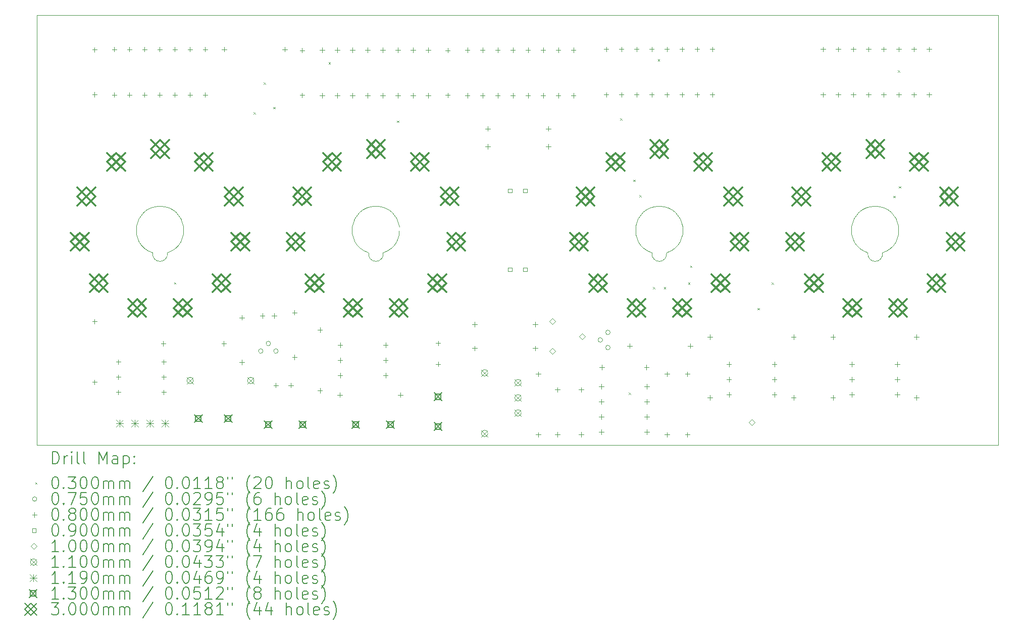
<source format=gbr>
%TF.GenerationSoftware,KiCad,Pcbnew,8.0.6*%
%TF.CreationDate,2025-12-06T11:12:12+01:00*%
%TF.ProjectId,lpt_nixie_clock,6c70745f-6e69-4786-9965-5f636c6f636b,rev?*%
%TF.SameCoordinates,Original*%
%TF.FileFunction,Drillmap*%
%TF.FilePolarity,Positive*%
%FSLAX45Y45*%
G04 Gerber Fmt 4.5, Leading zero omitted, Abs format (unit mm)*
G04 Created by KiCad (PCBNEW 8.0.6) date 2025-12-06 11:12:12*
%MOMM*%
%LPD*%
G01*
G04 APERTURE LIST*
%ADD10C,0.050000*%
%ADD11C,0.200000*%
%ADD12C,0.100000*%
%ADD13C,0.110000*%
%ADD14C,0.119000*%
%ADD15C,0.130000*%
%ADD16C,0.300000*%
G04 APERTURE END LIST*
D10*
X6355000Y-8120000D02*
X22475000Y-8120000D01*
X22475000Y-15320000D01*
X6355000Y-15320000D01*
X6355000Y-8120000D01*
X20286382Y-12099764D02*
G75*
G02*
X20531270Y-12099775I122461J379764D01*
G01*
X20531343Y-12100000D02*
G75*
G02*
X20286382Y-12099764I-122500J-20000D01*
G01*
X8294682Y-12099764D02*
G75*
G02*
X8539570Y-12099775I122461J379764D01*
G01*
X8539643Y-12100000D02*
G75*
G02*
X8294682Y-12099764I-122500J-20000D01*
G01*
X11914719Y-12099153D02*
G75*
G02*
X12159608Y-12099164I122461J379764D01*
G01*
X12159681Y-12099389D02*
G75*
G02*
X11914719Y-12099153I-122500J-20000D01*
G01*
X16666382Y-12099764D02*
G75*
G02*
X16911270Y-12099775I122461J379764D01*
G01*
X16911343Y-12100000D02*
G75*
G02*
X16666382Y-12099764I-122500J-20000D01*
G01*
D11*
D12*
X8653749Y-12595000D02*
X8683749Y-12625000D01*
X8683749Y-12595000D02*
X8653749Y-12625000D01*
X9985000Y-9745000D02*
X10015000Y-9775000D01*
X10015000Y-9745000D02*
X9985000Y-9775000D01*
X10155000Y-9245000D02*
X10185000Y-9275000D01*
X10185000Y-9245000D02*
X10155000Y-9275000D01*
X10315000Y-9655000D02*
X10345000Y-9685000D01*
X10345000Y-9655000D02*
X10315000Y-9685000D01*
X11245000Y-8905000D02*
X11275000Y-8935000D01*
X11275000Y-8905000D02*
X11245000Y-8935000D01*
X12391000Y-9885000D02*
X12421000Y-9915000D01*
X12421000Y-9885000D02*
X12391000Y-9915000D01*
X16135000Y-9846157D02*
X16165000Y-9876157D01*
X16165000Y-9846157D02*
X16135000Y-9876157D01*
X16275000Y-14445000D02*
X16305000Y-14475000D01*
X16305000Y-14445000D02*
X16275000Y-14475000D01*
X16353838Y-10876162D02*
X16383838Y-10906162D01*
X16383838Y-10876162D02*
X16353838Y-10906162D01*
X16455000Y-11135000D02*
X16485000Y-11165000D01*
X16485000Y-11135000D02*
X16455000Y-11165000D01*
X16685000Y-12675000D02*
X16715000Y-12705000D01*
X16715000Y-12675000D02*
X16685000Y-12705000D01*
X16765000Y-8855000D02*
X16795000Y-8885000D01*
X16795000Y-8855000D02*
X16765000Y-8885000D01*
X16865000Y-12675000D02*
X16895000Y-12705000D01*
X16895000Y-12675000D02*
X16865000Y-12705000D01*
X17270000Y-12600000D02*
X17300000Y-12630000D01*
X17300000Y-12600000D02*
X17270000Y-12630000D01*
X17304680Y-12315000D02*
X17334680Y-12345000D01*
X17334680Y-12315000D02*
X17304680Y-12345000D01*
X18435320Y-13025000D02*
X18465320Y-13055000D01*
X18465320Y-13025000D02*
X18435320Y-13055000D01*
X18675000Y-12595611D02*
X18705000Y-12625611D01*
X18705000Y-12595611D02*
X18675000Y-12625611D01*
X20715000Y-11145000D02*
X20745000Y-11175000D01*
X20745000Y-11145000D02*
X20715000Y-11175000D01*
X20791000Y-9040320D02*
X20821000Y-9070320D01*
X20821000Y-9040320D02*
X20791000Y-9070320D01*
X20805000Y-10985000D02*
X20835000Y-11015000D01*
X20835000Y-10985000D02*
X20805000Y-11015000D01*
X10143500Y-13747000D02*
G75*
G02*
X10068500Y-13747000I-37500J0D01*
G01*
X10068500Y-13747000D02*
G75*
G02*
X10143500Y-13747000I37500J0D01*
G01*
X10270500Y-13620000D02*
G75*
G02*
X10195500Y-13620000I-37500J0D01*
G01*
X10195500Y-13620000D02*
G75*
G02*
X10270500Y-13620000I37500J0D01*
G01*
X10397500Y-13747000D02*
G75*
G02*
X10322500Y-13747000I-37500J0D01*
G01*
X10322500Y-13747000D02*
G75*
G02*
X10397500Y-13747000I37500J0D01*
G01*
X15837500Y-13560000D02*
G75*
G02*
X15762500Y-13560000I-37500J0D01*
G01*
X15762500Y-13560000D02*
G75*
G02*
X15837500Y-13560000I37500J0D01*
G01*
X15964500Y-13433000D02*
G75*
G02*
X15889500Y-13433000I-37500J0D01*
G01*
X15889500Y-13433000D02*
G75*
G02*
X15964500Y-13433000I37500J0D01*
G01*
X15964500Y-13687000D02*
G75*
G02*
X15889500Y-13687000I-37500J0D01*
G01*
X15889500Y-13687000D02*
G75*
G02*
X15964500Y-13687000I37500J0D01*
G01*
X7320000Y-8655000D02*
X7320000Y-8735000D01*
X7280000Y-8695000D02*
X7360000Y-8695000D01*
X7320000Y-9405000D02*
X7320000Y-9485000D01*
X7280000Y-9445000D02*
X7360000Y-9445000D01*
X7320000Y-13212000D02*
X7320000Y-13292000D01*
X7280000Y-13252000D02*
X7360000Y-13252000D01*
X7320000Y-14228000D02*
X7320000Y-14308000D01*
X7280000Y-14268000D02*
X7360000Y-14268000D01*
X7650000Y-8650500D02*
X7650000Y-8730500D01*
X7610000Y-8690500D02*
X7690000Y-8690500D01*
X7650000Y-9412500D02*
X7650000Y-9492500D01*
X7610000Y-9452500D02*
X7690000Y-9452500D01*
X7718000Y-13887500D02*
X7718000Y-13967500D01*
X7678000Y-13927500D02*
X7758000Y-13927500D01*
X7718000Y-14141500D02*
X7718000Y-14221500D01*
X7678000Y-14181500D02*
X7758000Y-14181500D01*
X7718000Y-14395500D02*
X7718000Y-14475500D01*
X7678000Y-14435500D02*
X7758000Y-14435500D01*
X7904000Y-8650500D02*
X7904000Y-8730500D01*
X7864000Y-8690500D02*
X7944000Y-8690500D01*
X7904000Y-9412500D02*
X7904000Y-9492500D01*
X7864000Y-9452500D02*
X7944000Y-9452500D01*
X8158000Y-8650500D02*
X8158000Y-8730500D01*
X8118000Y-8690500D02*
X8198000Y-8690500D01*
X8158000Y-9412500D02*
X8158000Y-9492500D01*
X8118000Y-9452500D02*
X8198000Y-9452500D01*
X8412000Y-8650500D02*
X8412000Y-8730500D01*
X8372000Y-8690500D02*
X8452000Y-8690500D01*
X8412000Y-9412500D02*
X8412000Y-9492500D01*
X8372000Y-9452500D02*
X8452000Y-9452500D01*
X8472000Y-13580000D02*
X8472000Y-13660000D01*
X8432000Y-13620000D02*
X8512000Y-13620000D01*
X8480000Y-13887500D02*
X8480000Y-13967500D01*
X8440000Y-13927500D02*
X8520000Y-13927500D01*
X8480000Y-14141500D02*
X8480000Y-14221500D01*
X8440000Y-14181500D02*
X8520000Y-14181500D01*
X8480000Y-14395500D02*
X8480000Y-14475500D01*
X8440000Y-14435500D02*
X8520000Y-14435500D01*
X8666000Y-8650500D02*
X8666000Y-8730500D01*
X8626000Y-8690500D02*
X8706000Y-8690500D01*
X8666000Y-9412500D02*
X8666000Y-9492500D01*
X8626000Y-9452500D02*
X8706000Y-9452500D01*
X8920000Y-8650500D02*
X8920000Y-8730500D01*
X8880000Y-8690500D02*
X8960000Y-8690500D01*
X8920000Y-9412500D02*
X8920000Y-9492500D01*
X8880000Y-9452500D02*
X8960000Y-9452500D01*
X9174000Y-8650500D02*
X9174000Y-8730500D01*
X9134000Y-8690500D02*
X9214000Y-8690500D01*
X9174000Y-9412500D02*
X9174000Y-9492500D01*
X9134000Y-9452500D02*
X9214000Y-9452500D01*
X9488000Y-13580000D02*
X9488000Y-13660000D01*
X9448000Y-13620000D02*
X9528000Y-13620000D01*
X9492000Y-8650000D02*
X9492000Y-8730000D01*
X9452000Y-8690000D02*
X9532000Y-8690000D01*
X9790000Y-13145000D02*
X9790000Y-13225000D01*
X9750000Y-13185000D02*
X9830000Y-13185000D01*
X9790000Y-13895000D02*
X9790000Y-13975000D01*
X9750000Y-13935000D02*
X9830000Y-13935000D01*
X10133000Y-13115000D02*
X10133000Y-13195000D01*
X10093000Y-13155000D02*
X10173000Y-13155000D01*
X10333000Y-13115000D02*
X10333000Y-13195000D01*
X10293000Y-13155000D02*
X10373000Y-13155000D01*
X10360000Y-14280000D02*
X10360000Y-14360000D01*
X10320000Y-14320000D02*
X10400000Y-14320000D01*
X10508000Y-8650000D02*
X10508000Y-8730000D01*
X10468000Y-8690000D02*
X10548000Y-8690000D01*
X10610000Y-14280000D02*
X10610000Y-14360000D01*
X10570000Y-14320000D02*
X10650000Y-14320000D01*
X10673000Y-13060000D02*
X10673000Y-13140000D01*
X10633000Y-13100000D02*
X10713000Y-13100000D01*
X10673000Y-13810000D02*
X10673000Y-13890000D01*
X10633000Y-13850000D02*
X10713000Y-13850000D01*
X10800000Y-8667500D02*
X10800000Y-8747500D01*
X10760000Y-8707500D02*
X10840000Y-8707500D01*
X10800000Y-9417500D02*
X10800000Y-9497500D01*
X10760000Y-9457500D02*
X10840000Y-9457500D01*
X11100000Y-13352000D02*
X11100000Y-13432000D01*
X11060000Y-13392000D02*
X11140000Y-13392000D01*
X11100000Y-14368000D02*
X11100000Y-14448000D01*
X11060000Y-14408000D02*
X11140000Y-14408000D01*
X11136000Y-8662500D02*
X11136000Y-8742500D01*
X11096000Y-8702500D02*
X11176000Y-8702500D01*
X11136000Y-9424500D02*
X11136000Y-9504500D01*
X11096000Y-9464500D02*
X11176000Y-9464500D01*
X11390000Y-8662500D02*
X11390000Y-8742500D01*
X11350000Y-8702500D02*
X11430000Y-8702500D01*
X11390000Y-9424500D02*
X11390000Y-9504500D01*
X11350000Y-9464500D02*
X11430000Y-9464500D01*
X11432000Y-14440000D02*
X11432000Y-14520000D01*
X11392000Y-14480000D02*
X11472000Y-14480000D01*
X11437500Y-13607500D02*
X11437500Y-13687500D01*
X11397500Y-13647500D02*
X11477500Y-13647500D01*
X11437500Y-13861500D02*
X11437500Y-13941500D01*
X11397500Y-13901500D02*
X11477500Y-13901500D01*
X11437500Y-14115500D02*
X11437500Y-14195500D01*
X11397500Y-14155500D02*
X11477500Y-14155500D01*
X11644000Y-8662500D02*
X11644000Y-8742500D01*
X11604000Y-8702500D02*
X11684000Y-8702500D01*
X11644000Y-9424500D02*
X11644000Y-9504500D01*
X11604000Y-9464500D02*
X11684000Y-9464500D01*
X11898000Y-8662500D02*
X11898000Y-8742500D01*
X11858000Y-8702500D02*
X11938000Y-8702500D01*
X11898000Y-9424500D02*
X11898000Y-9504500D01*
X11858000Y-9464500D02*
X11938000Y-9464500D01*
X12152000Y-8662500D02*
X12152000Y-8742500D01*
X12112000Y-8702500D02*
X12192000Y-8702500D01*
X12152000Y-9424500D02*
X12152000Y-9504500D01*
X12112000Y-9464500D02*
X12192000Y-9464500D01*
X12199500Y-13607500D02*
X12199500Y-13687500D01*
X12159500Y-13647500D02*
X12239500Y-13647500D01*
X12199500Y-13861500D02*
X12199500Y-13941500D01*
X12159500Y-13901500D02*
X12239500Y-13901500D01*
X12199500Y-14115500D02*
X12199500Y-14195500D01*
X12159500Y-14155500D02*
X12239500Y-14155500D01*
X12406000Y-8662500D02*
X12406000Y-8742500D01*
X12366000Y-8702500D02*
X12446000Y-8702500D01*
X12406000Y-9424500D02*
X12406000Y-9504500D01*
X12366000Y-9464500D02*
X12446000Y-9464500D01*
X12448000Y-14440000D02*
X12448000Y-14520000D01*
X12408000Y-14480000D02*
X12488000Y-14480000D01*
X12660000Y-8662500D02*
X12660000Y-8742500D01*
X12620000Y-8702500D02*
X12700000Y-8702500D01*
X12660000Y-9424500D02*
X12660000Y-9504500D01*
X12620000Y-9464500D02*
X12700000Y-9464500D01*
X12914000Y-8662500D02*
X12914000Y-8742500D01*
X12874000Y-8702500D02*
X12954000Y-8702500D01*
X12914000Y-9424500D02*
X12914000Y-9504500D01*
X12874000Y-9464500D02*
X12954000Y-9464500D01*
X13080000Y-13574735D02*
X13080000Y-13654735D01*
X13040000Y-13614735D02*
X13120000Y-13614735D01*
X13080000Y-13924735D02*
X13080000Y-14004735D01*
X13040000Y-13964735D02*
X13120000Y-13964735D01*
X13240000Y-8667500D02*
X13240000Y-8747500D01*
X13200000Y-8707500D02*
X13280000Y-8707500D01*
X13240000Y-9417500D02*
X13240000Y-9497500D01*
X13200000Y-9457500D02*
X13280000Y-9457500D01*
X13570000Y-8660500D02*
X13570000Y-8740500D01*
X13530000Y-8700500D02*
X13610000Y-8700500D01*
X13570000Y-9422500D02*
X13570000Y-9502500D01*
X13530000Y-9462500D02*
X13610000Y-9462500D01*
X13692000Y-13260000D02*
X13692000Y-13340000D01*
X13652000Y-13300000D02*
X13732000Y-13300000D01*
X13692000Y-13660000D02*
X13692000Y-13740000D01*
X13652000Y-13700000D02*
X13732000Y-13700000D01*
X13824000Y-8660500D02*
X13824000Y-8740500D01*
X13784000Y-8700500D02*
X13864000Y-8700500D01*
X13824000Y-9422500D02*
X13824000Y-9502500D01*
X13784000Y-9462500D02*
X13864000Y-9462500D01*
X13912000Y-9980000D02*
X13912000Y-10060000D01*
X13872000Y-10020000D02*
X13952000Y-10020000D01*
X13912000Y-10280000D02*
X13912000Y-10360000D01*
X13872000Y-10320000D02*
X13952000Y-10320000D01*
X14078000Y-8660500D02*
X14078000Y-8740500D01*
X14038000Y-8700500D02*
X14118000Y-8700500D01*
X14078000Y-9422500D02*
X14078000Y-9502500D01*
X14038000Y-9462500D02*
X14118000Y-9462500D01*
X14332000Y-8660500D02*
X14332000Y-8740500D01*
X14292000Y-8700500D02*
X14372000Y-8700500D01*
X14332000Y-9422500D02*
X14332000Y-9502500D01*
X14292000Y-9462500D02*
X14372000Y-9462500D01*
X14586000Y-8660500D02*
X14586000Y-8740500D01*
X14546000Y-8700500D02*
X14626000Y-8700500D01*
X14586000Y-9422500D02*
X14586000Y-9502500D01*
X14546000Y-9462500D02*
X14626000Y-9462500D01*
X14708000Y-13260000D02*
X14708000Y-13340000D01*
X14668000Y-13300000D02*
X14748000Y-13300000D01*
X14708000Y-13660000D02*
X14708000Y-13740000D01*
X14668000Y-13700000D02*
X14748000Y-13700000D01*
X14760000Y-14092000D02*
X14760000Y-14172000D01*
X14720000Y-14132000D02*
X14800000Y-14132000D01*
X14760000Y-15108000D02*
X14760000Y-15188000D01*
X14720000Y-15148000D02*
X14800000Y-15148000D01*
X14840000Y-8660500D02*
X14840000Y-8740500D01*
X14800000Y-8700500D02*
X14880000Y-8700500D01*
X14840000Y-9422500D02*
X14840000Y-9502500D01*
X14800000Y-9462500D02*
X14880000Y-9462500D01*
X14928000Y-9980000D02*
X14928000Y-10060000D01*
X14888000Y-10020000D02*
X14968000Y-10020000D01*
X14928000Y-10280000D02*
X14928000Y-10360000D01*
X14888000Y-10320000D02*
X14968000Y-10320000D01*
X15080000Y-14355000D02*
X15080000Y-14435000D01*
X15040000Y-14395000D02*
X15120000Y-14395000D01*
X15080000Y-15105000D02*
X15080000Y-15185000D01*
X15040000Y-15145000D02*
X15120000Y-15145000D01*
X15094000Y-8660500D02*
X15094000Y-8740500D01*
X15054000Y-8700500D02*
X15134000Y-8700500D01*
X15094000Y-9422500D02*
X15094000Y-9502500D01*
X15054000Y-9462500D02*
X15134000Y-9462500D01*
X15348000Y-8660500D02*
X15348000Y-8740500D01*
X15308000Y-8700500D02*
X15388000Y-8700500D01*
X15348000Y-9422500D02*
X15348000Y-9502500D01*
X15308000Y-9462500D02*
X15388000Y-9462500D01*
X15480000Y-14355000D02*
X15480000Y-14435000D01*
X15440000Y-14395000D02*
X15520000Y-14395000D01*
X15480000Y-15105000D02*
X15480000Y-15185000D01*
X15440000Y-15145000D02*
X15520000Y-15145000D01*
X15817500Y-14300000D02*
X15817500Y-14380000D01*
X15777500Y-14340000D02*
X15857500Y-14340000D01*
X15817500Y-14554000D02*
X15817500Y-14634000D01*
X15777500Y-14594000D02*
X15857500Y-14594000D01*
X15817500Y-14808000D02*
X15817500Y-14888000D01*
X15777500Y-14848000D02*
X15857500Y-14848000D01*
X15817500Y-15062000D02*
X15817500Y-15142000D01*
X15777500Y-15102000D02*
X15857500Y-15102000D01*
X15825000Y-13980000D02*
X15825000Y-14060000D01*
X15785000Y-14020000D02*
X15865000Y-14020000D01*
X15899500Y-8647500D02*
X15899500Y-8727500D01*
X15859500Y-8687500D02*
X15939500Y-8687500D01*
X15899500Y-9409500D02*
X15899500Y-9489500D01*
X15859500Y-9449500D02*
X15939500Y-9449500D01*
X16153500Y-8647500D02*
X16153500Y-8727500D01*
X16113500Y-8687500D02*
X16193500Y-8687500D01*
X16153500Y-9409500D02*
X16153500Y-9489500D01*
X16113500Y-9449500D02*
X16193500Y-9449500D01*
X16292000Y-13620000D02*
X16292000Y-13700000D01*
X16252000Y-13660000D02*
X16332000Y-13660000D01*
X16407500Y-8647500D02*
X16407500Y-8727500D01*
X16367500Y-8687500D02*
X16447500Y-8687500D01*
X16407500Y-9409500D02*
X16407500Y-9489500D01*
X16367500Y-9449500D02*
X16447500Y-9449500D01*
X16575000Y-13980000D02*
X16575000Y-14060000D01*
X16535000Y-14020000D02*
X16615000Y-14020000D01*
X16579500Y-14300000D02*
X16579500Y-14380000D01*
X16539500Y-14340000D02*
X16619500Y-14340000D01*
X16579500Y-14554000D02*
X16579500Y-14634000D01*
X16539500Y-14594000D02*
X16619500Y-14594000D01*
X16579500Y-14808000D02*
X16579500Y-14888000D01*
X16539500Y-14848000D02*
X16619500Y-14848000D01*
X16579500Y-15062000D02*
X16579500Y-15142000D01*
X16539500Y-15102000D02*
X16619500Y-15102000D01*
X16661500Y-8647500D02*
X16661500Y-8727500D01*
X16621500Y-8687500D02*
X16701500Y-8687500D01*
X16661500Y-9409500D02*
X16661500Y-9489500D01*
X16621500Y-9449500D02*
X16701500Y-9449500D01*
X16915500Y-8647500D02*
X16915500Y-8727500D01*
X16875500Y-8687500D02*
X16955500Y-8687500D01*
X16915500Y-9409500D02*
X16915500Y-9489500D01*
X16875500Y-9449500D02*
X16955500Y-9449500D01*
X16920000Y-14092000D02*
X16920000Y-14172000D01*
X16880000Y-14132000D02*
X16960000Y-14132000D01*
X16920000Y-15108000D02*
X16920000Y-15188000D01*
X16880000Y-15148000D02*
X16960000Y-15148000D01*
X17169500Y-8647500D02*
X17169500Y-8727500D01*
X17129500Y-8687500D02*
X17209500Y-8687500D01*
X17169500Y-9409500D02*
X17169500Y-9489500D01*
X17129500Y-9449500D02*
X17209500Y-9449500D01*
X17260000Y-14092000D02*
X17260000Y-14172000D01*
X17220000Y-14132000D02*
X17300000Y-14132000D01*
X17260000Y-15108000D02*
X17260000Y-15188000D01*
X17220000Y-15148000D02*
X17300000Y-15148000D01*
X17308000Y-13620000D02*
X17308000Y-13700000D01*
X17268000Y-13660000D02*
X17348000Y-13660000D01*
X17423500Y-8647500D02*
X17423500Y-8727500D01*
X17383500Y-8687500D02*
X17463500Y-8687500D01*
X17423500Y-9409500D02*
X17423500Y-9489500D01*
X17383500Y-9449500D02*
X17463500Y-9449500D01*
X17640000Y-13472000D02*
X17640000Y-13552000D01*
X17600000Y-13512000D02*
X17680000Y-13512000D01*
X17640000Y-14488000D02*
X17640000Y-14568000D01*
X17600000Y-14528000D02*
X17680000Y-14528000D01*
X17677500Y-8647500D02*
X17677500Y-8727500D01*
X17637500Y-8687500D02*
X17717500Y-8687500D01*
X17677500Y-9409500D02*
X17677500Y-9489500D01*
X17637500Y-9449500D02*
X17717500Y-9449500D01*
X17957500Y-13927500D02*
X17957500Y-14007500D01*
X17917500Y-13967500D02*
X17997500Y-13967500D01*
X17957500Y-14181500D02*
X17957500Y-14261500D01*
X17917500Y-14221500D02*
X17997500Y-14221500D01*
X17957500Y-14435500D02*
X17957500Y-14515500D01*
X17917500Y-14475500D02*
X17997500Y-14475500D01*
X18719500Y-13927500D02*
X18719500Y-14007500D01*
X18679500Y-13967500D02*
X18759500Y-13967500D01*
X18719500Y-14181500D02*
X18719500Y-14261500D01*
X18679500Y-14221500D02*
X18759500Y-14221500D01*
X18719500Y-14435500D02*
X18719500Y-14515500D01*
X18679500Y-14475500D02*
X18759500Y-14475500D01*
X19040000Y-13472000D02*
X19040000Y-13552000D01*
X19000000Y-13512000D02*
X19080000Y-13512000D01*
X19040000Y-14488000D02*
X19040000Y-14568000D01*
X19000000Y-14528000D02*
X19080000Y-14528000D01*
X19536000Y-8647500D02*
X19536000Y-8727500D01*
X19496000Y-8687500D02*
X19576000Y-8687500D01*
X19536000Y-9409500D02*
X19536000Y-9489500D01*
X19496000Y-9449500D02*
X19576000Y-9449500D01*
X19700000Y-13472000D02*
X19700000Y-13552000D01*
X19660000Y-13512000D02*
X19740000Y-13512000D01*
X19700000Y-14488000D02*
X19700000Y-14568000D01*
X19660000Y-14528000D02*
X19740000Y-14528000D01*
X19790000Y-8647500D02*
X19790000Y-8727500D01*
X19750000Y-8687500D02*
X19830000Y-8687500D01*
X19790000Y-9409500D02*
X19790000Y-9489500D01*
X19750000Y-9449500D02*
X19830000Y-9449500D01*
X20017500Y-13927500D02*
X20017500Y-14007500D01*
X19977500Y-13967500D02*
X20057500Y-13967500D01*
X20017500Y-14181500D02*
X20017500Y-14261500D01*
X19977500Y-14221500D02*
X20057500Y-14221500D01*
X20017500Y-14435500D02*
X20017500Y-14515500D01*
X19977500Y-14475500D02*
X20057500Y-14475500D01*
X20044000Y-8647500D02*
X20044000Y-8727500D01*
X20004000Y-8687500D02*
X20084000Y-8687500D01*
X20044000Y-9409500D02*
X20044000Y-9489500D01*
X20004000Y-9449500D02*
X20084000Y-9449500D01*
X20298000Y-8647500D02*
X20298000Y-8727500D01*
X20258000Y-8687500D02*
X20338000Y-8687500D01*
X20298000Y-9409500D02*
X20298000Y-9489500D01*
X20258000Y-9449500D02*
X20338000Y-9449500D01*
X20552000Y-8647500D02*
X20552000Y-8727500D01*
X20512000Y-8687500D02*
X20592000Y-8687500D01*
X20552000Y-9409500D02*
X20552000Y-9489500D01*
X20512000Y-9449500D02*
X20592000Y-9449500D01*
X20779500Y-13927500D02*
X20779500Y-14007500D01*
X20739500Y-13967500D02*
X20819500Y-13967500D01*
X20779500Y-14181500D02*
X20779500Y-14261500D01*
X20739500Y-14221500D02*
X20819500Y-14221500D01*
X20779500Y-14435500D02*
X20779500Y-14515500D01*
X20739500Y-14475500D02*
X20819500Y-14475500D01*
X20806000Y-8647500D02*
X20806000Y-8727500D01*
X20766000Y-8687500D02*
X20846000Y-8687500D01*
X20806000Y-9409500D02*
X20806000Y-9489500D01*
X20766000Y-9449500D02*
X20846000Y-9449500D01*
X21060000Y-8647500D02*
X21060000Y-8727500D01*
X21020000Y-8687500D02*
X21100000Y-8687500D01*
X21060000Y-9409500D02*
X21060000Y-9489500D01*
X21020000Y-9449500D02*
X21100000Y-9449500D01*
X21100000Y-13472000D02*
X21100000Y-13552000D01*
X21060000Y-13512000D02*
X21140000Y-13512000D01*
X21100000Y-14488000D02*
X21100000Y-14568000D01*
X21060000Y-14528000D02*
X21140000Y-14528000D01*
X21314000Y-8647500D02*
X21314000Y-8727500D01*
X21274000Y-8687500D02*
X21354000Y-8687500D01*
X21314000Y-9409500D02*
X21314000Y-9489500D01*
X21274000Y-9449500D02*
X21354000Y-9449500D01*
X14318140Y-11091820D02*
X14318140Y-11028180D01*
X14254500Y-11028180D01*
X14254500Y-11091820D01*
X14318140Y-11091820D01*
X14318140Y-12411820D02*
X14318140Y-12348180D01*
X14254500Y-12348180D01*
X14254500Y-12411820D01*
X14318140Y-12411820D01*
X14572140Y-11091820D02*
X14572140Y-11028180D01*
X14508500Y-11028180D01*
X14508500Y-11091820D01*
X14572140Y-11091820D01*
X14572140Y-12411820D02*
X14572140Y-12348180D01*
X14508500Y-12348180D01*
X14508500Y-12411820D01*
X14572140Y-12411820D01*
X14996000Y-13300000D02*
X15046000Y-13250000D01*
X14996000Y-13200000D01*
X14946000Y-13250000D01*
X14996000Y-13300000D01*
X14996000Y-13800000D02*
X15046000Y-13750000D01*
X14996000Y-13700000D01*
X14946000Y-13750000D01*
X14996000Y-13800000D01*
X15496000Y-13550000D02*
X15546000Y-13500000D01*
X15496000Y-13450000D01*
X15446000Y-13500000D01*
X15496000Y-13550000D01*
X18340000Y-14990000D02*
X18390000Y-14940000D01*
X18340000Y-14890000D01*
X18290000Y-14940000D01*
X18340000Y-14990000D01*
D13*
X8867000Y-14185000D02*
X8977000Y-14295000D01*
X8977000Y-14185000D02*
X8867000Y-14295000D01*
X8977000Y-14240000D02*
G75*
G02*
X8867000Y-14240000I-55000J0D01*
G01*
X8867000Y-14240000D02*
G75*
G02*
X8977000Y-14240000I55000J0D01*
G01*
X9883000Y-14185000D02*
X9993000Y-14295000D01*
X9993000Y-14185000D02*
X9883000Y-14295000D01*
X9993000Y-14240000D02*
G75*
G02*
X9883000Y-14240000I-55000J0D01*
G01*
X9883000Y-14240000D02*
G75*
G02*
X9993000Y-14240000I55000J0D01*
G01*
X13805000Y-14057000D02*
X13915000Y-14167000D01*
X13915000Y-14057000D02*
X13805000Y-14167000D01*
X13915000Y-14112000D02*
G75*
G02*
X13805000Y-14112000I-55000J0D01*
G01*
X13805000Y-14112000D02*
G75*
G02*
X13915000Y-14112000I55000J0D01*
G01*
X13805000Y-15073000D02*
X13915000Y-15183000D01*
X13915000Y-15073000D02*
X13805000Y-15183000D01*
X13915000Y-15128000D02*
G75*
G02*
X13805000Y-15128000I-55000J0D01*
G01*
X13805000Y-15128000D02*
G75*
G02*
X13915000Y-15128000I55000J0D01*
G01*
X14365000Y-14221000D02*
X14475000Y-14331000D01*
X14475000Y-14221000D02*
X14365000Y-14331000D01*
X14475000Y-14276000D02*
G75*
G02*
X14365000Y-14276000I-55000J0D01*
G01*
X14365000Y-14276000D02*
G75*
G02*
X14475000Y-14276000I55000J0D01*
G01*
X14365000Y-14475000D02*
X14475000Y-14585000D01*
X14475000Y-14475000D02*
X14365000Y-14585000D01*
X14475000Y-14530000D02*
G75*
G02*
X14365000Y-14530000I-55000J0D01*
G01*
X14365000Y-14530000D02*
G75*
G02*
X14475000Y-14530000I55000J0D01*
G01*
X14365000Y-14729000D02*
X14475000Y-14839000D01*
X14475000Y-14729000D02*
X14365000Y-14839000D01*
X14475000Y-14784000D02*
G75*
G02*
X14365000Y-14784000I-55000J0D01*
G01*
X14365000Y-14784000D02*
G75*
G02*
X14475000Y-14784000I55000J0D01*
G01*
D14*
X7678500Y-14900500D02*
X7797500Y-15019500D01*
X7797500Y-14900500D02*
X7678500Y-15019500D01*
X7738000Y-14900500D02*
X7738000Y-15019500D01*
X7678500Y-14960000D02*
X7797500Y-14960000D01*
X7932500Y-14900500D02*
X8051500Y-15019500D01*
X8051500Y-14900500D02*
X7932500Y-15019500D01*
X7992000Y-14900500D02*
X7992000Y-15019500D01*
X7932500Y-14960000D02*
X8051500Y-14960000D01*
X8186500Y-14900500D02*
X8305500Y-15019500D01*
X8305500Y-14900500D02*
X8186500Y-15019500D01*
X8246000Y-14900500D02*
X8246000Y-15019500D01*
X8186500Y-14960000D02*
X8305500Y-14960000D01*
X8440500Y-14900500D02*
X8559500Y-15019500D01*
X8559500Y-14900500D02*
X8440500Y-15019500D01*
X8500000Y-14900500D02*
X8500000Y-15019500D01*
X8440500Y-14960000D02*
X8559500Y-14960000D01*
D15*
X8995000Y-14814500D02*
X9125000Y-14944500D01*
X9125000Y-14814500D02*
X8995000Y-14944500D01*
X9105962Y-14925462D02*
X9105962Y-14833538D01*
X9014038Y-14833538D01*
X9014038Y-14925462D01*
X9105962Y-14925462D01*
X9495000Y-14814500D02*
X9625000Y-14944500D01*
X9625000Y-14814500D02*
X9495000Y-14944500D01*
X9605962Y-14925462D02*
X9605962Y-14833538D01*
X9514038Y-14833538D01*
X9514038Y-14925462D01*
X9605962Y-14925462D01*
X10165000Y-14915000D02*
X10295000Y-15045000D01*
X10295000Y-14915000D02*
X10165000Y-15045000D01*
X10275962Y-15025962D02*
X10275962Y-14934038D01*
X10184038Y-14934038D01*
X10184038Y-15025962D01*
X10275962Y-15025962D01*
X10745000Y-14915000D02*
X10875000Y-15045000D01*
X10875000Y-14915000D02*
X10745000Y-15045000D01*
X10855962Y-15025962D02*
X10855962Y-14934038D01*
X10764038Y-14934038D01*
X10764038Y-15025962D01*
X10855962Y-15025962D01*
X11635000Y-14915000D02*
X11765000Y-15045000D01*
X11765000Y-14915000D02*
X11635000Y-15045000D01*
X11745962Y-15025962D02*
X11745962Y-14934038D01*
X11654038Y-14934038D01*
X11654038Y-15025962D01*
X11745962Y-15025962D01*
X12215000Y-14915000D02*
X12345000Y-15045000D01*
X12345000Y-14915000D02*
X12215000Y-15045000D01*
X12325962Y-15025962D02*
X12325962Y-14934038D01*
X12234038Y-14934038D01*
X12234038Y-15025962D01*
X12325962Y-15025962D01*
X13015000Y-14445000D02*
X13145000Y-14575000D01*
X13145000Y-14445000D02*
X13015000Y-14575000D01*
X13125962Y-14555962D02*
X13125962Y-14464038D01*
X13034038Y-14464038D01*
X13034038Y-14555962D01*
X13125962Y-14555962D01*
X13015000Y-14945000D02*
X13145000Y-15075000D01*
X13145000Y-14945000D02*
X13015000Y-15075000D01*
X13125962Y-15055962D02*
X13125962Y-14964038D01*
X13034038Y-14964038D01*
X13034038Y-15055962D01*
X13125962Y-15055962D01*
D16*
X6920986Y-11763548D02*
X7220986Y-12063548D01*
X7220986Y-11763548D02*
X6920986Y-12063548D01*
X7070986Y-12063548D02*
X7220986Y-11913548D01*
X7070986Y-11763548D01*
X6920986Y-11913548D01*
X7070986Y-12063548D01*
X7030043Y-11005036D02*
X7330043Y-11305036D01*
X7330043Y-11005036D02*
X7030043Y-11305036D01*
X7180043Y-11305036D02*
X7330043Y-11155036D01*
X7180043Y-11005036D01*
X7030043Y-11155036D01*
X7180043Y-11305036D01*
X7239323Y-12460611D02*
X7539323Y-12760611D01*
X7539323Y-12460611D02*
X7239323Y-12760611D01*
X7389323Y-12760611D02*
X7539323Y-12610611D01*
X7389323Y-12460611D01*
X7239323Y-12610611D01*
X7389323Y-12760611D01*
X7531871Y-10425895D02*
X7831871Y-10725895D01*
X7831871Y-10425895D02*
X7531871Y-10725895D01*
X7681871Y-10725895D02*
X7831871Y-10575895D01*
X7681871Y-10425895D01*
X7531871Y-10575895D01*
X7681871Y-10725895D01*
X7883986Y-12874910D02*
X8183986Y-13174910D01*
X8183986Y-12874910D02*
X7883986Y-13174910D01*
X8033986Y-13174910D02*
X8183986Y-13024910D01*
X8033986Y-12874910D01*
X7883986Y-13024910D01*
X8033986Y-13174910D01*
X8267143Y-10210000D02*
X8567143Y-10510000D01*
X8567143Y-10210000D02*
X8267143Y-10510000D01*
X8417143Y-10510000D02*
X8567143Y-10360000D01*
X8417143Y-10210000D01*
X8267143Y-10360000D01*
X8417143Y-10510000D01*
X8650299Y-12874910D02*
X8950299Y-13174910D01*
X8950299Y-12874910D02*
X8650299Y-13174910D01*
X8800299Y-13174910D02*
X8950299Y-13024910D01*
X8800299Y-12874910D01*
X8650299Y-13024910D01*
X8800299Y-13174910D01*
X9002414Y-10425895D02*
X9302414Y-10725895D01*
X9302414Y-10425895D02*
X9002414Y-10725895D01*
X9152414Y-10725895D02*
X9302414Y-10575895D01*
X9152414Y-10425895D01*
X9002414Y-10575895D01*
X9152414Y-10725895D01*
X9294962Y-12460611D02*
X9594962Y-12760611D01*
X9594962Y-12460611D02*
X9294962Y-12760611D01*
X9444962Y-12760611D02*
X9594962Y-12610611D01*
X9444962Y-12460611D01*
X9294962Y-12610611D01*
X9444962Y-12760611D01*
X9504242Y-11005036D02*
X9804242Y-11305036D01*
X9804242Y-11005036D02*
X9504242Y-11305036D01*
X9654242Y-11305036D02*
X9804242Y-11155036D01*
X9654242Y-11005036D01*
X9504242Y-11155036D01*
X9654242Y-11305036D01*
X9613300Y-11763548D02*
X9913300Y-12063548D01*
X9913300Y-11763548D02*
X9613300Y-12063548D01*
X9763300Y-12063548D02*
X9913300Y-11913548D01*
X9763300Y-11763548D01*
X9613300Y-11913548D01*
X9763300Y-12063548D01*
X10541023Y-11762938D02*
X10841023Y-12062938D01*
X10841023Y-11762938D02*
X10541023Y-12062938D01*
X10691023Y-12062938D02*
X10841023Y-11912938D01*
X10691023Y-11762938D01*
X10541023Y-11912938D01*
X10691023Y-12062938D01*
X10650081Y-11004425D02*
X10950081Y-11304425D01*
X10950081Y-11004425D02*
X10650081Y-11304425D01*
X10800081Y-11304425D02*
X10950081Y-11154425D01*
X10800081Y-11004425D01*
X10650081Y-11154425D01*
X10800081Y-11304425D01*
X10859361Y-12460000D02*
X11159361Y-12760000D01*
X11159361Y-12460000D02*
X10859361Y-12760000D01*
X11009361Y-12760000D02*
X11159361Y-12610000D01*
X11009361Y-12460000D01*
X10859361Y-12610000D01*
X11009361Y-12760000D01*
X11151909Y-10425285D02*
X11451909Y-10725285D01*
X11451909Y-10425285D02*
X11151909Y-10725285D01*
X11301909Y-10725285D02*
X11451909Y-10575285D01*
X11301909Y-10425285D01*
X11151909Y-10575285D01*
X11301909Y-10725285D01*
X11504024Y-12874300D02*
X11804024Y-13174300D01*
X11804024Y-12874300D02*
X11504024Y-13174300D01*
X11654024Y-13174300D02*
X11804024Y-13024300D01*
X11654024Y-12874300D01*
X11504024Y-13024300D01*
X11654024Y-13174300D01*
X11887181Y-10209389D02*
X12187181Y-10509389D01*
X12187181Y-10209389D02*
X11887181Y-10509389D01*
X12037181Y-10509389D02*
X12187181Y-10359389D01*
X12037181Y-10209389D01*
X11887181Y-10359389D01*
X12037181Y-10509389D01*
X12270337Y-12874300D02*
X12570337Y-13174300D01*
X12570337Y-12874300D02*
X12270337Y-13174300D01*
X12420337Y-13174300D02*
X12570337Y-13024300D01*
X12420337Y-12874300D01*
X12270337Y-13024300D01*
X12420337Y-13174300D01*
X12622452Y-10425285D02*
X12922452Y-10725285D01*
X12922452Y-10425285D02*
X12622452Y-10725285D01*
X12772452Y-10725285D02*
X12922452Y-10575285D01*
X12772452Y-10425285D01*
X12622452Y-10575285D01*
X12772452Y-10725285D01*
X12915000Y-12460000D02*
X13215000Y-12760000D01*
X13215000Y-12460000D02*
X12915000Y-12760000D01*
X13065000Y-12760000D02*
X13215000Y-12610000D01*
X13065000Y-12460000D01*
X12915000Y-12610000D01*
X13065000Y-12760000D01*
X13124280Y-11004425D02*
X13424280Y-11304425D01*
X13424280Y-11004425D02*
X13124280Y-11304425D01*
X13274280Y-11304425D02*
X13424280Y-11154425D01*
X13274280Y-11004425D01*
X13124280Y-11154425D01*
X13274280Y-11304425D01*
X13233338Y-11762938D02*
X13533338Y-12062938D01*
X13533338Y-11762938D02*
X13233338Y-12062938D01*
X13383338Y-12062938D02*
X13533338Y-11912938D01*
X13383338Y-11762938D01*
X13233338Y-11912938D01*
X13383338Y-12062938D01*
X15292686Y-11763548D02*
X15592686Y-12063548D01*
X15592686Y-11763548D02*
X15292686Y-12063548D01*
X15442686Y-12063548D02*
X15592686Y-11913548D01*
X15442686Y-11763548D01*
X15292686Y-11913548D01*
X15442686Y-12063548D01*
X15401743Y-11005036D02*
X15701743Y-11305036D01*
X15701743Y-11005036D02*
X15401743Y-11305036D01*
X15551743Y-11305036D02*
X15701743Y-11155036D01*
X15551743Y-11005036D01*
X15401743Y-11155036D01*
X15551743Y-11305036D01*
X15611023Y-12460611D02*
X15911023Y-12760611D01*
X15911023Y-12460611D02*
X15611023Y-12760611D01*
X15761023Y-12760611D02*
X15911023Y-12610611D01*
X15761023Y-12460611D01*
X15611023Y-12610611D01*
X15761023Y-12760611D01*
X15903571Y-10425895D02*
X16203571Y-10725895D01*
X16203571Y-10425895D02*
X15903571Y-10725895D01*
X16053571Y-10725895D02*
X16203571Y-10575895D01*
X16053571Y-10425895D01*
X15903571Y-10575895D01*
X16053571Y-10725895D01*
X16255686Y-12874910D02*
X16555686Y-13174910D01*
X16555686Y-12874910D02*
X16255686Y-13174910D01*
X16405686Y-13174910D02*
X16555686Y-13024910D01*
X16405686Y-12874910D01*
X16255686Y-13024910D01*
X16405686Y-13174910D01*
X16638843Y-10210000D02*
X16938843Y-10510000D01*
X16938843Y-10210000D02*
X16638843Y-10510000D01*
X16788843Y-10510000D02*
X16938843Y-10360000D01*
X16788843Y-10210000D01*
X16638843Y-10360000D01*
X16788843Y-10510000D01*
X17021999Y-12874910D02*
X17321999Y-13174910D01*
X17321999Y-12874910D02*
X17021999Y-13174910D01*
X17171999Y-13174910D02*
X17321999Y-13024910D01*
X17171999Y-12874910D01*
X17021999Y-13024910D01*
X17171999Y-13174910D01*
X17374114Y-10425895D02*
X17674114Y-10725895D01*
X17674114Y-10425895D02*
X17374114Y-10725895D01*
X17524114Y-10725895D02*
X17674114Y-10575895D01*
X17524114Y-10425895D01*
X17374114Y-10575895D01*
X17524114Y-10725895D01*
X17666662Y-12460611D02*
X17966662Y-12760611D01*
X17966662Y-12460611D02*
X17666662Y-12760611D01*
X17816662Y-12760611D02*
X17966662Y-12610611D01*
X17816662Y-12460611D01*
X17666662Y-12610611D01*
X17816662Y-12760611D01*
X17875942Y-11005036D02*
X18175942Y-11305036D01*
X18175942Y-11005036D02*
X17875942Y-11305036D01*
X18025942Y-11305036D02*
X18175942Y-11155036D01*
X18025942Y-11005036D01*
X17875942Y-11155036D01*
X18025942Y-11305036D01*
X17985000Y-11763548D02*
X18285000Y-12063548D01*
X18285000Y-11763548D02*
X17985000Y-12063548D01*
X18135000Y-12063548D02*
X18285000Y-11913548D01*
X18135000Y-11763548D01*
X17985000Y-11913548D01*
X18135000Y-12063548D01*
X18912686Y-11763548D02*
X19212686Y-12063548D01*
X19212686Y-11763548D02*
X18912686Y-12063548D01*
X19062686Y-12063548D02*
X19212686Y-11913548D01*
X19062686Y-11763548D01*
X18912686Y-11913548D01*
X19062686Y-12063548D01*
X19021743Y-11005036D02*
X19321743Y-11305036D01*
X19321743Y-11005036D02*
X19021743Y-11305036D01*
X19171743Y-11305036D02*
X19321743Y-11155036D01*
X19171743Y-11005036D01*
X19021743Y-11155036D01*
X19171743Y-11305036D01*
X19231023Y-12460611D02*
X19531023Y-12760611D01*
X19531023Y-12460611D02*
X19231023Y-12760611D01*
X19381023Y-12760611D02*
X19531023Y-12610611D01*
X19381023Y-12460611D01*
X19231023Y-12610611D01*
X19381023Y-12760611D01*
X19523571Y-10425895D02*
X19823571Y-10725895D01*
X19823571Y-10425895D02*
X19523571Y-10725895D01*
X19673571Y-10725895D02*
X19823571Y-10575895D01*
X19673571Y-10425895D01*
X19523571Y-10575895D01*
X19673571Y-10725895D01*
X19875687Y-12874910D02*
X20175687Y-13174910D01*
X20175687Y-12874910D02*
X19875687Y-13174910D01*
X20025687Y-13174910D02*
X20175687Y-13024910D01*
X20025687Y-12874910D01*
X19875687Y-13024910D01*
X20025687Y-13174910D01*
X20258843Y-10210000D02*
X20558843Y-10510000D01*
X20558843Y-10210000D02*
X20258843Y-10510000D01*
X20408843Y-10510000D02*
X20558843Y-10360000D01*
X20408843Y-10210000D01*
X20258843Y-10360000D01*
X20408843Y-10510000D01*
X20641999Y-12874910D02*
X20941999Y-13174910D01*
X20941999Y-12874910D02*
X20641999Y-13174910D01*
X20791999Y-13174910D02*
X20941999Y-13024910D01*
X20791999Y-12874910D01*
X20641999Y-13024910D01*
X20791999Y-13174910D01*
X20994114Y-10425895D02*
X21294114Y-10725895D01*
X21294114Y-10425895D02*
X20994114Y-10725895D01*
X21144114Y-10725895D02*
X21294114Y-10575895D01*
X21144114Y-10425895D01*
X20994114Y-10575895D01*
X21144114Y-10725895D01*
X21286662Y-12460611D02*
X21586662Y-12760611D01*
X21586662Y-12460611D02*
X21286662Y-12760611D01*
X21436662Y-12760611D02*
X21586662Y-12610611D01*
X21436662Y-12460611D01*
X21286662Y-12610611D01*
X21436662Y-12760611D01*
X21495942Y-11005036D02*
X21795942Y-11305036D01*
X21795942Y-11005036D02*
X21495942Y-11305036D01*
X21645942Y-11305036D02*
X21795942Y-11155036D01*
X21645942Y-11005036D01*
X21495942Y-11155036D01*
X21645942Y-11305036D01*
X21605000Y-11763548D02*
X21905000Y-12063548D01*
X21905000Y-11763548D02*
X21605000Y-12063548D01*
X21755000Y-12063548D02*
X21905000Y-11913548D01*
X21755000Y-11763548D01*
X21605000Y-11913548D01*
X21755000Y-12063548D01*
D11*
X6613277Y-15633984D02*
X6613277Y-15433984D01*
X6613277Y-15433984D02*
X6660896Y-15433984D01*
X6660896Y-15433984D02*
X6689467Y-15443508D01*
X6689467Y-15443508D02*
X6708515Y-15462555D01*
X6708515Y-15462555D02*
X6718039Y-15481603D01*
X6718039Y-15481603D02*
X6727562Y-15519698D01*
X6727562Y-15519698D02*
X6727562Y-15548269D01*
X6727562Y-15548269D02*
X6718039Y-15586365D01*
X6718039Y-15586365D02*
X6708515Y-15605412D01*
X6708515Y-15605412D02*
X6689467Y-15624460D01*
X6689467Y-15624460D02*
X6660896Y-15633984D01*
X6660896Y-15633984D02*
X6613277Y-15633984D01*
X6813277Y-15633984D02*
X6813277Y-15500650D01*
X6813277Y-15538746D02*
X6822801Y-15519698D01*
X6822801Y-15519698D02*
X6832324Y-15510174D01*
X6832324Y-15510174D02*
X6851372Y-15500650D01*
X6851372Y-15500650D02*
X6870420Y-15500650D01*
X6937086Y-15633984D02*
X6937086Y-15500650D01*
X6937086Y-15433984D02*
X6927562Y-15443508D01*
X6927562Y-15443508D02*
X6937086Y-15453031D01*
X6937086Y-15453031D02*
X6946610Y-15443508D01*
X6946610Y-15443508D02*
X6937086Y-15433984D01*
X6937086Y-15433984D02*
X6937086Y-15453031D01*
X7060896Y-15633984D02*
X7041848Y-15624460D01*
X7041848Y-15624460D02*
X7032324Y-15605412D01*
X7032324Y-15605412D02*
X7032324Y-15433984D01*
X7165658Y-15633984D02*
X7146610Y-15624460D01*
X7146610Y-15624460D02*
X7137086Y-15605412D01*
X7137086Y-15605412D02*
X7137086Y-15433984D01*
X7394229Y-15633984D02*
X7394229Y-15433984D01*
X7394229Y-15433984D02*
X7460896Y-15576841D01*
X7460896Y-15576841D02*
X7527562Y-15433984D01*
X7527562Y-15433984D02*
X7527562Y-15633984D01*
X7708515Y-15633984D02*
X7708515Y-15529222D01*
X7708515Y-15529222D02*
X7698991Y-15510174D01*
X7698991Y-15510174D02*
X7679943Y-15500650D01*
X7679943Y-15500650D02*
X7641848Y-15500650D01*
X7641848Y-15500650D02*
X7622801Y-15510174D01*
X7708515Y-15624460D02*
X7689467Y-15633984D01*
X7689467Y-15633984D02*
X7641848Y-15633984D01*
X7641848Y-15633984D02*
X7622801Y-15624460D01*
X7622801Y-15624460D02*
X7613277Y-15605412D01*
X7613277Y-15605412D02*
X7613277Y-15586365D01*
X7613277Y-15586365D02*
X7622801Y-15567317D01*
X7622801Y-15567317D02*
X7641848Y-15557793D01*
X7641848Y-15557793D02*
X7689467Y-15557793D01*
X7689467Y-15557793D02*
X7708515Y-15548269D01*
X7803753Y-15500650D02*
X7803753Y-15700650D01*
X7803753Y-15510174D02*
X7822801Y-15500650D01*
X7822801Y-15500650D02*
X7860896Y-15500650D01*
X7860896Y-15500650D02*
X7879943Y-15510174D01*
X7879943Y-15510174D02*
X7889467Y-15519698D01*
X7889467Y-15519698D02*
X7898991Y-15538746D01*
X7898991Y-15538746D02*
X7898991Y-15595888D01*
X7898991Y-15595888D02*
X7889467Y-15614936D01*
X7889467Y-15614936D02*
X7879943Y-15624460D01*
X7879943Y-15624460D02*
X7860896Y-15633984D01*
X7860896Y-15633984D02*
X7822801Y-15633984D01*
X7822801Y-15633984D02*
X7803753Y-15624460D01*
X7984705Y-15614936D02*
X7994229Y-15624460D01*
X7994229Y-15624460D02*
X7984705Y-15633984D01*
X7984705Y-15633984D02*
X7975182Y-15624460D01*
X7975182Y-15624460D02*
X7984705Y-15614936D01*
X7984705Y-15614936D02*
X7984705Y-15633984D01*
X7984705Y-15510174D02*
X7994229Y-15519698D01*
X7994229Y-15519698D02*
X7984705Y-15529222D01*
X7984705Y-15529222D02*
X7975182Y-15519698D01*
X7975182Y-15519698D02*
X7984705Y-15510174D01*
X7984705Y-15510174D02*
X7984705Y-15529222D01*
D12*
X6322500Y-15947500D02*
X6352500Y-15977500D01*
X6352500Y-15947500D02*
X6322500Y-15977500D01*
D11*
X6651372Y-15853984D02*
X6670420Y-15853984D01*
X6670420Y-15853984D02*
X6689467Y-15863508D01*
X6689467Y-15863508D02*
X6698991Y-15873031D01*
X6698991Y-15873031D02*
X6708515Y-15892079D01*
X6708515Y-15892079D02*
X6718039Y-15930174D01*
X6718039Y-15930174D02*
X6718039Y-15977793D01*
X6718039Y-15977793D02*
X6708515Y-16015888D01*
X6708515Y-16015888D02*
X6698991Y-16034936D01*
X6698991Y-16034936D02*
X6689467Y-16044460D01*
X6689467Y-16044460D02*
X6670420Y-16053984D01*
X6670420Y-16053984D02*
X6651372Y-16053984D01*
X6651372Y-16053984D02*
X6632324Y-16044460D01*
X6632324Y-16044460D02*
X6622801Y-16034936D01*
X6622801Y-16034936D02*
X6613277Y-16015888D01*
X6613277Y-16015888D02*
X6603753Y-15977793D01*
X6603753Y-15977793D02*
X6603753Y-15930174D01*
X6603753Y-15930174D02*
X6613277Y-15892079D01*
X6613277Y-15892079D02*
X6622801Y-15873031D01*
X6622801Y-15873031D02*
X6632324Y-15863508D01*
X6632324Y-15863508D02*
X6651372Y-15853984D01*
X6803753Y-16034936D02*
X6813277Y-16044460D01*
X6813277Y-16044460D02*
X6803753Y-16053984D01*
X6803753Y-16053984D02*
X6794229Y-16044460D01*
X6794229Y-16044460D02*
X6803753Y-16034936D01*
X6803753Y-16034936D02*
X6803753Y-16053984D01*
X6879943Y-15853984D02*
X7003753Y-15853984D01*
X7003753Y-15853984D02*
X6937086Y-15930174D01*
X6937086Y-15930174D02*
X6965658Y-15930174D01*
X6965658Y-15930174D02*
X6984705Y-15939698D01*
X6984705Y-15939698D02*
X6994229Y-15949222D01*
X6994229Y-15949222D02*
X7003753Y-15968269D01*
X7003753Y-15968269D02*
X7003753Y-16015888D01*
X7003753Y-16015888D02*
X6994229Y-16034936D01*
X6994229Y-16034936D02*
X6984705Y-16044460D01*
X6984705Y-16044460D02*
X6965658Y-16053984D01*
X6965658Y-16053984D02*
X6908515Y-16053984D01*
X6908515Y-16053984D02*
X6889467Y-16044460D01*
X6889467Y-16044460D02*
X6879943Y-16034936D01*
X7127562Y-15853984D02*
X7146610Y-15853984D01*
X7146610Y-15853984D02*
X7165658Y-15863508D01*
X7165658Y-15863508D02*
X7175182Y-15873031D01*
X7175182Y-15873031D02*
X7184705Y-15892079D01*
X7184705Y-15892079D02*
X7194229Y-15930174D01*
X7194229Y-15930174D02*
X7194229Y-15977793D01*
X7194229Y-15977793D02*
X7184705Y-16015888D01*
X7184705Y-16015888D02*
X7175182Y-16034936D01*
X7175182Y-16034936D02*
X7165658Y-16044460D01*
X7165658Y-16044460D02*
X7146610Y-16053984D01*
X7146610Y-16053984D02*
X7127562Y-16053984D01*
X7127562Y-16053984D02*
X7108515Y-16044460D01*
X7108515Y-16044460D02*
X7098991Y-16034936D01*
X7098991Y-16034936D02*
X7089467Y-16015888D01*
X7089467Y-16015888D02*
X7079943Y-15977793D01*
X7079943Y-15977793D02*
X7079943Y-15930174D01*
X7079943Y-15930174D02*
X7089467Y-15892079D01*
X7089467Y-15892079D02*
X7098991Y-15873031D01*
X7098991Y-15873031D02*
X7108515Y-15863508D01*
X7108515Y-15863508D02*
X7127562Y-15853984D01*
X7318039Y-15853984D02*
X7337086Y-15853984D01*
X7337086Y-15853984D02*
X7356134Y-15863508D01*
X7356134Y-15863508D02*
X7365658Y-15873031D01*
X7365658Y-15873031D02*
X7375182Y-15892079D01*
X7375182Y-15892079D02*
X7384705Y-15930174D01*
X7384705Y-15930174D02*
X7384705Y-15977793D01*
X7384705Y-15977793D02*
X7375182Y-16015888D01*
X7375182Y-16015888D02*
X7365658Y-16034936D01*
X7365658Y-16034936D02*
X7356134Y-16044460D01*
X7356134Y-16044460D02*
X7337086Y-16053984D01*
X7337086Y-16053984D02*
X7318039Y-16053984D01*
X7318039Y-16053984D02*
X7298991Y-16044460D01*
X7298991Y-16044460D02*
X7289467Y-16034936D01*
X7289467Y-16034936D02*
X7279943Y-16015888D01*
X7279943Y-16015888D02*
X7270420Y-15977793D01*
X7270420Y-15977793D02*
X7270420Y-15930174D01*
X7270420Y-15930174D02*
X7279943Y-15892079D01*
X7279943Y-15892079D02*
X7289467Y-15873031D01*
X7289467Y-15873031D02*
X7298991Y-15863508D01*
X7298991Y-15863508D02*
X7318039Y-15853984D01*
X7470420Y-16053984D02*
X7470420Y-15920650D01*
X7470420Y-15939698D02*
X7479943Y-15930174D01*
X7479943Y-15930174D02*
X7498991Y-15920650D01*
X7498991Y-15920650D02*
X7527563Y-15920650D01*
X7527563Y-15920650D02*
X7546610Y-15930174D01*
X7546610Y-15930174D02*
X7556134Y-15949222D01*
X7556134Y-15949222D02*
X7556134Y-16053984D01*
X7556134Y-15949222D02*
X7565658Y-15930174D01*
X7565658Y-15930174D02*
X7584705Y-15920650D01*
X7584705Y-15920650D02*
X7613277Y-15920650D01*
X7613277Y-15920650D02*
X7632324Y-15930174D01*
X7632324Y-15930174D02*
X7641848Y-15949222D01*
X7641848Y-15949222D02*
X7641848Y-16053984D01*
X7737086Y-16053984D02*
X7737086Y-15920650D01*
X7737086Y-15939698D02*
X7746610Y-15930174D01*
X7746610Y-15930174D02*
X7765658Y-15920650D01*
X7765658Y-15920650D02*
X7794229Y-15920650D01*
X7794229Y-15920650D02*
X7813277Y-15930174D01*
X7813277Y-15930174D02*
X7822801Y-15949222D01*
X7822801Y-15949222D02*
X7822801Y-16053984D01*
X7822801Y-15949222D02*
X7832324Y-15930174D01*
X7832324Y-15930174D02*
X7851372Y-15920650D01*
X7851372Y-15920650D02*
X7879943Y-15920650D01*
X7879943Y-15920650D02*
X7898991Y-15930174D01*
X7898991Y-15930174D02*
X7908515Y-15949222D01*
X7908515Y-15949222D02*
X7908515Y-16053984D01*
X8298991Y-15844460D02*
X8127563Y-16101603D01*
X8556134Y-15853984D02*
X8575182Y-15853984D01*
X8575182Y-15853984D02*
X8594229Y-15863508D01*
X8594229Y-15863508D02*
X8603753Y-15873031D01*
X8603753Y-15873031D02*
X8613277Y-15892079D01*
X8613277Y-15892079D02*
X8622801Y-15930174D01*
X8622801Y-15930174D02*
X8622801Y-15977793D01*
X8622801Y-15977793D02*
X8613277Y-16015888D01*
X8613277Y-16015888D02*
X8603753Y-16034936D01*
X8603753Y-16034936D02*
X8594229Y-16044460D01*
X8594229Y-16044460D02*
X8575182Y-16053984D01*
X8575182Y-16053984D02*
X8556134Y-16053984D01*
X8556134Y-16053984D02*
X8537087Y-16044460D01*
X8537087Y-16044460D02*
X8527563Y-16034936D01*
X8527563Y-16034936D02*
X8518039Y-16015888D01*
X8518039Y-16015888D02*
X8508515Y-15977793D01*
X8508515Y-15977793D02*
X8508515Y-15930174D01*
X8508515Y-15930174D02*
X8518039Y-15892079D01*
X8518039Y-15892079D02*
X8527563Y-15873031D01*
X8527563Y-15873031D02*
X8537087Y-15863508D01*
X8537087Y-15863508D02*
X8556134Y-15853984D01*
X8708515Y-16034936D02*
X8718039Y-16044460D01*
X8718039Y-16044460D02*
X8708515Y-16053984D01*
X8708515Y-16053984D02*
X8698991Y-16044460D01*
X8698991Y-16044460D02*
X8708515Y-16034936D01*
X8708515Y-16034936D02*
X8708515Y-16053984D01*
X8841848Y-15853984D02*
X8860896Y-15853984D01*
X8860896Y-15853984D02*
X8879944Y-15863508D01*
X8879944Y-15863508D02*
X8889468Y-15873031D01*
X8889468Y-15873031D02*
X8898991Y-15892079D01*
X8898991Y-15892079D02*
X8908515Y-15930174D01*
X8908515Y-15930174D02*
X8908515Y-15977793D01*
X8908515Y-15977793D02*
X8898991Y-16015888D01*
X8898991Y-16015888D02*
X8889468Y-16034936D01*
X8889468Y-16034936D02*
X8879944Y-16044460D01*
X8879944Y-16044460D02*
X8860896Y-16053984D01*
X8860896Y-16053984D02*
X8841848Y-16053984D01*
X8841848Y-16053984D02*
X8822801Y-16044460D01*
X8822801Y-16044460D02*
X8813277Y-16034936D01*
X8813277Y-16034936D02*
X8803753Y-16015888D01*
X8803753Y-16015888D02*
X8794229Y-15977793D01*
X8794229Y-15977793D02*
X8794229Y-15930174D01*
X8794229Y-15930174D02*
X8803753Y-15892079D01*
X8803753Y-15892079D02*
X8813277Y-15873031D01*
X8813277Y-15873031D02*
X8822801Y-15863508D01*
X8822801Y-15863508D02*
X8841848Y-15853984D01*
X9098991Y-16053984D02*
X8984706Y-16053984D01*
X9041848Y-16053984D02*
X9041848Y-15853984D01*
X9041848Y-15853984D02*
X9022801Y-15882555D01*
X9022801Y-15882555D02*
X9003753Y-15901603D01*
X9003753Y-15901603D02*
X8984706Y-15911127D01*
X9289468Y-16053984D02*
X9175182Y-16053984D01*
X9232325Y-16053984D02*
X9232325Y-15853984D01*
X9232325Y-15853984D02*
X9213277Y-15882555D01*
X9213277Y-15882555D02*
X9194229Y-15901603D01*
X9194229Y-15901603D02*
X9175182Y-15911127D01*
X9403753Y-15939698D02*
X9384706Y-15930174D01*
X9384706Y-15930174D02*
X9375182Y-15920650D01*
X9375182Y-15920650D02*
X9365658Y-15901603D01*
X9365658Y-15901603D02*
X9365658Y-15892079D01*
X9365658Y-15892079D02*
X9375182Y-15873031D01*
X9375182Y-15873031D02*
X9384706Y-15863508D01*
X9384706Y-15863508D02*
X9403753Y-15853984D01*
X9403753Y-15853984D02*
X9441849Y-15853984D01*
X9441849Y-15853984D02*
X9460896Y-15863508D01*
X9460896Y-15863508D02*
X9470420Y-15873031D01*
X9470420Y-15873031D02*
X9479944Y-15892079D01*
X9479944Y-15892079D02*
X9479944Y-15901603D01*
X9479944Y-15901603D02*
X9470420Y-15920650D01*
X9470420Y-15920650D02*
X9460896Y-15930174D01*
X9460896Y-15930174D02*
X9441849Y-15939698D01*
X9441849Y-15939698D02*
X9403753Y-15939698D01*
X9403753Y-15939698D02*
X9384706Y-15949222D01*
X9384706Y-15949222D02*
X9375182Y-15958746D01*
X9375182Y-15958746D02*
X9365658Y-15977793D01*
X9365658Y-15977793D02*
X9365658Y-16015888D01*
X9365658Y-16015888D02*
X9375182Y-16034936D01*
X9375182Y-16034936D02*
X9384706Y-16044460D01*
X9384706Y-16044460D02*
X9403753Y-16053984D01*
X9403753Y-16053984D02*
X9441849Y-16053984D01*
X9441849Y-16053984D02*
X9460896Y-16044460D01*
X9460896Y-16044460D02*
X9470420Y-16034936D01*
X9470420Y-16034936D02*
X9479944Y-16015888D01*
X9479944Y-16015888D02*
X9479944Y-15977793D01*
X9479944Y-15977793D02*
X9470420Y-15958746D01*
X9470420Y-15958746D02*
X9460896Y-15949222D01*
X9460896Y-15949222D02*
X9441849Y-15939698D01*
X9556134Y-15853984D02*
X9556134Y-15892079D01*
X9632325Y-15853984D02*
X9632325Y-15892079D01*
X9927563Y-16130174D02*
X9918039Y-16120650D01*
X9918039Y-16120650D02*
X9898991Y-16092079D01*
X9898991Y-16092079D02*
X9889468Y-16073031D01*
X9889468Y-16073031D02*
X9879944Y-16044460D01*
X9879944Y-16044460D02*
X9870420Y-15996841D01*
X9870420Y-15996841D02*
X9870420Y-15958746D01*
X9870420Y-15958746D02*
X9879944Y-15911127D01*
X9879944Y-15911127D02*
X9889468Y-15882555D01*
X9889468Y-15882555D02*
X9898991Y-15863508D01*
X9898991Y-15863508D02*
X9918039Y-15834936D01*
X9918039Y-15834936D02*
X9927563Y-15825412D01*
X9994230Y-15873031D02*
X10003753Y-15863508D01*
X10003753Y-15863508D02*
X10022801Y-15853984D01*
X10022801Y-15853984D02*
X10070420Y-15853984D01*
X10070420Y-15853984D02*
X10089468Y-15863508D01*
X10089468Y-15863508D02*
X10098991Y-15873031D01*
X10098991Y-15873031D02*
X10108515Y-15892079D01*
X10108515Y-15892079D02*
X10108515Y-15911127D01*
X10108515Y-15911127D02*
X10098991Y-15939698D01*
X10098991Y-15939698D02*
X9984706Y-16053984D01*
X9984706Y-16053984D02*
X10108515Y-16053984D01*
X10232325Y-15853984D02*
X10251372Y-15853984D01*
X10251372Y-15853984D02*
X10270420Y-15863508D01*
X10270420Y-15863508D02*
X10279944Y-15873031D01*
X10279944Y-15873031D02*
X10289468Y-15892079D01*
X10289468Y-15892079D02*
X10298991Y-15930174D01*
X10298991Y-15930174D02*
X10298991Y-15977793D01*
X10298991Y-15977793D02*
X10289468Y-16015888D01*
X10289468Y-16015888D02*
X10279944Y-16034936D01*
X10279944Y-16034936D02*
X10270420Y-16044460D01*
X10270420Y-16044460D02*
X10251372Y-16053984D01*
X10251372Y-16053984D02*
X10232325Y-16053984D01*
X10232325Y-16053984D02*
X10213277Y-16044460D01*
X10213277Y-16044460D02*
X10203753Y-16034936D01*
X10203753Y-16034936D02*
X10194230Y-16015888D01*
X10194230Y-16015888D02*
X10184706Y-15977793D01*
X10184706Y-15977793D02*
X10184706Y-15930174D01*
X10184706Y-15930174D02*
X10194230Y-15892079D01*
X10194230Y-15892079D02*
X10203753Y-15873031D01*
X10203753Y-15873031D02*
X10213277Y-15863508D01*
X10213277Y-15863508D02*
X10232325Y-15853984D01*
X10537087Y-16053984D02*
X10537087Y-15853984D01*
X10622801Y-16053984D02*
X10622801Y-15949222D01*
X10622801Y-15949222D02*
X10613277Y-15930174D01*
X10613277Y-15930174D02*
X10594230Y-15920650D01*
X10594230Y-15920650D02*
X10565658Y-15920650D01*
X10565658Y-15920650D02*
X10546611Y-15930174D01*
X10546611Y-15930174D02*
X10537087Y-15939698D01*
X10746611Y-16053984D02*
X10727563Y-16044460D01*
X10727563Y-16044460D02*
X10718039Y-16034936D01*
X10718039Y-16034936D02*
X10708515Y-16015888D01*
X10708515Y-16015888D02*
X10708515Y-15958746D01*
X10708515Y-15958746D02*
X10718039Y-15939698D01*
X10718039Y-15939698D02*
X10727563Y-15930174D01*
X10727563Y-15930174D02*
X10746611Y-15920650D01*
X10746611Y-15920650D02*
X10775182Y-15920650D01*
X10775182Y-15920650D02*
X10794230Y-15930174D01*
X10794230Y-15930174D02*
X10803753Y-15939698D01*
X10803753Y-15939698D02*
X10813277Y-15958746D01*
X10813277Y-15958746D02*
X10813277Y-16015888D01*
X10813277Y-16015888D02*
X10803753Y-16034936D01*
X10803753Y-16034936D02*
X10794230Y-16044460D01*
X10794230Y-16044460D02*
X10775182Y-16053984D01*
X10775182Y-16053984D02*
X10746611Y-16053984D01*
X10927563Y-16053984D02*
X10908515Y-16044460D01*
X10908515Y-16044460D02*
X10898992Y-16025412D01*
X10898992Y-16025412D02*
X10898992Y-15853984D01*
X11079944Y-16044460D02*
X11060896Y-16053984D01*
X11060896Y-16053984D02*
X11022801Y-16053984D01*
X11022801Y-16053984D02*
X11003753Y-16044460D01*
X11003753Y-16044460D02*
X10994230Y-16025412D01*
X10994230Y-16025412D02*
X10994230Y-15949222D01*
X10994230Y-15949222D02*
X11003753Y-15930174D01*
X11003753Y-15930174D02*
X11022801Y-15920650D01*
X11022801Y-15920650D02*
X11060896Y-15920650D01*
X11060896Y-15920650D02*
X11079944Y-15930174D01*
X11079944Y-15930174D02*
X11089468Y-15949222D01*
X11089468Y-15949222D02*
X11089468Y-15968269D01*
X11089468Y-15968269D02*
X10994230Y-15987317D01*
X11165658Y-16044460D02*
X11184706Y-16053984D01*
X11184706Y-16053984D02*
X11222801Y-16053984D01*
X11222801Y-16053984D02*
X11241849Y-16044460D01*
X11241849Y-16044460D02*
X11251372Y-16025412D01*
X11251372Y-16025412D02*
X11251372Y-16015888D01*
X11251372Y-16015888D02*
X11241849Y-15996841D01*
X11241849Y-15996841D02*
X11222801Y-15987317D01*
X11222801Y-15987317D02*
X11194230Y-15987317D01*
X11194230Y-15987317D02*
X11175182Y-15977793D01*
X11175182Y-15977793D02*
X11165658Y-15958746D01*
X11165658Y-15958746D02*
X11165658Y-15949222D01*
X11165658Y-15949222D02*
X11175182Y-15930174D01*
X11175182Y-15930174D02*
X11194230Y-15920650D01*
X11194230Y-15920650D02*
X11222801Y-15920650D01*
X11222801Y-15920650D02*
X11241849Y-15930174D01*
X11318039Y-16130174D02*
X11327563Y-16120650D01*
X11327563Y-16120650D02*
X11346611Y-16092079D01*
X11346611Y-16092079D02*
X11356134Y-16073031D01*
X11356134Y-16073031D02*
X11365658Y-16044460D01*
X11365658Y-16044460D02*
X11375182Y-15996841D01*
X11375182Y-15996841D02*
X11375182Y-15958746D01*
X11375182Y-15958746D02*
X11365658Y-15911127D01*
X11365658Y-15911127D02*
X11356134Y-15882555D01*
X11356134Y-15882555D02*
X11346611Y-15863508D01*
X11346611Y-15863508D02*
X11327563Y-15834936D01*
X11327563Y-15834936D02*
X11318039Y-15825412D01*
D12*
X6352500Y-16226500D02*
G75*
G02*
X6277500Y-16226500I-37500J0D01*
G01*
X6277500Y-16226500D02*
G75*
G02*
X6352500Y-16226500I37500J0D01*
G01*
D11*
X6651372Y-16117984D02*
X6670420Y-16117984D01*
X6670420Y-16117984D02*
X6689467Y-16127508D01*
X6689467Y-16127508D02*
X6698991Y-16137031D01*
X6698991Y-16137031D02*
X6708515Y-16156079D01*
X6708515Y-16156079D02*
X6718039Y-16194174D01*
X6718039Y-16194174D02*
X6718039Y-16241793D01*
X6718039Y-16241793D02*
X6708515Y-16279888D01*
X6708515Y-16279888D02*
X6698991Y-16298936D01*
X6698991Y-16298936D02*
X6689467Y-16308460D01*
X6689467Y-16308460D02*
X6670420Y-16317984D01*
X6670420Y-16317984D02*
X6651372Y-16317984D01*
X6651372Y-16317984D02*
X6632324Y-16308460D01*
X6632324Y-16308460D02*
X6622801Y-16298936D01*
X6622801Y-16298936D02*
X6613277Y-16279888D01*
X6613277Y-16279888D02*
X6603753Y-16241793D01*
X6603753Y-16241793D02*
X6603753Y-16194174D01*
X6603753Y-16194174D02*
X6613277Y-16156079D01*
X6613277Y-16156079D02*
X6622801Y-16137031D01*
X6622801Y-16137031D02*
X6632324Y-16127508D01*
X6632324Y-16127508D02*
X6651372Y-16117984D01*
X6803753Y-16298936D02*
X6813277Y-16308460D01*
X6813277Y-16308460D02*
X6803753Y-16317984D01*
X6803753Y-16317984D02*
X6794229Y-16308460D01*
X6794229Y-16308460D02*
X6803753Y-16298936D01*
X6803753Y-16298936D02*
X6803753Y-16317984D01*
X6879943Y-16117984D02*
X7013277Y-16117984D01*
X7013277Y-16117984D02*
X6927562Y-16317984D01*
X7184705Y-16117984D02*
X7089467Y-16117984D01*
X7089467Y-16117984D02*
X7079943Y-16213222D01*
X7079943Y-16213222D02*
X7089467Y-16203698D01*
X7089467Y-16203698D02*
X7108515Y-16194174D01*
X7108515Y-16194174D02*
X7156134Y-16194174D01*
X7156134Y-16194174D02*
X7175182Y-16203698D01*
X7175182Y-16203698D02*
X7184705Y-16213222D01*
X7184705Y-16213222D02*
X7194229Y-16232269D01*
X7194229Y-16232269D02*
X7194229Y-16279888D01*
X7194229Y-16279888D02*
X7184705Y-16298936D01*
X7184705Y-16298936D02*
X7175182Y-16308460D01*
X7175182Y-16308460D02*
X7156134Y-16317984D01*
X7156134Y-16317984D02*
X7108515Y-16317984D01*
X7108515Y-16317984D02*
X7089467Y-16308460D01*
X7089467Y-16308460D02*
X7079943Y-16298936D01*
X7318039Y-16117984D02*
X7337086Y-16117984D01*
X7337086Y-16117984D02*
X7356134Y-16127508D01*
X7356134Y-16127508D02*
X7365658Y-16137031D01*
X7365658Y-16137031D02*
X7375182Y-16156079D01*
X7375182Y-16156079D02*
X7384705Y-16194174D01*
X7384705Y-16194174D02*
X7384705Y-16241793D01*
X7384705Y-16241793D02*
X7375182Y-16279888D01*
X7375182Y-16279888D02*
X7365658Y-16298936D01*
X7365658Y-16298936D02*
X7356134Y-16308460D01*
X7356134Y-16308460D02*
X7337086Y-16317984D01*
X7337086Y-16317984D02*
X7318039Y-16317984D01*
X7318039Y-16317984D02*
X7298991Y-16308460D01*
X7298991Y-16308460D02*
X7289467Y-16298936D01*
X7289467Y-16298936D02*
X7279943Y-16279888D01*
X7279943Y-16279888D02*
X7270420Y-16241793D01*
X7270420Y-16241793D02*
X7270420Y-16194174D01*
X7270420Y-16194174D02*
X7279943Y-16156079D01*
X7279943Y-16156079D02*
X7289467Y-16137031D01*
X7289467Y-16137031D02*
X7298991Y-16127508D01*
X7298991Y-16127508D02*
X7318039Y-16117984D01*
X7470420Y-16317984D02*
X7470420Y-16184650D01*
X7470420Y-16203698D02*
X7479943Y-16194174D01*
X7479943Y-16194174D02*
X7498991Y-16184650D01*
X7498991Y-16184650D02*
X7527563Y-16184650D01*
X7527563Y-16184650D02*
X7546610Y-16194174D01*
X7546610Y-16194174D02*
X7556134Y-16213222D01*
X7556134Y-16213222D02*
X7556134Y-16317984D01*
X7556134Y-16213222D02*
X7565658Y-16194174D01*
X7565658Y-16194174D02*
X7584705Y-16184650D01*
X7584705Y-16184650D02*
X7613277Y-16184650D01*
X7613277Y-16184650D02*
X7632324Y-16194174D01*
X7632324Y-16194174D02*
X7641848Y-16213222D01*
X7641848Y-16213222D02*
X7641848Y-16317984D01*
X7737086Y-16317984D02*
X7737086Y-16184650D01*
X7737086Y-16203698D02*
X7746610Y-16194174D01*
X7746610Y-16194174D02*
X7765658Y-16184650D01*
X7765658Y-16184650D02*
X7794229Y-16184650D01*
X7794229Y-16184650D02*
X7813277Y-16194174D01*
X7813277Y-16194174D02*
X7822801Y-16213222D01*
X7822801Y-16213222D02*
X7822801Y-16317984D01*
X7822801Y-16213222D02*
X7832324Y-16194174D01*
X7832324Y-16194174D02*
X7851372Y-16184650D01*
X7851372Y-16184650D02*
X7879943Y-16184650D01*
X7879943Y-16184650D02*
X7898991Y-16194174D01*
X7898991Y-16194174D02*
X7908515Y-16213222D01*
X7908515Y-16213222D02*
X7908515Y-16317984D01*
X8298991Y-16108460D02*
X8127563Y-16365603D01*
X8556134Y-16117984D02*
X8575182Y-16117984D01*
X8575182Y-16117984D02*
X8594229Y-16127508D01*
X8594229Y-16127508D02*
X8603753Y-16137031D01*
X8603753Y-16137031D02*
X8613277Y-16156079D01*
X8613277Y-16156079D02*
X8622801Y-16194174D01*
X8622801Y-16194174D02*
X8622801Y-16241793D01*
X8622801Y-16241793D02*
X8613277Y-16279888D01*
X8613277Y-16279888D02*
X8603753Y-16298936D01*
X8603753Y-16298936D02*
X8594229Y-16308460D01*
X8594229Y-16308460D02*
X8575182Y-16317984D01*
X8575182Y-16317984D02*
X8556134Y-16317984D01*
X8556134Y-16317984D02*
X8537087Y-16308460D01*
X8537087Y-16308460D02*
X8527563Y-16298936D01*
X8527563Y-16298936D02*
X8518039Y-16279888D01*
X8518039Y-16279888D02*
X8508515Y-16241793D01*
X8508515Y-16241793D02*
X8508515Y-16194174D01*
X8508515Y-16194174D02*
X8518039Y-16156079D01*
X8518039Y-16156079D02*
X8527563Y-16137031D01*
X8527563Y-16137031D02*
X8537087Y-16127508D01*
X8537087Y-16127508D02*
X8556134Y-16117984D01*
X8708515Y-16298936D02*
X8718039Y-16308460D01*
X8718039Y-16308460D02*
X8708515Y-16317984D01*
X8708515Y-16317984D02*
X8698991Y-16308460D01*
X8698991Y-16308460D02*
X8708515Y-16298936D01*
X8708515Y-16298936D02*
X8708515Y-16317984D01*
X8841848Y-16117984D02*
X8860896Y-16117984D01*
X8860896Y-16117984D02*
X8879944Y-16127508D01*
X8879944Y-16127508D02*
X8889468Y-16137031D01*
X8889468Y-16137031D02*
X8898991Y-16156079D01*
X8898991Y-16156079D02*
X8908515Y-16194174D01*
X8908515Y-16194174D02*
X8908515Y-16241793D01*
X8908515Y-16241793D02*
X8898991Y-16279888D01*
X8898991Y-16279888D02*
X8889468Y-16298936D01*
X8889468Y-16298936D02*
X8879944Y-16308460D01*
X8879944Y-16308460D02*
X8860896Y-16317984D01*
X8860896Y-16317984D02*
X8841848Y-16317984D01*
X8841848Y-16317984D02*
X8822801Y-16308460D01*
X8822801Y-16308460D02*
X8813277Y-16298936D01*
X8813277Y-16298936D02*
X8803753Y-16279888D01*
X8803753Y-16279888D02*
X8794229Y-16241793D01*
X8794229Y-16241793D02*
X8794229Y-16194174D01*
X8794229Y-16194174D02*
X8803753Y-16156079D01*
X8803753Y-16156079D02*
X8813277Y-16137031D01*
X8813277Y-16137031D02*
X8822801Y-16127508D01*
X8822801Y-16127508D02*
X8841848Y-16117984D01*
X8984706Y-16137031D02*
X8994229Y-16127508D01*
X8994229Y-16127508D02*
X9013277Y-16117984D01*
X9013277Y-16117984D02*
X9060896Y-16117984D01*
X9060896Y-16117984D02*
X9079944Y-16127508D01*
X9079944Y-16127508D02*
X9089468Y-16137031D01*
X9089468Y-16137031D02*
X9098991Y-16156079D01*
X9098991Y-16156079D02*
X9098991Y-16175127D01*
X9098991Y-16175127D02*
X9089468Y-16203698D01*
X9089468Y-16203698D02*
X8975182Y-16317984D01*
X8975182Y-16317984D02*
X9098991Y-16317984D01*
X9194229Y-16317984D02*
X9232325Y-16317984D01*
X9232325Y-16317984D02*
X9251372Y-16308460D01*
X9251372Y-16308460D02*
X9260896Y-16298936D01*
X9260896Y-16298936D02*
X9279944Y-16270365D01*
X9279944Y-16270365D02*
X9289468Y-16232269D01*
X9289468Y-16232269D02*
X9289468Y-16156079D01*
X9289468Y-16156079D02*
X9279944Y-16137031D01*
X9279944Y-16137031D02*
X9270420Y-16127508D01*
X9270420Y-16127508D02*
X9251372Y-16117984D01*
X9251372Y-16117984D02*
X9213277Y-16117984D01*
X9213277Y-16117984D02*
X9194229Y-16127508D01*
X9194229Y-16127508D02*
X9184706Y-16137031D01*
X9184706Y-16137031D02*
X9175182Y-16156079D01*
X9175182Y-16156079D02*
X9175182Y-16203698D01*
X9175182Y-16203698D02*
X9184706Y-16222746D01*
X9184706Y-16222746D02*
X9194229Y-16232269D01*
X9194229Y-16232269D02*
X9213277Y-16241793D01*
X9213277Y-16241793D02*
X9251372Y-16241793D01*
X9251372Y-16241793D02*
X9270420Y-16232269D01*
X9270420Y-16232269D02*
X9279944Y-16222746D01*
X9279944Y-16222746D02*
X9289468Y-16203698D01*
X9470420Y-16117984D02*
X9375182Y-16117984D01*
X9375182Y-16117984D02*
X9365658Y-16213222D01*
X9365658Y-16213222D02*
X9375182Y-16203698D01*
X9375182Y-16203698D02*
X9394229Y-16194174D01*
X9394229Y-16194174D02*
X9441849Y-16194174D01*
X9441849Y-16194174D02*
X9460896Y-16203698D01*
X9460896Y-16203698D02*
X9470420Y-16213222D01*
X9470420Y-16213222D02*
X9479944Y-16232269D01*
X9479944Y-16232269D02*
X9479944Y-16279888D01*
X9479944Y-16279888D02*
X9470420Y-16298936D01*
X9470420Y-16298936D02*
X9460896Y-16308460D01*
X9460896Y-16308460D02*
X9441849Y-16317984D01*
X9441849Y-16317984D02*
X9394229Y-16317984D01*
X9394229Y-16317984D02*
X9375182Y-16308460D01*
X9375182Y-16308460D02*
X9365658Y-16298936D01*
X9556134Y-16117984D02*
X9556134Y-16156079D01*
X9632325Y-16117984D02*
X9632325Y-16156079D01*
X9927563Y-16394174D02*
X9918039Y-16384650D01*
X9918039Y-16384650D02*
X9898991Y-16356079D01*
X9898991Y-16356079D02*
X9889468Y-16337031D01*
X9889468Y-16337031D02*
X9879944Y-16308460D01*
X9879944Y-16308460D02*
X9870420Y-16260841D01*
X9870420Y-16260841D02*
X9870420Y-16222746D01*
X9870420Y-16222746D02*
X9879944Y-16175127D01*
X9879944Y-16175127D02*
X9889468Y-16146555D01*
X9889468Y-16146555D02*
X9898991Y-16127508D01*
X9898991Y-16127508D02*
X9918039Y-16098936D01*
X9918039Y-16098936D02*
X9927563Y-16089412D01*
X10089468Y-16117984D02*
X10051372Y-16117984D01*
X10051372Y-16117984D02*
X10032325Y-16127508D01*
X10032325Y-16127508D02*
X10022801Y-16137031D01*
X10022801Y-16137031D02*
X10003753Y-16165603D01*
X10003753Y-16165603D02*
X9994230Y-16203698D01*
X9994230Y-16203698D02*
X9994230Y-16279888D01*
X9994230Y-16279888D02*
X10003753Y-16298936D01*
X10003753Y-16298936D02*
X10013277Y-16308460D01*
X10013277Y-16308460D02*
X10032325Y-16317984D01*
X10032325Y-16317984D02*
X10070420Y-16317984D01*
X10070420Y-16317984D02*
X10089468Y-16308460D01*
X10089468Y-16308460D02*
X10098991Y-16298936D01*
X10098991Y-16298936D02*
X10108515Y-16279888D01*
X10108515Y-16279888D02*
X10108515Y-16232269D01*
X10108515Y-16232269D02*
X10098991Y-16213222D01*
X10098991Y-16213222D02*
X10089468Y-16203698D01*
X10089468Y-16203698D02*
X10070420Y-16194174D01*
X10070420Y-16194174D02*
X10032325Y-16194174D01*
X10032325Y-16194174D02*
X10013277Y-16203698D01*
X10013277Y-16203698D02*
X10003753Y-16213222D01*
X10003753Y-16213222D02*
X9994230Y-16232269D01*
X10346611Y-16317984D02*
X10346611Y-16117984D01*
X10432325Y-16317984D02*
X10432325Y-16213222D01*
X10432325Y-16213222D02*
X10422801Y-16194174D01*
X10422801Y-16194174D02*
X10403753Y-16184650D01*
X10403753Y-16184650D02*
X10375182Y-16184650D01*
X10375182Y-16184650D02*
X10356134Y-16194174D01*
X10356134Y-16194174D02*
X10346611Y-16203698D01*
X10556134Y-16317984D02*
X10537087Y-16308460D01*
X10537087Y-16308460D02*
X10527563Y-16298936D01*
X10527563Y-16298936D02*
X10518039Y-16279888D01*
X10518039Y-16279888D02*
X10518039Y-16222746D01*
X10518039Y-16222746D02*
X10527563Y-16203698D01*
X10527563Y-16203698D02*
X10537087Y-16194174D01*
X10537087Y-16194174D02*
X10556134Y-16184650D01*
X10556134Y-16184650D02*
X10584706Y-16184650D01*
X10584706Y-16184650D02*
X10603753Y-16194174D01*
X10603753Y-16194174D02*
X10613277Y-16203698D01*
X10613277Y-16203698D02*
X10622801Y-16222746D01*
X10622801Y-16222746D02*
X10622801Y-16279888D01*
X10622801Y-16279888D02*
X10613277Y-16298936D01*
X10613277Y-16298936D02*
X10603753Y-16308460D01*
X10603753Y-16308460D02*
X10584706Y-16317984D01*
X10584706Y-16317984D02*
X10556134Y-16317984D01*
X10737087Y-16317984D02*
X10718039Y-16308460D01*
X10718039Y-16308460D02*
X10708515Y-16289412D01*
X10708515Y-16289412D02*
X10708515Y-16117984D01*
X10889468Y-16308460D02*
X10870420Y-16317984D01*
X10870420Y-16317984D02*
X10832325Y-16317984D01*
X10832325Y-16317984D02*
X10813277Y-16308460D01*
X10813277Y-16308460D02*
X10803753Y-16289412D01*
X10803753Y-16289412D02*
X10803753Y-16213222D01*
X10803753Y-16213222D02*
X10813277Y-16194174D01*
X10813277Y-16194174D02*
X10832325Y-16184650D01*
X10832325Y-16184650D02*
X10870420Y-16184650D01*
X10870420Y-16184650D02*
X10889468Y-16194174D01*
X10889468Y-16194174D02*
X10898992Y-16213222D01*
X10898992Y-16213222D02*
X10898992Y-16232269D01*
X10898992Y-16232269D02*
X10803753Y-16251317D01*
X10975182Y-16308460D02*
X10994230Y-16317984D01*
X10994230Y-16317984D02*
X11032325Y-16317984D01*
X11032325Y-16317984D02*
X11051373Y-16308460D01*
X11051373Y-16308460D02*
X11060896Y-16289412D01*
X11060896Y-16289412D02*
X11060896Y-16279888D01*
X11060896Y-16279888D02*
X11051373Y-16260841D01*
X11051373Y-16260841D02*
X11032325Y-16251317D01*
X11032325Y-16251317D02*
X11003753Y-16251317D01*
X11003753Y-16251317D02*
X10984706Y-16241793D01*
X10984706Y-16241793D02*
X10975182Y-16222746D01*
X10975182Y-16222746D02*
X10975182Y-16213222D01*
X10975182Y-16213222D02*
X10984706Y-16194174D01*
X10984706Y-16194174D02*
X11003753Y-16184650D01*
X11003753Y-16184650D02*
X11032325Y-16184650D01*
X11032325Y-16184650D02*
X11051373Y-16194174D01*
X11127563Y-16394174D02*
X11137087Y-16384650D01*
X11137087Y-16384650D02*
X11156134Y-16356079D01*
X11156134Y-16356079D02*
X11165658Y-16337031D01*
X11165658Y-16337031D02*
X11175182Y-16308460D01*
X11175182Y-16308460D02*
X11184706Y-16260841D01*
X11184706Y-16260841D02*
X11184706Y-16222746D01*
X11184706Y-16222746D02*
X11175182Y-16175127D01*
X11175182Y-16175127D02*
X11165658Y-16146555D01*
X11165658Y-16146555D02*
X11156134Y-16127508D01*
X11156134Y-16127508D02*
X11137087Y-16098936D01*
X11137087Y-16098936D02*
X11127563Y-16089412D01*
D12*
X6312500Y-16450500D02*
X6312500Y-16530500D01*
X6272500Y-16490500D02*
X6352500Y-16490500D01*
D11*
X6651372Y-16381984D02*
X6670420Y-16381984D01*
X6670420Y-16381984D02*
X6689467Y-16391508D01*
X6689467Y-16391508D02*
X6698991Y-16401031D01*
X6698991Y-16401031D02*
X6708515Y-16420079D01*
X6708515Y-16420079D02*
X6718039Y-16458174D01*
X6718039Y-16458174D02*
X6718039Y-16505793D01*
X6718039Y-16505793D02*
X6708515Y-16543888D01*
X6708515Y-16543888D02*
X6698991Y-16562936D01*
X6698991Y-16562936D02*
X6689467Y-16572460D01*
X6689467Y-16572460D02*
X6670420Y-16581984D01*
X6670420Y-16581984D02*
X6651372Y-16581984D01*
X6651372Y-16581984D02*
X6632324Y-16572460D01*
X6632324Y-16572460D02*
X6622801Y-16562936D01*
X6622801Y-16562936D02*
X6613277Y-16543888D01*
X6613277Y-16543888D02*
X6603753Y-16505793D01*
X6603753Y-16505793D02*
X6603753Y-16458174D01*
X6603753Y-16458174D02*
X6613277Y-16420079D01*
X6613277Y-16420079D02*
X6622801Y-16401031D01*
X6622801Y-16401031D02*
X6632324Y-16391508D01*
X6632324Y-16391508D02*
X6651372Y-16381984D01*
X6803753Y-16562936D02*
X6813277Y-16572460D01*
X6813277Y-16572460D02*
X6803753Y-16581984D01*
X6803753Y-16581984D02*
X6794229Y-16572460D01*
X6794229Y-16572460D02*
X6803753Y-16562936D01*
X6803753Y-16562936D02*
X6803753Y-16581984D01*
X6927562Y-16467698D02*
X6908515Y-16458174D01*
X6908515Y-16458174D02*
X6898991Y-16448650D01*
X6898991Y-16448650D02*
X6889467Y-16429603D01*
X6889467Y-16429603D02*
X6889467Y-16420079D01*
X6889467Y-16420079D02*
X6898991Y-16401031D01*
X6898991Y-16401031D02*
X6908515Y-16391508D01*
X6908515Y-16391508D02*
X6927562Y-16381984D01*
X6927562Y-16381984D02*
X6965658Y-16381984D01*
X6965658Y-16381984D02*
X6984705Y-16391508D01*
X6984705Y-16391508D02*
X6994229Y-16401031D01*
X6994229Y-16401031D02*
X7003753Y-16420079D01*
X7003753Y-16420079D02*
X7003753Y-16429603D01*
X7003753Y-16429603D02*
X6994229Y-16448650D01*
X6994229Y-16448650D02*
X6984705Y-16458174D01*
X6984705Y-16458174D02*
X6965658Y-16467698D01*
X6965658Y-16467698D02*
X6927562Y-16467698D01*
X6927562Y-16467698D02*
X6908515Y-16477222D01*
X6908515Y-16477222D02*
X6898991Y-16486746D01*
X6898991Y-16486746D02*
X6889467Y-16505793D01*
X6889467Y-16505793D02*
X6889467Y-16543888D01*
X6889467Y-16543888D02*
X6898991Y-16562936D01*
X6898991Y-16562936D02*
X6908515Y-16572460D01*
X6908515Y-16572460D02*
X6927562Y-16581984D01*
X6927562Y-16581984D02*
X6965658Y-16581984D01*
X6965658Y-16581984D02*
X6984705Y-16572460D01*
X6984705Y-16572460D02*
X6994229Y-16562936D01*
X6994229Y-16562936D02*
X7003753Y-16543888D01*
X7003753Y-16543888D02*
X7003753Y-16505793D01*
X7003753Y-16505793D02*
X6994229Y-16486746D01*
X6994229Y-16486746D02*
X6984705Y-16477222D01*
X6984705Y-16477222D02*
X6965658Y-16467698D01*
X7127562Y-16381984D02*
X7146610Y-16381984D01*
X7146610Y-16381984D02*
X7165658Y-16391508D01*
X7165658Y-16391508D02*
X7175182Y-16401031D01*
X7175182Y-16401031D02*
X7184705Y-16420079D01*
X7184705Y-16420079D02*
X7194229Y-16458174D01*
X7194229Y-16458174D02*
X7194229Y-16505793D01*
X7194229Y-16505793D02*
X7184705Y-16543888D01*
X7184705Y-16543888D02*
X7175182Y-16562936D01*
X7175182Y-16562936D02*
X7165658Y-16572460D01*
X7165658Y-16572460D02*
X7146610Y-16581984D01*
X7146610Y-16581984D02*
X7127562Y-16581984D01*
X7127562Y-16581984D02*
X7108515Y-16572460D01*
X7108515Y-16572460D02*
X7098991Y-16562936D01*
X7098991Y-16562936D02*
X7089467Y-16543888D01*
X7089467Y-16543888D02*
X7079943Y-16505793D01*
X7079943Y-16505793D02*
X7079943Y-16458174D01*
X7079943Y-16458174D02*
X7089467Y-16420079D01*
X7089467Y-16420079D02*
X7098991Y-16401031D01*
X7098991Y-16401031D02*
X7108515Y-16391508D01*
X7108515Y-16391508D02*
X7127562Y-16381984D01*
X7318039Y-16381984D02*
X7337086Y-16381984D01*
X7337086Y-16381984D02*
X7356134Y-16391508D01*
X7356134Y-16391508D02*
X7365658Y-16401031D01*
X7365658Y-16401031D02*
X7375182Y-16420079D01*
X7375182Y-16420079D02*
X7384705Y-16458174D01*
X7384705Y-16458174D02*
X7384705Y-16505793D01*
X7384705Y-16505793D02*
X7375182Y-16543888D01*
X7375182Y-16543888D02*
X7365658Y-16562936D01*
X7365658Y-16562936D02*
X7356134Y-16572460D01*
X7356134Y-16572460D02*
X7337086Y-16581984D01*
X7337086Y-16581984D02*
X7318039Y-16581984D01*
X7318039Y-16581984D02*
X7298991Y-16572460D01*
X7298991Y-16572460D02*
X7289467Y-16562936D01*
X7289467Y-16562936D02*
X7279943Y-16543888D01*
X7279943Y-16543888D02*
X7270420Y-16505793D01*
X7270420Y-16505793D02*
X7270420Y-16458174D01*
X7270420Y-16458174D02*
X7279943Y-16420079D01*
X7279943Y-16420079D02*
X7289467Y-16401031D01*
X7289467Y-16401031D02*
X7298991Y-16391508D01*
X7298991Y-16391508D02*
X7318039Y-16381984D01*
X7470420Y-16581984D02*
X7470420Y-16448650D01*
X7470420Y-16467698D02*
X7479943Y-16458174D01*
X7479943Y-16458174D02*
X7498991Y-16448650D01*
X7498991Y-16448650D02*
X7527563Y-16448650D01*
X7527563Y-16448650D02*
X7546610Y-16458174D01*
X7546610Y-16458174D02*
X7556134Y-16477222D01*
X7556134Y-16477222D02*
X7556134Y-16581984D01*
X7556134Y-16477222D02*
X7565658Y-16458174D01*
X7565658Y-16458174D02*
X7584705Y-16448650D01*
X7584705Y-16448650D02*
X7613277Y-16448650D01*
X7613277Y-16448650D02*
X7632324Y-16458174D01*
X7632324Y-16458174D02*
X7641848Y-16477222D01*
X7641848Y-16477222D02*
X7641848Y-16581984D01*
X7737086Y-16581984D02*
X7737086Y-16448650D01*
X7737086Y-16467698D02*
X7746610Y-16458174D01*
X7746610Y-16458174D02*
X7765658Y-16448650D01*
X7765658Y-16448650D02*
X7794229Y-16448650D01*
X7794229Y-16448650D02*
X7813277Y-16458174D01*
X7813277Y-16458174D02*
X7822801Y-16477222D01*
X7822801Y-16477222D02*
X7822801Y-16581984D01*
X7822801Y-16477222D02*
X7832324Y-16458174D01*
X7832324Y-16458174D02*
X7851372Y-16448650D01*
X7851372Y-16448650D02*
X7879943Y-16448650D01*
X7879943Y-16448650D02*
X7898991Y-16458174D01*
X7898991Y-16458174D02*
X7908515Y-16477222D01*
X7908515Y-16477222D02*
X7908515Y-16581984D01*
X8298991Y-16372460D02*
X8127563Y-16629603D01*
X8556134Y-16381984D02*
X8575182Y-16381984D01*
X8575182Y-16381984D02*
X8594229Y-16391508D01*
X8594229Y-16391508D02*
X8603753Y-16401031D01*
X8603753Y-16401031D02*
X8613277Y-16420079D01*
X8613277Y-16420079D02*
X8622801Y-16458174D01*
X8622801Y-16458174D02*
X8622801Y-16505793D01*
X8622801Y-16505793D02*
X8613277Y-16543888D01*
X8613277Y-16543888D02*
X8603753Y-16562936D01*
X8603753Y-16562936D02*
X8594229Y-16572460D01*
X8594229Y-16572460D02*
X8575182Y-16581984D01*
X8575182Y-16581984D02*
X8556134Y-16581984D01*
X8556134Y-16581984D02*
X8537087Y-16572460D01*
X8537087Y-16572460D02*
X8527563Y-16562936D01*
X8527563Y-16562936D02*
X8518039Y-16543888D01*
X8518039Y-16543888D02*
X8508515Y-16505793D01*
X8508515Y-16505793D02*
X8508515Y-16458174D01*
X8508515Y-16458174D02*
X8518039Y-16420079D01*
X8518039Y-16420079D02*
X8527563Y-16401031D01*
X8527563Y-16401031D02*
X8537087Y-16391508D01*
X8537087Y-16391508D02*
X8556134Y-16381984D01*
X8708515Y-16562936D02*
X8718039Y-16572460D01*
X8718039Y-16572460D02*
X8708515Y-16581984D01*
X8708515Y-16581984D02*
X8698991Y-16572460D01*
X8698991Y-16572460D02*
X8708515Y-16562936D01*
X8708515Y-16562936D02*
X8708515Y-16581984D01*
X8841848Y-16381984D02*
X8860896Y-16381984D01*
X8860896Y-16381984D02*
X8879944Y-16391508D01*
X8879944Y-16391508D02*
X8889468Y-16401031D01*
X8889468Y-16401031D02*
X8898991Y-16420079D01*
X8898991Y-16420079D02*
X8908515Y-16458174D01*
X8908515Y-16458174D02*
X8908515Y-16505793D01*
X8908515Y-16505793D02*
X8898991Y-16543888D01*
X8898991Y-16543888D02*
X8889468Y-16562936D01*
X8889468Y-16562936D02*
X8879944Y-16572460D01*
X8879944Y-16572460D02*
X8860896Y-16581984D01*
X8860896Y-16581984D02*
X8841848Y-16581984D01*
X8841848Y-16581984D02*
X8822801Y-16572460D01*
X8822801Y-16572460D02*
X8813277Y-16562936D01*
X8813277Y-16562936D02*
X8803753Y-16543888D01*
X8803753Y-16543888D02*
X8794229Y-16505793D01*
X8794229Y-16505793D02*
X8794229Y-16458174D01*
X8794229Y-16458174D02*
X8803753Y-16420079D01*
X8803753Y-16420079D02*
X8813277Y-16401031D01*
X8813277Y-16401031D02*
X8822801Y-16391508D01*
X8822801Y-16391508D02*
X8841848Y-16381984D01*
X8975182Y-16381984D02*
X9098991Y-16381984D01*
X9098991Y-16381984D02*
X9032325Y-16458174D01*
X9032325Y-16458174D02*
X9060896Y-16458174D01*
X9060896Y-16458174D02*
X9079944Y-16467698D01*
X9079944Y-16467698D02*
X9089468Y-16477222D01*
X9089468Y-16477222D02*
X9098991Y-16496269D01*
X9098991Y-16496269D02*
X9098991Y-16543888D01*
X9098991Y-16543888D02*
X9089468Y-16562936D01*
X9089468Y-16562936D02*
X9079944Y-16572460D01*
X9079944Y-16572460D02*
X9060896Y-16581984D01*
X9060896Y-16581984D02*
X9003753Y-16581984D01*
X9003753Y-16581984D02*
X8984706Y-16572460D01*
X8984706Y-16572460D02*
X8975182Y-16562936D01*
X9289468Y-16581984D02*
X9175182Y-16581984D01*
X9232325Y-16581984D02*
X9232325Y-16381984D01*
X9232325Y-16381984D02*
X9213277Y-16410555D01*
X9213277Y-16410555D02*
X9194229Y-16429603D01*
X9194229Y-16429603D02*
X9175182Y-16439127D01*
X9470420Y-16381984D02*
X9375182Y-16381984D01*
X9375182Y-16381984D02*
X9365658Y-16477222D01*
X9365658Y-16477222D02*
X9375182Y-16467698D01*
X9375182Y-16467698D02*
X9394229Y-16458174D01*
X9394229Y-16458174D02*
X9441849Y-16458174D01*
X9441849Y-16458174D02*
X9460896Y-16467698D01*
X9460896Y-16467698D02*
X9470420Y-16477222D01*
X9470420Y-16477222D02*
X9479944Y-16496269D01*
X9479944Y-16496269D02*
X9479944Y-16543888D01*
X9479944Y-16543888D02*
X9470420Y-16562936D01*
X9470420Y-16562936D02*
X9460896Y-16572460D01*
X9460896Y-16572460D02*
X9441849Y-16581984D01*
X9441849Y-16581984D02*
X9394229Y-16581984D01*
X9394229Y-16581984D02*
X9375182Y-16572460D01*
X9375182Y-16572460D02*
X9365658Y-16562936D01*
X9556134Y-16381984D02*
X9556134Y-16420079D01*
X9632325Y-16381984D02*
X9632325Y-16420079D01*
X9927563Y-16658174D02*
X9918039Y-16648650D01*
X9918039Y-16648650D02*
X9898991Y-16620079D01*
X9898991Y-16620079D02*
X9889468Y-16601031D01*
X9889468Y-16601031D02*
X9879944Y-16572460D01*
X9879944Y-16572460D02*
X9870420Y-16524841D01*
X9870420Y-16524841D02*
X9870420Y-16486746D01*
X9870420Y-16486746D02*
X9879944Y-16439127D01*
X9879944Y-16439127D02*
X9889468Y-16410555D01*
X9889468Y-16410555D02*
X9898991Y-16391508D01*
X9898991Y-16391508D02*
X9918039Y-16362936D01*
X9918039Y-16362936D02*
X9927563Y-16353412D01*
X10108515Y-16581984D02*
X9994230Y-16581984D01*
X10051372Y-16581984D02*
X10051372Y-16381984D01*
X10051372Y-16381984D02*
X10032325Y-16410555D01*
X10032325Y-16410555D02*
X10013277Y-16429603D01*
X10013277Y-16429603D02*
X9994230Y-16439127D01*
X10279944Y-16381984D02*
X10241849Y-16381984D01*
X10241849Y-16381984D02*
X10222801Y-16391508D01*
X10222801Y-16391508D02*
X10213277Y-16401031D01*
X10213277Y-16401031D02*
X10194230Y-16429603D01*
X10194230Y-16429603D02*
X10184706Y-16467698D01*
X10184706Y-16467698D02*
X10184706Y-16543888D01*
X10184706Y-16543888D02*
X10194230Y-16562936D01*
X10194230Y-16562936D02*
X10203753Y-16572460D01*
X10203753Y-16572460D02*
X10222801Y-16581984D01*
X10222801Y-16581984D02*
X10260896Y-16581984D01*
X10260896Y-16581984D02*
X10279944Y-16572460D01*
X10279944Y-16572460D02*
X10289468Y-16562936D01*
X10289468Y-16562936D02*
X10298991Y-16543888D01*
X10298991Y-16543888D02*
X10298991Y-16496269D01*
X10298991Y-16496269D02*
X10289468Y-16477222D01*
X10289468Y-16477222D02*
X10279944Y-16467698D01*
X10279944Y-16467698D02*
X10260896Y-16458174D01*
X10260896Y-16458174D02*
X10222801Y-16458174D01*
X10222801Y-16458174D02*
X10203753Y-16467698D01*
X10203753Y-16467698D02*
X10194230Y-16477222D01*
X10194230Y-16477222D02*
X10184706Y-16496269D01*
X10470420Y-16381984D02*
X10432325Y-16381984D01*
X10432325Y-16381984D02*
X10413277Y-16391508D01*
X10413277Y-16391508D02*
X10403753Y-16401031D01*
X10403753Y-16401031D02*
X10384706Y-16429603D01*
X10384706Y-16429603D02*
X10375182Y-16467698D01*
X10375182Y-16467698D02*
X10375182Y-16543888D01*
X10375182Y-16543888D02*
X10384706Y-16562936D01*
X10384706Y-16562936D02*
X10394230Y-16572460D01*
X10394230Y-16572460D02*
X10413277Y-16581984D01*
X10413277Y-16581984D02*
X10451372Y-16581984D01*
X10451372Y-16581984D02*
X10470420Y-16572460D01*
X10470420Y-16572460D02*
X10479944Y-16562936D01*
X10479944Y-16562936D02*
X10489468Y-16543888D01*
X10489468Y-16543888D02*
X10489468Y-16496269D01*
X10489468Y-16496269D02*
X10479944Y-16477222D01*
X10479944Y-16477222D02*
X10470420Y-16467698D01*
X10470420Y-16467698D02*
X10451372Y-16458174D01*
X10451372Y-16458174D02*
X10413277Y-16458174D01*
X10413277Y-16458174D02*
X10394230Y-16467698D01*
X10394230Y-16467698D02*
X10384706Y-16477222D01*
X10384706Y-16477222D02*
X10375182Y-16496269D01*
X10727563Y-16581984D02*
X10727563Y-16381984D01*
X10813277Y-16581984D02*
X10813277Y-16477222D01*
X10813277Y-16477222D02*
X10803753Y-16458174D01*
X10803753Y-16458174D02*
X10784706Y-16448650D01*
X10784706Y-16448650D02*
X10756134Y-16448650D01*
X10756134Y-16448650D02*
X10737087Y-16458174D01*
X10737087Y-16458174D02*
X10727563Y-16467698D01*
X10937087Y-16581984D02*
X10918039Y-16572460D01*
X10918039Y-16572460D02*
X10908515Y-16562936D01*
X10908515Y-16562936D02*
X10898992Y-16543888D01*
X10898992Y-16543888D02*
X10898992Y-16486746D01*
X10898992Y-16486746D02*
X10908515Y-16467698D01*
X10908515Y-16467698D02*
X10918039Y-16458174D01*
X10918039Y-16458174D02*
X10937087Y-16448650D01*
X10937087Y-16448650D02*
X10965658Y-16448650D01*
X10965658Y-16448650D02*
X10984706Y-16458174D01*
X10984706Y-16458174D02*
X10994230Y-16467698D01*
X10994230Y-16467698D02*
X11003753Y-16486746D01*
X11003753Y-16486746D02*
X11003753Y-16543888D01*
X11003753Y-16543888D02*
X10994230Y-16562936D01*
X10994230Y-16562936D02*
X10984706Y-16572460D01*
X10984706Y-16572460D02*
X10965658Y-16581984D01*
X10965658Y-16581984D02*
X10937087Y-16581984D01*
X11118039Y-16581984D02*
X11098992Y-16572460D01*
X11098992Y-16572460D02*
X11089468Y-16553412D01*
X11089468Y-16553412D02*
X11089468Y-16381984D01*
X11270420Y-16572460D02*
X11251372Y-16581984D01*
X11251372Y-16581984D02*
X11213277Y-16581984D01*
X11213277Y-16581984D02*
X11194230Y-16572460D01*
X11194230Y-16572460D02*
X11184706Y-16553412D01*
X11184706Y-16553412D02*
X11184706Y-16477222D01*
X11184706Y-16477222D02*
X11194230Y-16458174D01*
X11194230Y-16458174D02*
X11213277Y-16448650D01*
X11213277Y-16448650D02*
X11251372Y-16448650D01*
X11251372Y-16448650D02*
X11270420Y-16458174D01*
X11270420Y-16458174D02*
X11279944Y-16477222D01*
X11279944Y-16477222D02*
X11279944Y-16496269D01*
X11279944Y-16496269D02*
X11184706Y-16515317D01*
X11356134Y-16572460D02*
X11375182Y-16581984D01*
X11375182Y-16581984D02*
X11413277Y-16581984D01*
X11413277Y-16581984D02*
X11432325Y-16572460D01*
X11432325Y-16572460D02*
X11441849Y-16553412D01*
X11441849Y-16553412D02*
X11441849Y-16543888D01*
X11441849Y-16543888D02*
X11432325Y-16524841D01*
X11432325Y-16524841D02*
X11413277Y-16515317D01*
X11413277Y-16515317D02*
X11384706Y-16515317D01*
X11384706Y-16515317D02*
X11365658Y-16505793D01*
X11365658Y-16505793D02*
X11356134Y-16486746D01*
X11356134Y-16486746D02*
X11356134Y-16477222D01*
X11356134Y-16477222D02*
X11365658Y-16458174D01*
X11365658Y-16458174D02*
X11384706Y-16448650D01*
X11384706Y-16448650D02*
X11413277Y-16448650D01*
X11413277Y-16448650D02*
X11432325Y-16458174D01*
X11508515Y-16658174D02*
X11518039Y-16648650D01*
X11518039Y-16648650D02*
X11537087Y-16620079D01*
X11537087Y-16620079D02*
X11546611Y-16601031D01*
X11546611Y-16601031D02*
X11556134Y-16572460D01*
X11556134Y-16572460D02*
X11565658Y-16524841D01*
X11565658Y-16524841D02*
X11565658Y-16486746D01*
X11565658Y-16486746D02*
X11556134Y-16439127D01*
X11556134Y-16439127D02*
X11546611Y-16410555D01*
X11546611Y-16410555D02*
X11537087Y-16391508D01*
X11537087Y-16391508D02*
X11518039Y-16362936D01*
X11518039Y-16362936D02*
X11508515Y-16353412D01*
D12*
X6339320Y-16786320D02*
X6339320Y-16722680D01*
X6275680Y-16722680D01*
X6275680Y-16786320D01*
X6339320Y-16786320D01*
D11*
X6651372Y-16645984D02*
X6670420Y-16645984D01*
X6670420Y-16645984D02*
X6689467Y-16655508D01*
X6689467Y-16655508D02*
X6698991Y-16665031D01*
X6698991Y-16665031D02*
X6708515Y-16684079D01*
X6708515Y-16684079D02*
X6718039Y-16722174D01*
X6718039Y-16722174D02*
X6718039Y-16769793D01*
X6718039Y-16769793D02*
X6708515Y-16807889D01*
X6708515Y-16807889D02*
X6698991Y-16826936D01*
X6698991Y-16826936D02*
X6689467Y-16836460D01*
X6689467Y-16836460D02*
X6670420Y-16845984D01*
X6670420Y-16845984D02*
X6651372Y-16845984D01*
X6651372Y-16845984D02*
X6632324Y-16836460D01*
X6632324Y-16836460D02*
X6622801Y-16826936D01*
X6622801Y-16826936D02*
X6613277Y-16807889D01*
X6613277Y-16807889D02*
X6603753Y-16769793D01*
X6603753Y-16769793D02*
X6603753Y-16722174D01*
X6603753Y-16722174D02*
X6613277Y-16684079D01*
X6613277Y-16684079D02*
X6622801Y-16665031D01*
X6622801Y-16665031D02*
X6632324Y-16655508D01*
X6632324Y-16655508D02*
X6651372Y-16645984D01*
X6803753Y-16826936D02*
X6813277Y-16836460D01*
X6813277Y-16836460D02*
X6803753Y-16845984D01*
X6803753Y-16845984D02*
X6794229Y-16836460D01*
X6794229Y-16836460D02*
X6803753Y-16826936D01*
X6803753Y-16826936D02*
X6803753Y-16845984D01*
X6908515Y-16845984D02*
X6946610Y-16845984D01*
X6946610Y-16845984D02*
X6965658Y-16836460D01*
X6965658Y-16836460D02*
X6975182Y-16826936D01*
X6975182Y-16826936D02*
X6994229Y-16798365D01*
X6994229Y-16798365D02*
X7003753Y-16760269D01*
X7003753Y-16760269D02*
X7003753Y-16684079D01*
X7003753Y-16684079D02*
X6994229Y-16665031D01*
X6994229Y-16665031D02*
X6984705Y-16655508D01*
X6984705Y-16655508D02*
X6965658Y-16645984D01*
X6965658Y-16645984D02*
X6927562Y-16645984D01*
X6927562Y-16645984D02*
X6908515Y-16655508D01*
X6908515Y-16655508D02*
X6898991Y-16665031D01*
X6898991Y-16665031D02*
X6889467Y-16684079D01*
X6889467Y-16684079D02*
X6889467Y-16731698D01*
X6889467Y-16731698D02*
X6898991Y-16750746D01*
X6898991Y-16750746D02*
X6908515Y-16760269D01*
X6908515Y-16760269D02*
X6927562Y-16769793D01*
X6927562Y-16769793D02*
X6965658Y-16769793D01*
X6965658Y-16769793D02*
X6984705Y-16760269D01*
X6984705Y-16760269D02*
X6994229Y-16750746D01*
X6994229Y-16750746D02*
X7003753Y-16731698D01*
X7127562Y-16645984D02*
X7146610Y-16645984D01*
X7146610Y-16645984D02*
X7165658Y-16655508D01*
X7165658Y-16655508D02*
X7175182Y-16665031D01*
X7175182Y-16665031D02*
X7184705Y-16684079D01*
X7184705Y-16684079D02*
X7194229Y-16722174D01*
X7194229Y-16722174D02*
X7194229Y-16769793D01*
X7194229Y-16769793D02*
X7184705Y-16807889D01*
X7184705Y-16807889D02*
X7175182Y-16826936D01*
X7175182Y-16826936D02*
X7165658Y-16836460D01*
X7165658Y-16836460D02*
X7146610Y-16845984D01*
X7146610Y-16845984D02*
X7127562Y-16845984D01*
X7127562Y-16845984D02*
X7108515Y-16836460D01*
X7108515Y-16836460D02*
X7098991Y-16826936D01*
X7098991Y-16826936D02*
X7089467Y-16807889D01*
X7089467Y-16807889D02*
X7079943Y-16769793D01*
X7079943Y-16769793D02*
X7079943Y-16722174D01*
X7079943Y-16722174D02*
X7089467Y-16684079D01*
X7089467Y-16684079D02*
X7098991Y-16665031D01*
X7098991Y-16665031D02*
X7108515Y-16655508D01*
X7108515Y-16655508D02*
X7127562Y-16645984D01*
X7318039Y-16645984D02*
X7337086Y-16645984D01*
X7337086Y-16645984D02*
X7356134Y-16655508D01*
X7356134Y-16655508D02*
X7365658Y-16665031D01*
X7365658Y-16665031D02*
X7375182Y-16684079D01*
X7375182Y-16684079D02*
X7384705Y-16722174D01*
X7384705Y-16722174D02*
X7384705Y-16769793D01*
X7384705Y-16769793D02*
X7375182Y-16807889D01*
X7375182Y-16807889D02*
X7365658Y-16826936D01*
X7365658Y-16826936D02*
X7356134Y-16836460D01*
X7356134Y-16836460D02*
X7337086Y-16845984D01*
X7337086Y-16845984D02*
X7318039Y-16845984D01*
X7318039Y-16845984D02*
X7298991Y-16836460D01*
X7298991Y-16836460D02*
X7289467Y-16826936D01*
X7289467Y-16826936D02*
X7279943Y-16807889D01*
X7279943Y-16807889D02*
X7270420Y-16769793D01*
X7270420Y-16769793D02*
X7270420Y-16722174D01*
X7270420Y-16722174D02*
X7279943Y-16684079D01*
X7279943Y-16684079D02*
X7289467Y-16665031D01*
X7289467Y-16665031D02*
X7298991Y-16655508D01*
X7298991Y-16655508D02*
X7318039Y-16645984D01*
X7470420Y-16845984D02*
X7470420Y-16712650D01*
X7470420Y-16731698D02*
X7479943Y-16722174D01*
X7479943Y-16722174D02*
X7498991Y-16712650D01*
X7498991Y-16712650D02*
X7527563Y-16712650D01*
X7527563Y-16712650D02*
X7546610Y-16722174D01*
X7546610Y-16722174D02*
X7556134Y-16741222D01*
X7556134Y-16741222D02*
X7556134Y-16845984D01*
X7556134Y-16741222D02*
X7565658Y-16722174D01*
X7565658Y-16722174D02*
X7584705Y-16712650D01*
X7584705Y-16712650D02*
X7613277Y-16712650D01*
X7613277Y-16712650D02*
X7632324Y-16722174D01*
X7632324Y-16722174D02*
X7641848Y-16741222D01*
X7641848Y-16741222D02*
X7641848Y-16845984D01*
X7737086Y-16845984D02*
X7737086Y-16712650D01*
X7737086Y-16731698D02*
X7746610Y-16722174D01*
X7746610Y-16722174D02*
X7765658Y-16712650D01*
X7765658Y-16712650D02*
X7794229Y-16712650D01*
X7794229Y-16712650D02*
X7813277Y-16722174D01*
X7813277Y-16722174D02*
X7822801Y-16741222D01*
X7822801Y-16741222D02*
X7822801Y-16845984D01*
X7822801Y-16741222D02*
X7832324Y-16722174D01*
X7832324Y-16722174D02*
X7851372Y-16712650D01*
X7851372Y-16712650D02*
X7879943Y-16712650D01*
X7879943Y-16712650D02*
X7898991Y-16722174D01*
X7898991Y-16722174D02*
X7908515Y-16741222D01*
X7908515Y-16741222D02*
X7908515Y-16845984D01*
X8298991Y-16636460D02*
X8127563Y-16893603D01*
X8556134Y-16645984D02*
X8575182Y-16645984D01*
X8575182Y-16645984D02*
X8594229Y-16655508D01*
X8594229Y-16655508D02*
X8603753Y-16665031D01*
X8603753Y-16665031D02*
X8613277Y-16684079D01*
X8613277Y-16684079D02*
X8622801Y-16722174D01*
X8622801Y-16722174D02*
X8622801Y-16769793D01*
X8622801Y-16769793D02*
X8613277Y-16807889D01*
X8613277Y-16807889D02*
X8603753Y-16826936D01*
X8603753Y-16826936D02*
X8594229Y-16836460D01*
X8594229Y-16836460D02*
X8575182Y-16845984D01*
X8575182Y-16845984D02*
X8556134Y-16845984D01*
X8556134Y-16845984D02*
X8537087Y-16836460D01*
X8537087Y-16836460D02*
X8527563Y-16826936D01*
X8527563Y-16826936D02*
X8518039Y-16807889D01*
X8518039Y-16807889D02*
X8508515Y-16769793D01*
X8508515Y-16769793D02*
X8508515Y-16722174D01*
X8508515Y-16722174D02*
X8518039Y-16684079D01*
X8518039Y-16684079D02*
X8527563Y-16665031D01*
X8527563Y-16665031D02*
X8537087Y-16655508D01*
X8537087Y-16655508D02*
X8556134Y-16645984D01*
X8708515Y-16826936D02*
X8718039Y-16836460D01*
X8718039Y-16836460D02*
X8708515Y-16845984D01*
X8708515Y-16845984D02*
X8698991Y-16836460D01*
X8698991Y-16836460D02*
X8708515Y-16826936D01*
X8708515Y-16826936D02*
X8708515Y-16845984D01*
X8841848Y-16645984D02*
X8860896Y-16645984D01*
X8860896Y-16645984D02*
X8879944Y-16655508D01*
X8879944Y-16655508D02*
X8889468Y-16665031D01*
X8889468Y-16665031D02*
X8898991Y-16684079D01*
X8898991Y-16684079D02*
X8908515Y-16722174D01*
X8908515Y-16722174D02*
X8908515Y-16769793D01*
X8908515Y-16769793D02*
X8898991Y-16807889D01*
X8898991Y-16807889D02*
X8889468Y-16826936D01*
X8889468Y-16826936D02*
X8879944Y-16836460D01*
X8879944Y-16836460D02*
X8860896Y-16845984D01*
X8860896Y-16845984D02*
X8841848Y-16845984D01*
X8841848Y-16845984D02*
X8822801Y-16836460D01*
X8822801Y-16836460D02*
X8813277Y-16826936D01*
X8813277Y-16826936D02*
X8803753Y-16807889D01*
X8803753Y-16807889D02*
X8794229Y-16769793D01*
X8794229Y-16769793D02*
X8794229Y-16722174D01*
X8794229Y-16722174D02*
X8803753Y-16684079D01*
X8803753Y-16684079D02*
X8813277Y-16665031D01*
X8813277Y-16665031D02*
X8822801Y-16655508D01*
X8822801Y-16655508D02*
X8841848Y-16645984D01*
X8975182Y-16645984D02*
X9098991Y-16645984D01*
X9098991Y-16645984D02*
X9032325Y-16722174D01*
X9032325Y-16722174D02*
X9060896Y-16722174D01*
X9060896Y-16722174D02*
X9079944Y-16731698D01*
X9079944Y-16731698D02*
X9089468Y-16741222D01*
X9089468Y-16741222D02*
X9098991Y-16760269D01*
X9098991Y-16760269D02*
X9098991Y-16807889D01*
X9098991Y-16807889D02*
X9089468Y-16826936D01*
X9089468Y-16826936D02*
X9079944Y-16836460D01*
X9079944Y-16836460D02*
X9060896Y-16845984D01*
X9060896Y-16845984D02*
X9003753Y-16845984D01*
X9003753Y-16845984D02*
X8984706Y-16836460D01*
X8984706Y-16836460D02*
X8975182Y-16826936D01*
X9279944Y-16645984D02*
X9184706Y-16645984D01*
X9184706Y-16645984D02*
X9175182Y-16741222D01*
X9175182Y-16741222D02*
X9184706Y-16731698D01*
X9184706Y-16731698D02*
X9203753Y-16722174D01*
X9203753Y-16722174D02*
X9251372Y-16722174D01*
X9251372Y-16722174D02*
X9270420Y-16731698D01*
X9270420Y-16731698D02*
X9279944Y-16741222D01*
X9279944Y-16741222D02*
X9289468Y-16760269D01*
X9289468Y-16760269D02*
X9289468Y-16807889D01*
X9289468Y-16807889D02*
X9279944Y-16826936D01*
X9279944Y-16826936D02*
X9270420Y-16836460D01*
X9270420Y-16836460D02*
X9251372Y-16845984D01*
X9251372Y-16845984D02*
X9203753Y-16845984D01*
X9203753Y-16845984D02*
X9184706Y-16836460D01*
X9184706Y-16836460D02*
X9175182Y-16826936D01*
X9460896Y-16712650D02*
X9460896Y-16845984D01*
X9413277Y-16636460D02*
X9365658Y-16779317D01*
X9365658Y-16779317D02*
X9489468Y-16779317D01*
X9556134Y-16645984D02*
X9556134Y-16684079D01*
X9632325Y-16645984D02*
X9632325Y-16684079D01*
X9927563Y-16922174D02*
X9918039Y-16912650D01*
X9918039Y-16912650D02*
X9898991Y-16884079D01*
X9898991Y-16884079D02*
X9889468Y-16865031D01*
X9889468Y-16865031D02*
X9879944Y-16836460D01*
X9879944Y-16836460D02*
X9870420Y-16788841D01*
X9870420Y-16788841D02*
X9870420Y-16750746D01*
X9870420Y-16750746D02*
X9879944Y-16703127D01*
X9879944Y-16703127D02*
X9889468Y-16674555D01*
X9889468Y-16674555D02*
X9898991Y-16655508D01*
X9898991Y-16655508D02*
X9918039Y-16626936D01*
X9918039Y-16626936D02*
X9927563Y-16617412D01*
X10089468Y-16712650D02*
X10089468Y-16845984D01*
X10041849Y-16636460D02*
X9994230Y-16779317D01*
X9994230Y-16779317D02*
X10118039Y-16779317D01*
X10346611Y-16845984D02*
X10346611Y-16645984D01*
X10432325Y-16845984D02*
X10432325Y-16741222D01*
X10432325Y-16741222D02*
X10422801Y-16722174D01*
X10422801Y-16722174D02*
X10403753Y-16712650D01*
X10403753Y-16712650D02*
X10375182Y-16712650D01*
X10375182Y-16712650D02*
X10356134Y-16722174D01*
X10356134Y-16722174D02*
X10346611Y-16731698D01*
X10556134Y-16845984D02*
X10537087Y-16836460D01*
X10537087Y-16836460D02*
X10527563Y-16826936D01*
X10527563Y-16826936D02*
X10518039Y-16807889D01*
X10518039Y-16807889D02*
X10518039Y-16750746D01*
X10518039Y-16750746D02*
X10527563Y-16731698D01*
X10527563Y-16731698D02*
X10537087Y-16722174D01*
X10537087Y-16722174D02*
X10556134Y-16712650D01*
X10556134Y-16712650D02*
X10584706Y-16712650D01*
X10584706Y-16712650D02*
X10603753Y-16722174D01*
X10603753Y-16722174D02*
X10613277Y-16731698D01*
X10613277Y-16731698D02*
X10622801Y-16750746D01*
X10622801Y-16750746D02*
X10622801Y-16807889D01*
X10622801Y-16807889D02*
X10613277Y-16826936D01*
X10613277Y-16826936D02*
X10603753Y-16836460D01*
X10603753Y-16836460D02*
X10584706Y-16845984D01*
X10584706Y-16845984D02*
X10556134Y-16845984D01*
X10737087Y-16845984D02*
X10718039Y-16836460D01*
X10718039Y-16836460D02*
X10708515Y-16817412D01*
X10708515Y-16817412D02*
X10708515Y-16645984D01*
X10889468Y-16836460D02*
X10870420Y-16845984D01*
X10870420Y-16845984D02*
X10832325Y-16845984D01*
X10832325Y-16845984D02*
X10813277Y-16836460D01*
X10813277Y-16836460D02*
X10803753Y-16817412D01*
X10803753Y-16817412D02*
X10803753Y-16741222D01*
X10803753Y-16741222D02*
X10813277Y-16722174D01*
X10813277Y-16722174D02*
X10832325Y-16712650D01*
X10832325Y-16712650D02*
X10870420Y-16712650D01*
X10870420Y-16712650D02*
X10889468Y-16722174D01*
X10889468Y-16722174D02*
X10898992Y-16741222D01*
X10898992Y-16741222D02*
X10898992Y-16760269D01*
X10898992Y-16760269D02*
X10803753Y-16779317D01*
X10975182Y-16836460D02*
X10994230Y-16845984D01*
X10994230Y-16845984D02*
X11032325Y-16845984D01*
X11032325Y-16845984D02*
X11051373Y-16836460D01*
X11051373Y-16836460D02*
X11060896Y-16817412D01*
X11060896Y-16817412D02*
X11060896Y-16807889D01*
X11060896Y-16807889D02*
X11051373Y-16788841D01*
X11051373Y-16788841D02*
X11032325Y-16779317D01*
X11032325Y-16779317D02*
X11003753Y-16779317D01*
X11003753Y-16779317D02*
X10984706Y-16769793D01*
X10984706Y-16769793D02*
X10975182Y-16750746D01*
X10975182Y-16750746D02*
X10975182Y-16741222D01*
X10975182Y-16741222D02*
X10984706Y-16722174D01*
X10984706Y-16722174D02*
X11003753Y-16712650D01*
X11003753Y-16712650D02*
X11032325Y-16712650D01*
X11032325Y-16712650D02*
X11051373Y-16722174D01*
X11127563Y-16922174D02*
X11137087Y-16912650D01*
X11137087Y-16912650D02*
X11156134Y-16884079D01*
X11156134Y-16884079D02*
X11165658Y-16865031D01*
X11165658Y-16865031D02*
X11175182Y-16836460D01*
X11175182Y-16836460D02*
X11184706Y-16788841D01*
X11184706Y-16788841D02*
X11184706Y-16750746D01*
X11184706Y-16750746D02*
X11175182Y-16703127D01*
X11175182Y-16703127D02*
X11165658Y-16674555D01*
X11165658Y-16674555D02*
X11156134Y-16655508D01*
X11156134Y-16655508D02*
X11137087Y-16626936D01*
X11137087Y-16626936D02*
X11127563Y-16617412D01*
D12*
X6302500Y-17068500D02*
X6352500Y-17018500D01*
X6302500Y-16968500D01*
X6252500Y-17018500D01*
X6302500Y-17068500D01*
D11*
X6718039Y-17109984D02*
X6603753Y-17109984D01*
X6660896Y-17109984D02*
X6660896Y-16909984D01*
X6660896Y-16909984D02*
X6641848Y-16938555D01*
X6641848Y-16938555D02*
X6622801Y-16957603D01*
X6622801Y-16957603D02*
X6603753Y-16967127D01*
X6803753Y-17090936D02*
X6813277Y-17100460D01*
X6813277Y-17100460D02*
X6803753Y-17109984D01*
X6803753Y-17109984D02*
X6794229Y-17100460D01*
X6794229Y-17100460D02*
X6803753Y-17090936D01*
X6803753Y-17090936D02*
X6803753Y-17109984D01*
X6937086Y-16909984D02*
X6956134Y-16909984D01*
X6956134Y-16909984D02*
X6975182Y-16919508D01*
X6975182Y-16919508D02*
X6984705Y-16929031D01*
X6984705Y-16929031D02*
X6994229Y-16948079D01*
X6994229Y-16948079D02*
X7003753Y-16986174D01*
X7003753Y-16986174D02*
X7003753Y-17033793D01*
X7003753Y-17033793D02*
X6994229Y-17071889D01*
X6994229Y-17071889D02*
X6984705Y-17090936D01*
X6984705Y-17090936D02*
X6975182Y-17100460D01*
X6975182Y-17100460D02*
X6956134Y-17109984D01*
X6956134Y-17109984D02*
X6937086Y-17109984D01*
X6937086Y-17109984D02*
X6918039Y-17100460D01*
X6918039Y-17100460D02*
X6908515Y-17090936D01*
X6908515Y-17090936D02*
X6898991Y-17071889D01*
X6898991Y-17071889D02*
X6889467Y-17033793D01*
X6889467Y-17033793D02*
X6889467Y-16986174D01*
X6889467Y-16986174D02*
X6898991Y-16948079D01*
X6898991Y-16948079D02*
X6908515Y-16929031D01*
X6908515Y-16929031D02*
X6918039Y-16919508D01*
X6918039Y-16919508D02*
X6937086Y-16909984D01*
X7127562Y-16909984D02*
X7146610Y-16909984D01*
X7146610Y-16909984D02*
X7165658Y-16919508D01*
X7165658Y-16919508D02*
X7175182Y-16929031D01*
X7175182Y-16929031D02*
X7184705Y-16948079D01*
X7184705Y-16948079D02*
X7194229Y-16986174D01*
X7194229Y-16986174D02*
X7194229Y-17033793D01*
X7194229Y-17033793D02*
X7184705Y-17071889D01*
X7184705Y-17071889D02*
X7175182Y-17090936D01*
X7175182Y-17090936D02*
X7165658Y-17100460D01*
X7165658Y-17100460D02*
X7146610Y-17109984D01*
X7146610Y-17109984D02*
X7127562Y-17109984D01*
X7127562Y-17109984D02*
X7108515Y-17100460D01*
X7108515Y-17100460D02*
X7098991Y-17090936D01*
X7098991Y-17090936D02*
X7089467Y-17071889D01*
X7089467Y-17071889D02*
X7079943Y-17033793D01*
X7079943Y-17033793D02*
X7079943Y-16986174D01*
X7079943Y-16986174D02*
X7089467Y-16948079D01*
X7089467Y-16948079D02*
X7098991Y-16929031D01*
X7098991Y-16929031D02*
X7108515Y-16919508D01*
X7108515Y-16919508D02*
X7127562Y-16909984D01*
X7318039Y-16909984D02*
X7337086Y-16909984D01*
X7337086Y-16909984D02*
X7356134Y-16919508D01*
X7356134Y-16919508D02*
X7365658Y-16929031D01*
X7365658Y-16929031D02*
X7375182Y-16948079D01*
X7375182Y-16948079D02*
X7384705Y-16986174D01*
X7384705Y-16986174D02*
X7384705Y-17033793D01*
X7384705Y-17033793D02*
X7375182Y-17071889D01*
X7375182Y-17071889D02*
X7365658Y-17090936D01*
X7365658Y-17090936D02*
X7356134Y-17100460D01*
X7356134Y-17100460D02*
X7337086Y-17109984D01*
X7337086Y-17109984D02*
X7318039Y-17109984D01*
X7318039Y-17109984D02*
X7298991Y-17100460D01*
X7298991Y-17100460D02*
X7289467Y-17090936D01*
X7289467Y-17090936D02*
X7279943Y-17071889D01*
X7279943Y-17071889D02*
X7270420Y-17033793D01*
X7270420Y-17033793D02*
X7270420Y-16986174D01*
X7270420Y-16986174D02*
X7279943Y-16948079D01*
X7279943Y-16948079D02*
X7289467Y-16929031D01*
X7289467Y-16929031D02*
X7298991Y-16919508D01*
X7298991Y-16919508D02*
X7318039Y-16909984D01*
X7470420Y-17109984D02*
X7470420Y-16976650D01*
X7470420Y-16995698D02*
X7479943Y-16986174D01*
X7479943Y-16986174D02*
X7498991Y-16976650D01*
X7498991Y-16976650D02*
X7527563Y-16976650D01*
X7527563Y-16976650D02*
X7546610Y-16986174D01*
X7546610Y-16986174D02*
X7556134Y-17005222D01*
X7556134Y-17005222D02*
X7556134Y-17109984D01*
X7556134Y-17005222D02*
X7565658Y-16986174D01*
X7565658Y-16986174D02*
X7584705Y-16976650D01*
X7584705Y-16976650D02*
X7613277Y-16976650D01*
X7613277Y-16976650D02*
X7632324Y-16986174D01*
X7632324Y-16986174D02*
X7641848Y-17005222D01*
X7641848Y-17005222D02*
X7641848Y-17109984D01*
X7737086Y-17109984D02*
X7737086Y-16976650D01*
X7737086Y-16995698D02*
X7746610Y-16986174D01*
X7746610Y-16986174D02*
X7765658Y-16976650D01*
X7765658Y-16976650D02*
X7794229Y-16976650D01*
X7794229Y-16976650D02*
X7813277Y-16986174D01*
X7813277Y-16986174D02*
X7822801Y-17005222D01*
X7822801Y-17005222D02*
X7822801Y-17109984D01*
X7822801Y-17005222D02*
X7832324Y-16986174D01*
X7832324Y-16986174D02*
X7851372Y-16976650D01*
X7851372Y-16976650D02*
X7879943Y-16976650D01*
X7879943Y-16976650D02*
X7898991Y-16986174D01*
X7898991Y-16986174D02*
X7908515Y-17005222D01*
X7908515Y-17005222D02*
X7908515Y-17109984D01*
X8298991Y-16900460D02*
X8127563Y-17157603D01*
X8556134Y-16909984D02*
X8575182Y-16909984D01*
X8575182Y-16909984D02*
X8594229Y-16919508D01*
X8594229Y-16919508D02*
X8603753Y-16929031D01*
X8603753Y-16929031D02*
X8613277Y-16948079D01*
X8613277Y-16948079D02*
X8622801Y-16986174D01*
X8622801Y-16986174D02*
X8622801Y-17033793D01*
X8622801Y-17033793D02*
X8613277Y-17071889D01*
X8613277Y-17071889D02*
X8603753Y-17090936D01*
X8603753Y-17090936D02*
X8594229Y-17100460D01*
X8594229Y-17100460D02*
X8575182Y-17109984D01*
X8575182Y-17109984D02*
X8556134Y-17109984D01*
X8556134Y-17109984D02*
X8537087Y-17100460D01*
X8537087Y-17100460D02*
X8527563Y-17090936D01*
X8527563Y-17090936D02*
X8518039Y-17071889D01*
X8518039Y-17071889D02*
X8508515Y-17033793D01*
X8508515Y-17033793D02*
X8508515Y-16986174D01*
X8508515Y-16986174D02*
X8518039Y-16948079D01*
X8518039Y-16948079D02*
X8527563Y-16929031D01*
X8527563Y-16929031D02*
X8537087Y-16919508D01*
X8537087Y-16919508D02*
X8556134Y-16909984D01*
X8708515Y-17090936D02*
X8718039Y-17100460D01*
X8718039Y-17100460D02*
X8708515Y-17109984D01*
X8708515Y-17109984D02*
X8698991Y-17100460D01*
X8698991Y-17100460D02*
X8708515Y-17090936D01*
X8708515Y-17090936D02*
X8708515Y-17109984D01*
X8841848Y-16909984D02*
X8860896Y-16909984D01*
X8860896Y-16909984D02*
X8879944Y-16919508D01*
X8879944Y-16919508D02*
X8889468Y-16929031D01*
X8889468Y-16929031D02*
X8898991Y-16948079D01*
X8898991Y-16948079D02*
X8908515Y-16986174D01*
X8908515Y-16986174D02*
X8908515Y-17033793D01*
X8908515Y-17033793D02*
X8898991Y-17071889D01*
X8898991Y-17071889D02*
X8889468Y-17090936D01*
X8889468Y-17090936D02*
X8879944Y-17100460D01*
X8879944Y-17100460D02*
X8860896Y-17109984D01*
X8860896Y-17109984D02*
X8841848Y-17109984D01*
X8841848Y-17109984D02*
X8822801Y-17100460D01*
X8822801Y-17100460D02*
X8813277Y-17090936D01*
X8813277Y-17090936D02*
X8803753Y-17071889D01*
X8803753Y-17071889D02*
X8794229Y-17033793D01*
X8794229Y-17033793D02*
X8794229Y-16986174D01*
X8794229Y-16986174D02*
X8803753Y-16948079D01*
X8803753Y-16948079D02*
X8813277Y-16929031D01*
X8813277Y-16929031D02*
X8822801Y-16919508D01*
X8822801Y-16919508D02*
X8841848Y-16909984D01*
X8975182Y-16909984D02*
X9098991Y-16909984D01*
X9098991Y-16909984D02*
X9032325Y-16986174D01*
X9032325Y-16986174D02*
X9060896Y-16986174D01*
X9060896Y-16986174D02*
X9079944Y-16995698D01*
X9079944Y-16995698D02*
X9089468Y-17005222D01*
X9089468Y-17005222D02*
X9098991Y-17024270D01*
X9098991Y-17024270D02*
X9098991Y-17071889D01*
X9098991Y-17071889D02*
X9089468Y-17090936D01*
X9089468Y-17090936D02*
X9079944Y-17100460D01*
X9079944Y-17100460D02*
X9060896Y-17109984D01*
X9060896Y-17109984D02*
X9003753Y-17109984D01*
X9003753Y-17109984D02*
X8984706Y-17100460D01*
X8984706Y-17100460D02*
X8975182Y-17090936D01*
X9194229Y-17109984D02*
X9232325Y-17109984D01*
X9232325Y-17109984D02*
X9251372Y-17100460D01*
X9251372Y-17100460D02*
X9260896Y-17090936D01*
X9260896Y-17090936D02*
X9279944Y-17062365D01*
X9279944Y-17062365D02*
X9289468Y-17024270D01*
X9289468Y-17024270D02*
X9289468Y-16948079D01*
X9289468Y-16948079D02*
X9279944Y-16929031D01*
X9279944Y-16929031D02*
X9270420Y-16919508D01*
X9270420Y-16919508D02*
X9251372Y-16909984D01*
X9251372Y-16909984D02*
X9213277Y-16909984D01*
X9213277Y-16909984D02*
X9194229Y-16919508D01*
X9194229Y-16919508D02*
X9184706Y-16929031D01*
X9184706Y-16929031D02*
X9175182Y-16948079D01*
X9175182Y-16948079D02*
X9175182Y-16995698D01*
X9175182Y-16995698D02*
X9184706Y-17014746D01*
X9184706Y-17014746D02*
X9194229Y-17024270D01*
X9194229Y-17024270D02*
X9213277Y-17033793D01*
X9213277Y-17033793D02*
X9251372Y-17033793D01*
X9251372Y-17033793D02*
X9270420Y-17024270D01*
X9270420Y-17024270D02*
X9279944Y-17014746D01*
X9279944Y-17014746D02*
X9289468Y-16995698D01*
X9460896Y-16976650D02*
X9460896Y-17109984D01*
X9413277Y-16900460D02*
X9365658Y-17043317D01*
X9365658Y-17043317D02*
X9489468Y-17043317D01*
X9556134Y-16909984D02*
X9556134Y-16948079D01*
X9632325Y-16909984D02*
X9632325Y-16948079D01*
X9927563Y-17186174D02*
X9918039Y-17176650D01*
X9918039Y-17176650D02*
X9898991Y-17148079D01*
X9898991Y-17148079D02*
X9889468Y-17129031D01*
X9889468Y-17129031D02*
X9879944Y-17100460D01*
X9879944Y-17100460D02*
X9870420Y-17052841D01*
X9870420Y-17052841D02*
X9870420Y-17014746D01*
X9870420Y-17014746D02*
X9879944Y-16967127D01*
X9879944Y-16967127D02*
X9889468Y-16938555D01*
X9889468Y-16938555D02*
X9898991Y-16919508D01*
X9898991Y-16919508D02*
X9918039Y-16890936D01*
X9918039Y-16890936D02*
X9927563Y-16881412D01*
X10089468Y-16976650D02*
X10089468Y-17109984D01*
X10041849Y-16900460D02*
X9994230Y-17043317D01*
X9994230Y-17043317D02*
X10118039Y-17043317D01*
X10346611Y-17109984D02*
X10346611Y-16909984D01*
X10432325Y-17109984D02*
X10432325Y-17005222D01*
X10432325Y-17005222D02*
X10422801Y-16986174D01*
X10422801Y-16986174D02*
X10403753Y-16976650D01*
X10403753Y-16976650D02*
X10375182Y-16976650D01*
X10375182Y-16976650D02*
X10356134Y-16986174D01*
X10356134Y-16986174D02*
X10346611Y-16995698D01*
X10556134Y-17109984D02*
X10537087Y-17100460D01*
X10537087Y-17100460D02*
X10527563Y-17090936D01*
X10527563Y-17090936D02*
X10518039Y-17071889D01*
X10518039Y-17071889D02*
X10518039Y-17014746D01*
X10518039Y-17014746D02*
X10527563Y-16995698D01*
X10527563Y-16995698D02*
X10537087Y-16986174D01*
X10537087Y-16986174D02*
X10556134Y-16976650D01*
X10556134Y-16976650D02*
X10584706Y-16976650D01*
X10584706Y-16976650D02*
X10603753Y-16986174D01*
X10603753Y-16986174D02*
X10613277Y-16995698D01*
X10613277Y-16995698D02*
X10622801Y-17014746D01*
X10622801Y-17014746D02*
X10622801Y-17071889D01*
X10622801Y-17071889D02*
X10613277Y-17090936D01*
X10613277Y-17090936D02*
X10603753Y-17100460D01*
X10603753Y-17100460D02*
X10584706Y-17109984D01*
X10584706Y-17109984D02*
X10556134Y-17109984D01*
X10737087Y-17109984D02*
X10718039Y-17100460D01*
X10718039Y-17100460D02*
X10708515Y-17081412D01*
X10708515Y-17081412D02*
X10708515Y-16909984D01*
X10889468Y-17100460D02*
X10870420Y-17109984D01*
X10870420Y-17109984D02*
X10832325Y-17109984D01*
X10832325Y-17109984D02*
X10813277Y-17100460D01*
X10813277Y-17100460D02*
X10803753Y-17081412D01*
X10803753Y-17081412D02*
X10803753Y-17005222D01*
X10803753Y-17005222D02*
X10813277Y-16986174D01*
X10813277Y-16986174D02*
X10832325Y-16976650D01*
X10832325Y-16976650D02*
X10870420Y-16976650D01*
X10870420Y-16976650D02*
X10889468Y-16986174D01*
X10889468Y-16986174D02*
X10898992Y-17005222D01*
X10898992Y-17005222D02*
X10898992Y-17024270D01*
X10898992Y-17024270D02*
X10803753Y-17043317D01*
X10975182Y-17100460D02*
X10994230Y-17109984D01*
X10994230Y-17109984D02*
X11032325Y-17109984D01*
X11032325Y-17109984D02*
X11051373Y-17100460D01*
X11051373Y-17100460D02*
X11060896Y-17081412D01*
X11060896Y-17081412D02*
X11060896Y-17071889D01*
X11060896Y-17071889D02*
X11051373Y-17052841D01*
X11051373Y-17052841D02*
X11032325Y-17043317D01*
X11032325Y-17043317D02*
X11003753Y-17043317D01*
X11003753Y-17043317D02*
X10984706Y-17033793D01*
X10984706Y-17033793D02*
X10975182Y-17014746D01*
X10975182Y-17014746D02*
X10975182Y-17005222D01*
X10975182Y-17005222D02*
X10984706Y-16986174D01*
X10984706Y-16986174D02*
X11003753Y-16976650D01*
X11003753Y-16976650D02*
X11032325Y-16976650D01*
X11032325Y-16976650D02*
X11051373Y-16986174D01*
X11127563Y-17186174D02*
X11137087Y-17176650D01*
X11137087Y-17176650D02*
X11156134Y-17148079D01*
X11156134Y-17148079D02*
X11165658Y-17129031D01*
X11165658Y-17129031D02*
X11175182Y-17100460D01*
X11175182Y-17100460D02*
X11184706Y-17052841D01*
X11184706Y-17052841D02*
X11184706Y-17014746D01*
X11184706Y-17014746D02*
X11175182Y-16967127D01*
X11175182Y-16967127D02*
X11165658Y-16938555D01*
X11165658Y-16938555D02*
X11156134Y-16919508D01*
X11156134Y-16919508D02*
X11137087Y-16890936D01*
X11137087Y-16890936D02*
X11127563Y-16881412D01*
D13*
X6242500Y-17227500D02*
X6352500Y-17337500D01*
X6352500Y-17227500D02*
X6242500Y-17337500D01*
X6352500Y-17282500D02*
G75*
G02*
X6242500Y-17282500I-55000J0D01*
G01*
X6242500Y-17282500D02*
G75*
G02*
X6352500Y-17282500I55000J0D01*
G01*
D11*
X6718039Y-17373984D02*
X6603753Y-17373984D01*
X6660896Y-17373984D02*
X6660896Y-17173984D01*
X6660896Y-17173984D02*
X6641848Y-17202555D01*
X6641848Y-17202555D02*
X6622801Y-17221603D01*
X6622801Y-17221603D02*
X6603753Y-17231127D01*
X6803753Y-17354936D02*
X6813277Y-17364460D01*
X6813277Y-17364460D02*
X6803753Y-17373984D01*
X6803753Y-17373984D02*
X6794229Y-17364460D01*
X6794229Y-17364460D02*
X6803753Y-17354936D01*
X6803753Y-17354936D02*
X6803753Y-17373984D01*
X7003753Y-17373984D02*
X6889467Y-17373984D01*
X6946610Y-17373984D02*
X6946610Y-17173984D01*
X6946610Y-17173984D02*
X6927562Y-17202555D01*
X6927562Y-17202555D02*
X6908515Y-17221603D01*
X6908515Y-17221603D02*
X6889467Y-17231127D01*
X7127562Y-17173984D02*
X7146610Y-17173984D01*
X7146610Y-17173984D02*
X7165658Y-17183508D01*
X7165658Y-17183508D02*
X7175182Y-17193031D01*
X7175182Y-17193031D02*
X7184705Y-17212079D01*
X7184705Y-17212079D02*
X7194229Y-17250174D01*
X7194229Y-17250174D02*
X7194229Y-17297793D01*
X7194229Y-17297793D02*
X7184705Y-17335889D01*
X7184705Y-17335889D02*
X7175182Y-17354936D01*
X7175182Y-17354936D02*
X7165658Y-17364460D01*
X7165658Y-17364460D02*
X7146610Y-17373984D01*
X7146610Y-17373984D02*
X7127562Y-17373984D01*
X7127562Y-17373984D02*
X7108515Y-17364460D01*
X7108515Y-17364460D02*
X7098991Y-17354936D01*
X7098991Y-17354936D02*
X7089467Y-17335889D01*
X7089467Y-17335889D02*
X7079943Y-17297793D01*
X7079943Y-17297793D02*
X7079943Y-17250174D01*
X7079943Y-17250174D02*
X7089467Y-17212079D01*
X7089467Y-17212079D02*
X7098991Y-17193031D01*
X7098991Y-17193031D02*
X7108515Y-17183508D01*
X7108515Y-17183508D02*
X7127562Y-17173984D01*
X7318039Y-17173984D02*
X7337086Y-17173984D01*
X7337086Y-17173984D02*
X7356134Y-17183508D01*
X7356134Y-17183508D02*
X7365658Y-17193031D01*
X7365658Y-17193031D02*
X7375182Y-17212079D01*
X7375182Y-17212079D02*
X7384705Y-17250174D01*
X7384705Y-17250174D02*
X7384705Y-17297793D01*
X7384705Y-17297793D02*
X7375182Y-17335889D01*
X7375182Y-17335889D02*
X7365658Y-17354936D01*
X7365658Y-17354936D02*
X7356134Y-17364460D01*
X7356134Y-17364460D02*
X7337086Y-17373984D01*
X7337086Y-17373984D02*
X7318039Y-17373984D01*
X7318039Y-17373984D02*
X7298991Y-17364460D01*
X7298991Y-17364460D02*
X7289467Y-17354936D01*
X7289467Y-17354936D02*
X7279943Y-17335889D01*
X7279943Y-17335889D02*
X7270420Y-17297793D01*
X7270420Y-17297793D02*
X7270420Y-17250174D01*
X7270420Y-17250174D02*
X7279943Y-17212079D01*
X7279943Y-17212079D02*
X7289467Y-17193031D01*
X7289467Y-17193031D02*
X7298991Y-17183508D01*
X7298991Y-17183508D02*
X7318039Y-17173984D01*
X7470420Y-17373984D02*
X7470420Y-17240650D01*
X7470420Y-17259698D02*
X7479943Y-17250174D01*
X7479943Y-17250174D02*
X7498991Y-17240650D01*
X7498991Y-17240650D02*
X7527563Y-17240650D01*
X7527563Y-17240650D02*
X7546610Y-17250174D01*
X7546610Y-17250174D02*
X7556134Y-17269222D01*
X7556134Y-17269222D02*
X7556134Y-17373984D01*
X7556134Y-17269222D02*
X7565658Y-17250174D01*
X7565658Y-17250174D02*
X7584705Y-17240650D01*
X7584705Y-17240650D02*
X7613277Y-17240650D01*
X7613277Y-17240650D02*
X7632324Y-17250174D01*
X7632324Y-17250174D02*
X7641848Y-17269222D01*
X7641848Y-17269222D02*
X7641848Y-17373984D01*
X7737086Y-17373984D02*
X7737086Y-17240650D01*
X7737086Y-17259698D02*
X7746610Y-17250174D01*
X7746610Y-17250174D02*
X7765658Y-17240650D01*
X7765658Y-17240650D02*
X7794229Y-17240650D01*
X7794229Y-17240650D02*
X7813277Y-17250174D01*
X7813277Y-17250174D02*
X7822801Y-17269222D01*
X7822801Y-17269222D02*
X7822801Y-17373984D01*
X7822801Y-17269222D02*
X7832324Y-17250174D01*
X7832324Y-17250174D02*
X7851372Y-17240650D01*
X7851372Y-17240650D02*
X7879943Y-17240650D01*
X7879943Y-17240650D02*
X7898991Y-17250174D01*
X7898991Y-17250174D02*
X7908515Y-17269222D01*
X7908515Y-17269222D02*
X7908515Y-17373984D01*
X8298991Y-17164460D02*
X8127563Y-17421603D01*
X8556134Y-17173984D02*
X8575182Y-17173984D01*
X8575182Y-17173984D02*
X8594229Y-17183508D01*
X8594229Y-17183508D02*
X8603753Y-17193031D01*
X8603753Y-17193031D02*
X8613277Y-17212079D01*
X8613277Y-17212079D02*
X8622801Y-17250174D01*
X8622801Y-17250174D02*
X8622801Y-17297793D01*
X8622801Y-17297793D02*
X8613277Y-17335889D01*
X8613277Y-17335889D02*
X8603753Y-17354936D01*
X8603753Y-17354936D02*
X8594229Y-17364460D01*
X8594229Y-17364460D02*
X8575182Y-17373984D01*
X8575182Y-17373984D02*
X8556134Y-17373984D01*
X8556134Y-17373984D02*
X8537087Y-17364460D01*
X8537087Y-17364460D02*
X8527563Y-17354936D01*
X8527563Y-17354936D02*
X8518039Y-17335889D01*
X8518039Y-17335889D02*
X8508515Y-17297793D01*
X8508515Y-17297793D02*
X8508515Y-17250174D01*
X8508515Y-17250174D02*
X8518039Y-17212079D01*
X8518039Y-17212079D02*
X8527563Y-17193031D01*
X8527563Y-17193031D02*
X8537087Y-17183508D01*
X8537087Y-17183508D02*
X8556134Y-17173984D01*
X8708515Y-17354936D02*
X8718039Y-17364460D01*
X8718039Y-17364460D02*
X8708515Y-17373984D01*
X8708515Y-17373984D02*
X8698991Y-17364460D01*
X8698991Y-17364460D02*
X8708515Y-17354936D01*
X8708515Y-17354936D02*
X8708515Y-17373984D01*
X8841848Y-17173984D02*
X8860896Y-17173984D01*
X8860896Y-17173984D02*
X8879944Y-17183508D01*
X8879944Y-17183508D02*
X8889468Y-17193031D01*
X8889468Y-17193031D02*
X8898991Y-17212079D01*
X8898991Y-17212079D02*
X8908515Y-17250174D01*
X8908515Y-17250174D02*
X8908515Y-17297793D01*
X8908515Y-17297793D02*
X8898991Y-17335889D01*
X8898991Y-17335889D02*
X8889468Y-17354936D01*
X8889468Y-17354936D02*
X8879944Y-17364460D01*
X8879944Y-17364460D02*
X8860896Y-17373984D01*
X8860896Y-17373984D02*
X8841848Y-17373984D01*
X8841848Y-17373984D02*
X8822801Y-17364460D01*
X8822801Y-17364460D02*
X8813277Y-17354936D01*
X8813277Y-17354936D02*
X8803753Y-17335889D01*
X8803753Y-17335889D02*
X8794229Y-17297793D01*
X8794229Y-17297793D02*
X8794229Y-17250174D01*
X8794229Y-17250174D02*
X8803753Y-17212079D01*
X8803753Y-17212079D02*
X8813277Y-17193031D01*
X8813277Y-17193031D02*
X8822801Y-17183508D01*
X8822801Y-17183508D02*
X8841848Y-17173984D01*
X9079944Y-17240650D02*
X9079944Y-17373984D01*
X9032325Y-17164460D02*
X8984706Y-17307317D01*
X8984706Y-17307317D02*
X9108515Y-17307317D01*
X9165658Y-17173984D02*
X9289468Y-17173984D01*
X9289468Y-17173984D02*
X9222801Y-17250174D01*
X9222801Y-17250174D02*
X9251372Y-17250174D01*
X9251372Y-17250174D02*
X9270420Y-17259698D01*
X9270420Y-17259698D02*
X9279944Y-17269222D01*
X9279944Y-17269222D02*
X9289468Y-17288270D01*
X9289468Y-17288270D02*
X9289468Y-17335889D01*
X9289468Y-17335889D02*
X9279944Y-17354936D01*
X9279944Y-17354936D02*
X9270420Y-17364460D01*
X9270420Y-17364460D02*
X9251372Y-17373984D01*
X9251372Y-17373984D02*
X9194229Y-17373984D01*
X9194229Y-17373984D02*
X9175182Y-17364460D01*
X9175182Y-17364460D02*
X9165658Y-17354936D01*
X9356134Y-17173984D02*
X9479944Y-17173984D01*
X9479944Y-17173984D02*
X9413277Y-17250174D01*
X9413277Y-17250174D02*
X9441849Y-17250174D01*
X9441849Y-17250174D02*
X9460896Y-17259698D01*
X9460896Y-17259698D02*
X9470420Y-17269222D01*
X9470420Y-17269222D02*
X9479944Y-17288270D01*
X9479944Y-17288270D02*
X9479944Y-17335889D01*
X9479944Y-17335889D02*
X9470420Y-17354936D01*
X9470420Y-17354936D02*
X9460896Y-17364460D01*
X9460896Y-17364460D02*
X9441849Y-17373984D01*
X9441849Y-17373984D02*
X9384706Y-17373984D01*
X9384706Y-17373984D02*
X9365658Y-17364460D01*
X9365658Y-17364460D02*
X9356134Y-17354936D01*
X9556134Y-17173984D02*
X9556134Y-17212079D01*
X9632325Y-17173984D02*
X9632325Y-17212079D01*
X9927563Y-17450174D02*
X9918039Y-17440650D01*
X9918039Y-17440650D02*
X9898991Y-17412079D01*
X9898991Y-17412079D02*
X9889468Y-17393031D01*
X9889468Y-17393031D02*
X9879944Y-17364460D01*
X9879944Y-17364460D02*
X9870420Y-17316841D01*
X9870420Y-17316841D02*
X9870420Y-17278746D01*
X9870420Y-17278746D02*
X9879944Y-17231127D01*
X9879944Y-17231127D02*
X9889468Y-17202555D01*
X9889468Y-17202555D02*
X9898991Y-17183508D01*
X9898991Y-17183508D02*
X9918039Y-17154936D01*
X9918039Y-17154936D02*
X9927563Y-17145412D01*
X9984706Y-17173984D02*
X10118039Y-17173984D01*
X10118039Y-17173984D02*
X10032325Y-17373984D01*
X10346611Y-17373984D02*
X10346611Y-17173984D01*
X10432325Y-17373984D02*
X10432325Y-17269222D01*
X10432325Y-17269222D02*
X10422801Y-17250174D01*
X10422801Y-17250174D02*
X10403753Y-17240650D01*
X10403753Y-17240650D02*
X10375182Y-17240650D01*
X10375182Y-17240650D02*
X10356134Y-17250174D01*
X10356134Y-17250174D02*
X10346611Y-17259698D01*
X10556134Y-17373984D02*
X10537087Y-17364460D01*
X10537087Y-17364460D02*
X10527563Y-17354936D01*
X10527563Y-17354936D02*
X10518039Y-17335889D01*
X10518039Y-17335889D02*
X10518039Y-17278746D01*
X10518039Y-17278746D02*
X10527563Y-17259698D01*
X10527563Y-17259698D02*
X10537087Y-17250174D01*
X10537087Y-17250174D02*
X10556134Y-17240650D01*
X10556134Y-17240650D02*
X10584706Y-17240650D01*
X10584706Y-17240650D02*
X10603753Y-17250174D01*
X10603753Y-17250174D02*
X10613277Y-17259698D01*
X10613277Y-17259698D02*
X10622801Y-17278746D01*
X10622801Y-17278746D02*
X10622801Y-17335889D01*
X10622801Y-17335889D02*
X10613277Y-17354936D01*
X10613277Y-17354936D02*
X10603753Y-17364460D01*
X10603753Y-17364460D02*
X10584706Y-17373984D01*
X10584706Y-17373984D02*
X10556134Y-17373984D01*
X10737087Y-17373984D02*
X10718039Y-17364460D01*
X10718039Y-17364460D02*
X10708515Y-17345412D01*
X10708515Y-17345412D02*
X10708515Y-17173984D01*
X10889468Y-17364460D02*
X10870420Y-17373984D01*
X10870420Y-17373984D02*
X10832325Y-17373984D01*
X10832325Y-17373984D02*
X10813277Y-17364460D01*
X10813277Y-17364460D02*
X10803753Y-17345412D01*
X10803753Y-17345412D02*
X10803753Y-17269222D01*
X10803753Y-17269222D02*
X10813277Y-17250174D01*
X10813277Y-17250174D02*
X10832325Y-17240650D01*
X10832325Y-17240650D02*
X10870420Y-17240650D01*
X10870420Y-17240650D02*
X10889468Y-17250174D01*
X10889468Y-17250174D02*
X10898992Y-17269222D01*
X10898992Y-17269222D02*
X10898992Y-17288270D01*
X10898992Y-17288270D02*
X10803753Y-17307317D01*
X10975182Y-17364460D02*
X10994230Y-17373984D01*
X10994230Y-17373984D02*
X11032325Y-17373984D01*
X11032325Y-17373984D02*
X11051373Y-17364460D01*
X11051373Y-17364460D02*
X11060896Y-17345412D01*
X11060896Y-17345412D02*
X11060896Y-17335889D01*
X11060896Y-17335889D02*
X11051373Y-17316841D01*
X11051373Y-17316841D02*
X11032325Y-17307317D01*
X11032325Y-17307317D02*
X11003753Y-17307317D01*
X11003753Y-17307317D02*
X10984706Y-17297793D01*
X10984706Y-17297793D02*
X10975182Y-17278746D01*
X10975182Y-17278746D02*
X10975182Y-17269222D01*
X10975182Y-17269222D02*
X10984706Y-17250174D01*
X10984706Y-17250174D02*
X11003753Y-17240650D01*
X11003753Y-17240650D02*
X11032325Y-17240650D01*
X11032325Y-17240650D02*
X11051373Y-17250174D01*
X11127563Y-17450174D02*
X11137087Y-17440650D01*
X11137087Y-17440650D02*
X11156134Y-17412079D01*
X11156134Y-17412079D02*
X11165658Y-17393031D01*
X11165658Y-17393031D02*
X11175182Y-17364460D01*
X11175182Y-17364460D02*
X11184706Y-17316841D01*
X11184706Y-17316841D02*
X11184706Y-17278746D01*
X11184706Y-17278746D02*
X11175182Y-17231127D01*
X11175182Y-17231127D02*
X11165658Y-17202555D01*
X11165658Y-17202555D02*
X11156134Y-17183508D01*
X11156134Y-17183508D02*
X11137087Y-17154936D01*
X11137087Y-17154936D02*
X11127563Y-17145412D01*
D14*
X6233500Y-17487000D02*
X6352500Y-17606000D01*
X6352500Y-17487000D02*
X6233500Y-17606000D01*
X6293000Y-17487000D02*
X6293000Y-17606000D01*
X6233500Y-17546500D02*
X6352500Y-17546500D01*
D11*
X6718039Y-17637984D02*
X6603753Y-17637984D01*
X6660896Y-17637984D02*
X6660896Y-17437984D01*
X6660896Y-17437984D02*
X6641848Y-17466555D01*
X6641848Y-17466555D02*
X6622801Y-17485603D01*
X6622801Y-17485603D02*
X6603753Y-17495127D01*
X6803753Y-17618936D02*
X6813277Y-17628460D01*
X6813277Y-17628460D02*
X6803753Y-17637984D01*
X6803753Y-17637984D02*
X6794229Y-17628460D01*
X6794229Y-17628460D02*
X6803753Y-17618936D01*
X6803753Y-17618936D02*
X6803753Y-17637984D01*
X7003753Y-17637984D02*
X6889467Y-17637984D01*
X6946610Y-17637984D02*
X6946610Y-17437984D01*
X6946610Y-17437984D02*
X6927562Y-17466555D01*
X6927562Y-17466555D02*
X6908515Y-17485603D01*
X6908515Y-17485603D02*
X6889467Y-17495127D01*
X7098991Y-17637984D02*
X7137086Y-17637984D01*
X7137086Y-17637984D02*
X7156134Y-17628460D01*
X7156134Y-17628460D02*
X7165658Y-17618936D01*
X7165658Y-17618936D02*
X7184705Y-17590365D01*
X7184705Y-17590365D02*
X7194229Y-17552270D01*
X7194229Y-17552270D02*
X7194229Y-17476079D01*
X7194229Y-17476079D02*
X7184705Y-17457031D01*
X7184705Y-17457031D02*
X7175182Y-17447508D01*
X7175182Y-17447508D02*
X7156134Y-17437984D01*
X7156134Y-17437984D02*
X7118039Y-17437984D01*
X7118039Y-17437984D02*
X7098991Y-17447508D01*
X7098991Y-17447508D02*
X7089467Y-17457031D01*
X7089467Y-17457031D02*
X7079943Y-17476079D01*
X7079943Y-17476079D02*
X7079943Y-17523698D01*
X7079943Y-17523698D02*
X7089467Y-17542746D01*
X7089467Y-17542746D02*
X7098991Y-17552270D01*
X7098991Y-17552270D02*
X7118039Y-17561793D01*
X7118039Y-17561793D02*
X7156134Y-17561793D01*
X7156134Y-17561793D02*
X7175182Y-17552270D01*
X7175182Y-17552270D02*
X7184705Y-17542746D01*
X7184705Y-17542746D02*
X7194229Y-17523698D01*
X7318039Y-17437984D02*
X7337086Y-17437984D01*
X7337086Y-17437984D02*
X7356134Y-17447508D01*
X7356134Y-17447508D02*
X7365658Y-17457031D01*
X7365658Y-17457031D02*
X7375182Y-17476079D01*
X7375182Y-17476079D02*
X7384705Y-17514174D01*
X7384705Y-17514174D02*
X7384705Y-17561793D01*
X7384705Y-17561793D02*
X7375182Y-17599889D01*
X7375182Y-17599889D02*
X7365658Y-17618936D01*
X7365658Y-17618936D02*
X7356134Y-17628460D01*
X7356134Y-17628460D02*
X7337086Y-17637984D01*
X7337086Y-17637984D02*
X7318039Y-17637984D01*
X7318039Y-17637984D02*
X7298991Y-17628460D01*
X7298991Y-17628460D02*
X7289467Y-17618936D01*
X7289467Y-17618936D02*
X7279943Y-17599889D01*
X7279943Y-17599889D02*
X7270420Y-17561793D01*
X7270420Y-17561793D02*
X7270420Y-17514174D01*
X7270420Y-17514174D02*
X7279943Y-17476079D01*
X7279943Y-17476079D02*
X7289467Y-17457031D01*
X7289467Y-17457031D02*
X7298991Y-17447508D01*
X7298991Y-17447508D02*
X7318039Y-17437984D01*
X7470420Y-17637984D02*
X7470420Y-17504650D01*
X7470420Y-17523698D02*
X7479943Y-17514174D01*
X7479943Y-17514174D02*
X7498991Y-17504650D01*
X7498991Y-17504650D02*
X7527563Y-17504650D01*
X7527563Y-17504650D02*
X7546610Y-17514174D01*
X7546610Y-17514174D02*
X7556134Y-17533222D01*
X7556134Y-17533222D02*
X7556134Y-17637984D01*
X7556134Y-17533222D02*
X7565658Y-17514174D01*
X7565658Y-17514174D02*
X7584705Y-17504650D01*
X7584705Y-17504650D02*
X7613277Y-17504650D01*
X7613277Y-17504650D02*
X7632324Y-17514174D01*
X7632324Y-17514174D02*
X7641848Y-17533222D01*
X7641848Y-17533222D02*
X7641848Y-17637984D01*
X7737086Y-17637984D02*
X7737086Y-17504650D01*
X7737086Y-17523698D02*
X7746610Y-17514174D01*
X7746610Y-17514174D02*
X7765658Y-17504650D01*
X7765658Y-17504650D02*
X7794229Y-17504650D01*
X7794229Y-17504650D02*
X7813277Y-17514174D01*
X7813277Y-17514174D02*
X7822801Y-17533222D01*
X7822801Y-17533222D02*
X7822801Y-17637984D01*
X7822801Y-17533222D02*
X7832324Y-17514174D01*
X7832324Y-17514174D02*
X7851372Y-17504650D01*
X7851372Y-17504650D02*
X7879943Y-17504650D01*
X7879943Y-17504650D02*
X7898991Y-17514174D01*
X7898991Y-17514174D02*
X7908515Y-17533222D01*
X7908515Y-17533222D02*
X7908515Y-17637984D01*
X8298991Y-17428460D02*
X8127563Y-17685603D01*
X8556134Y-17437984D02*
X8575182Y-17437984D01*
X8575182Y-17437984D02*
X8594229Y-17447508D01*
X8594229Y-17447508D02*
X8603753Y-17457031D01*
X8603753Y-17457031D02*
X8613277Y-17476079D01*
X8613277Y-17476079D02*
X8622801Y-17514174D01*
X8622801Y-17514174D02*
X8622801Y-17561793D01*
X8622801Y-17561793D02*
X8613277Y-17599889D01*
X8613277Y-17599889D02*
X8603753Y-17618936D01*
X8603753Y-17618936D02*
X8594229Y-17628460D01*
X8594229Y-17628460D02*
X8575182Y-17637984D01*
X8575182Y-17637984D02*
X8556134Y-17637984D01*
X8556134Y-17637984D02*
X8537087Y-17628460D01*
X8537087Y-17628460D02*
X8527563Y-17618936D01*
X8527563Y-17618936D02*
X8518039Y-17599889D01*
X8518039Y-17599889D02*
X8508515Y-17561793D01*
X8508515Y-17561793D02*
X8508515Y-17514174D01*
X8508515Y-17514174D02*
X8518039Y-17476079D01*
X8518039Y-17476079D02*
X8527563Y-17457031D01*
X8527563Y-17457031D02*
X8537087Y-17447508D01*
X8537087Y-17447508D02*
X8556134Y-17437984D01*
X8708515Y-17618936D02*
X8718039Y-17628460D01*
X8718039Y-17628460D02*
X8708515Y-17637984D01*
X8708515Y-17637984D02*
X8698991Y-17628460D01*
X8698991Y-17628460D02*
X8708515Y-17618936D01*
X8708515Y-17618936D02*
X8708515Y-17637984D01*
X8841848Y-17437984D02*
X8860896Y-17437984D01*
X8860896Y-17437984D02*
X8879944Y-17447508D01*
X8879944Y-17447508D02*
X8889468Y-17457031D01*
X8889468Y-17457031D02*
X8898991Y-17476079D01*
X8898991Y-17476079D02*
X8908515Y-17514174D01*
X8908515Y-17514174D02*
X8908515Y-17561793D01*
X8908515Y-17561793D02*
X8898991Y-17599889D01*
X8898991Y-17599889D02*
X8889468Y-17618936D01*
X8889468Y-17618936D02*
X8879944Y-17628460D01*
X8879944Y-17628460D02*
X8860896Y-17637984D01*
X8860896Y-17637984D02*
X8841848Y-17637984D01*
X8841848Y-17637984D02*
X8822801Y-17628460D01*
X8822801Y-17628460D02*
X8813277Y-17618936D01*
X8813277Y-17618936D02*
X8803753Y-17599889D01*
X8803753Y-17599889D02*
X8794229Y-17561793D01*
X8794229Y-17561793D02*
X8794229Y-17514174D01*
X8794229Y-17514174D02*
X8803753Y-17476079D01*
X8803753Y-17476079D02*
X8813277Y-17457031D01*
X8813277Y-17457031D02*
X8822801Y-17447508D01*
X8822801Y-17447508D02*
X8841848Y-17437984D01*
X9079944Y-17504650D02*
X9079944Y-17637984D01*
X9032325Y-17428460D02*
X8984706Y-17571317D01*
X8984706Y-17571317D02*
X9108515Y-17571317D01*
X9270420Y-17437984D02*
X9232325Y-17437984D01*
X9232325Y-17437984D02*
X9213277Y-17447508D01*
X9213277Y-17447508D02*
X9203753Y-17457031D01*
X9203753Y-17457031D02*
X9184706Y-17485603D01*
X9184706Y-17485603D02*
X9175182Y-17523698D01*
X9175182Y-17523698D02*
X9175182Y-17599889D01*
X9175182Y-17599889D02*
X9184706Y-17618936D01*
X9184706Y-17618936D02*
X9194229Y-17628460D01*
X9194229Y-17628460D02*
X9213277Y-17637984D01*
X9213277Y-17637984D02*
X9251372Y-17637984D01*
X9251372Y-17637984D02*
X9270420Y-17628460D01*
X9270420Y-17628460D02*
X9279944Y-17618936D01*
X9279944Y-17618936D02*
X9289468Y-17599889D01*
X9289468Y-17599889D02*
X9289468Y-17552270D01*
X9289468Y-17552270D02*
X9279944Y-17533222D01*
X9279944Y-17533222D02*
X9270420Y-17523698D01*
X9270420Y-17523698D02*
X9251372Y-17514174D01*
X9251372Y-17514174D02*
X9213277Y-17514174D01*
X9213277Y-17514174D02*
X9194229Y-17523698D01*
X9194229Y-17523698D02*
X9184706Y-17533222D01*
X9184706Y-17533222D02*
X9175182Y-17552270D01*
X9384706Y-17637984D02*
X9422801Y-17637984D01*
X9422801Y-17637984D02*
X9441849Y-17628460D01*
X9441849Y-17628460D02*
X9451372Y-17618936D01*
X9451372Y-17618936D02*
X9470420Y-17590365D01*
X9470420Y-17590365D02*
X9479944Y-17552270D01*
X9479944Y-17552270D02*
X9479944Y-17476079D01*
X9479944Y-17476079D02*
X9470420Y-17457031D01*
X9470420Y-17457031D02*
X9460896Y-17447508D01*
X9460896Y-17447508D02*
X9441849Y-17437984D01*
X9441849Y-17437984D02*
X9403753Y-17437984D01*
X9403753Y-17437984D02*
X9384706Y-17447508D01*
X9384706Y-17447508D02*
X9375182Y-17457031D01*
X9375182Y-17457031D02*
X9365658Y-17476079D01*
X9365658Y-17476079D02*
X9365658Y-17523698D01*
X9365658Y-17523698D02*
X9375182Y-17542746D01*
X9375182Y-17542746D02*
X9384706Y-17552270D01*
X9384706Y-17552270D02*
X9403753Y-17561793D01*
X9403753Y-17561793D02*
X9441849Y-17561793D01*
X9441849Y-17561793D02*
X9460896Y-17552270D01*
X9460896Y-17552270D02*
X9470420Y-17542746D01*
X9470420Y-17542746D02*
X9479944Y-17523698D01*
X9556134Y-17437984D02*
X9556134Y-17476079D01*
X9632325Y-17437984D02*
X9632325Y-17476079D01*
X9927563Y-17714174D02*
X9918039Y-17704650D01*
X9918039Y-17704650D02*
X9898991Y-17676079D01*
X9898991Y-17676079D02*
X9889468Y-17657031D01*
X9889468Y-17657031D02*
X9879944Y-17628460D01*
X9879944Y-17628460D02*
X9870420Y-17580841D01*
X9870420Y-17580841D02*
X9870420Y-17542746D01*
X9870420Y-17542746D02*
X9879944Y-17495127D01*
X9879944Y-17495127D02*
X9889468Y-17466555D01*
X9889468Y-17466555D02*
X9898991Y-17447508D01*
X9898991Y-17447508D02*
X9918039Y-17418936D01*
X9918039Y-17418936D02*
X9927563Y-17409412D01*
X10089468Y-17504650D02*
X10089468Y-17637984D01*
X10041849Y-17428460D02*
X9994230Y-17571317D01*
X9994230Y-17571317D02*
X10118039Y-17571317D01*
X10346611Y-17637984D02*
X10346611Y-17437984D01*
X10432325Y-17637984D02*
X10432325Y-17533222D01*
X10432325Y-17533222D02*
X10422801Y-17514174D01*
X10422801Y-17514174D02*
X10403753Y-17504650D01*
X10403753Y-17504650D02*
X10375182Y-17504650D01*
X10375182Y-17504650D02*
X10356134Y-17514174D01*
X10356134Y-17514174D02*
X10346611Y-17523698D01*
X10556134Y-17637984D02*
X10537087Y-17628460D01*
X10537087Y-17628460D02*
X10527563Y-17618936D01*
X10527563Y-17618936D02*
X10518039Y-17599889D01*
X10518039Y-17599889D02*
X10518039Y-17542746D01*
X10518039Y-17542746D02*
X10527563Y-17523698D01*
X10527563Y-17523698D02*
X10537087Y-17514174D01*
X10537087Y-17514174D02*
X10556134Y-17504650D01*
X10556134Y-17504650D02*
X10584706Y-17504650D01*
X10584706Y-17504650D02*
X10603753Y-17514174D01*
X10603753Y-17514174D02*
X10613277Y-17523698D01*
X10613277Y-17523698D02*
X10622801Y-17542746D01*
X10622801Y-17542746D02*
X10622801Y-17599889D01*
X10622801Y-17599889D02*
X10613277Y-17618936D01*
X10613277Y-17618936D02*
X10603753Y-17628460D01*
X10603753Y-17628460D02*
X10584706Y-17637984D01*
X10584706Y-17637984D02*
X10556134Y-17637984D01*
X10737087Y-17637984D02*
X10718039Y-17628460D01*
X10718039Y-17628460D02*
X10708515Y-17609412D01*
X10708515Y-17609412D02*
X10708515Y-17437984D01*
X10889468Y-17628460D02*
X10870420Y-17637984D01*
X10870420Y-17637984D02*
X10832325Y-17637984D01*
X10832325Y-17637984D02*
X10813277Y-17628460D01*
X10813277Y-17628460D02*
X10803753Y-17609412D01*
X10803753Y-17609412D02*
X10803753Y-17533222D01*
X10803753Y-17533222D02*
X10813277Y-17514174D01*
X10813277Y-17514174D02*
X10832325Y-17504650D01*
X10832325Y-17504650D02*
X10870420Y-17504650D01*
X10870420Y-17504650D02*
X10889468Y-17514174D01*
X10889468Y-17514174D02*
X10898992Y-17533222D01*
X10898992Y-17533222D02*
X10898992Y-17552270D01*
X10898992Y-17552270D02*
X10803753Y-17571317D01*
X10975182Y-17628460D02*
X10994230Y-17637984D01*
X10994230Y-17637984D02*
X11032325Y-17637984D01*
X11032325Y-17637984D02*
X11051373Y-17628460D01*
X11051373Y-17628460D02*
X11060896Y-17609412D01*
X11060896Y-17609412D02*
X11060896Y-17599889D01*
X11060896Y-17599889D02*
X11051373Y-17580841D01*
X11051373Y-17580841D02*
X11032325Y-17571317D01*
X11032325Y-17571317D02*
X11003753Y-17571317D01*
X11003753Y-17571317D02*
X10984706Y-17561793D01*
X10984706Y-17561793D02*
X10975182Y-17542746D01*
X10975182Y-17542746D02*
X10975182Y-17533222D01*
X10975182Y-17533222D02*
X10984706Y-17514174D01*
X10984706Y-17514174D02*
X11003753Y-17504650D01*
X11003753Y-17504650D02*
X11032325Y-17504650D01*
X11032325Y-17504650D02*
X11051373Y-17514174D01*
X11127563Y-17714174D02*
X11137087Y-17704650D01*
X11137087Y-17704650D02*
X11156134Y-17676079D01*
X11156134Y-17676079D02*
X11165658Y-17657031D01*
X11165658Y-17657031D02*
X11175182Y-17628460D01*
X11175182Y-17628460D02*
X11184706Y-17580841D01*
X11184706Y-17580841D02*
X11184706Y-17542746D01*
X11184706Y-17542746D02*
X11175182Y-17495127D01*
X11175182Y-17495127D02*
X11165658Y-17466555D01*
X11165658Y-17466555D02*
X11156134Y-17447508D01*
X11156134Y-17447508D02*
X11137087Y-17418936D01*
X11137087Y-17418936D02*
X11127563Y-17409412D01*
D15*
X6222500Y-17745500D02*
X6352500Y-17875500D01*
X6352500Y-17745500D02*
X6222500Y-17875500D01*
X6333462Y-17856462D02*
X6333462Y-17764538D01*
X6241538Y-17764538D01*
X6241538Y-17856462D01*
X6333462Y-17856462D01*
D11*
X6718039Y-17901984D02*
X6603753Y-17901984D01*
X6660896Y-17901984D02*
X6660896Y-17701984D01*
X6660896Y-17701984D02*
X6641848Y-17730555D01*
X6641848Y-17730555D02*
X6622801Y-17749603D01*
X6622801Y-17749603D02*
X6603753Y-17759127D01*
X6803753Y-17882936D02*
X6813277Y-17892460D01*
X6813277Y-17892460D02*
X6803753Y-17901984D01*
X6803753Y-17901984D02*
X6794229Y-17892460D01*
X6794229Y-17892460D02*
X6803753Y-17882936D01*
X6803753Y-17882936D02*
X6803753Y-17901984D01*
X6879943Y-17701984D02*
X7003753Y-17701984D01*
X7003753Y-17701984D02*
X6937086Y-17778174D01*
X6937086Y-17778174D02*
X6965658Y-17778174D01*
X6965658Y-17778174D02*
X6984705Y-17787698D01*
X6984705Y-17787698D02*
X6994229Y-17797222D01*
X6994229Y-17797222D02*
X7003753Y-17816270D01*
X7003753Y-17816270D02*
X7003753Y-17863889D01*
X7003753Y-17863889D02*
X6994229Y-17882936D01*
X6994229Y-17882936D02*
X6984705Y-17892460D01*
X6984705Y-17892460D02*
X6965658Y-17901984D01*
X6965658Y-17901984D02*
X6908515Y-17901984D01*
X6908515Y-17901984D02*
X6889467Y-17892460D01*
X6889467Y-17892460D02*
X6879943Y-17882936D01*
X7127562Y-17701984D02*
X7146610Y-17701984D01*
X7146610Y-17701984D02*
X7165658Y-17711508D01*
X7165658Y-17711508D02*
X7175182Y-17721031D01*
X7175182Y-17721031D02*
X7184705Y-17740079D01*
X7184705Y-17740079D02*
X7194229Y-17778174D01*
X7194229Y-17778174D02*
X7194229Y-17825793D01*
X7194229Y-17825793D02*
X7184705Y-17863889D01*
X7184705Y-17863889D02*
X7175182Y-17882936D01*
X7175182Y-17882936D02*
X7165658Y-17892460D01*
X7165658Y-17892460D02*
X7146610Y-17901984D01*
X7146610Y-17901984D02*
X7127562Y-17901984D01*
X7127562Y-17901984D02*
X7108515Y-17892460D01*
X7108515Y-17892460D02*
X7098991Y-17882936D01*
X7098991Y-17882936D02*
X7089467Y-17863889D01*
X7089467Y-17863889D02*
X7079943Y-17825793D01*
X7079943Y-17825793D02*
X7079943Y-17778174D01*
X7079943Y-17778174D02*
X7089467Y-17740079D01*
X7089467Y-17740079D02*
X7098991Y-17721031D01*
X7098991Y-17721031D02*
X7108515Y-17711508D01*
X7108515Y-17711508D02*
X7127562Y-17701984D01*
X7318039Y-17701984D02*
X7337086Y-17701984D01*
X7337086Y-17701984D02*
X7356134Y-17711508D01*
X7356134Y-17711508D02*
X7365658Y-17721031D01*
X7365658Y-17721031D02*
X7375182Y-17740079D01*
X7375182Y-17740079D02*
X7384705Y-17778174D01*
X7384705Y-17778174D02*
X7384705Y-17825793D01*
X7384705Y-17825793D02*
X7375182Y-17863889D01*
X7375182Y-17863889D02*
X7365658Y-17882936D01*
X7365658Y-17882936D02*
X7356134Y-17892460D01*
X7356134Y-17892460D02*
X7337086Y-17901984D01*
X7337086Y-17901984D02*
X7318039Y-17901984D01*
X7318039Y-17901984D02*
X7298991Y-17892460D01*
X7298991Y-17892460D02*
X7289467Y-17882936D01*
X7289467Y-17882936D02*
X7279943Y-17863889D01*
X7279943Y-17863889D02*
X7270420Y-17825793D01*
X7270420Y-17825793D02*
X7270420Y-17778174D01*
X7270420Y-17778174D02*
X7279943Y-17740079D01*
X7279943Y-17740079D02*
X7289467Y-17721031D01*
X7289467Y-17721031D02*
X7298991Y-17711508D01*
X7298991Y-17711508D02*
X7318039Y-17701984D01*
X7470420Y-17901984D02*
X7470420Y-17768650D01*
X7470420Y-17787698D02*
X7479943Y-17778174D01*
X7479943Y-17778174D02*
X7498991Y-17768650D01*
X7498991Y-17768650D02*
X7527563Y-17768650D01*
X7527563Y-17768650D02*
X7546610Y-17778174D01*
X7546610Y-17778174D02*
X7556134Y-17797222D01*
X7556134Y-17797222D02*
X7556134Y-17901984D01*
X7556134Y-17797222D02*
X7565658Y-17778174D01*
X7565658Y-17778174D02*
X7584705Y-17768650D01*
X7584705Y-17768650D02*
X7613277Y-17768650D01*
X7613277Y-17768650D02*
X7632324Y-17778174D01*
X7632324Y-17778174D02*
X7641848Y-17797222D01*
X7641848Y-17797222D02*
X7641848Y-17901984D01*
X7737086Y-17901984D02*
X7737086Y-17768650D01*
X7737086Y-17787698D02*
X7746610Y-17778174D01*
X7746610Y-17778174D02*
X7765658Y-17768650D01*
X7765658Y-17768650D02*
X7794229Y-17768650D01*
X7794229Y-17768650D02*
X7813277Y-17778174D01*
X7813277Y-17778174D02*
X7822801Y-17797222D01*
X7822801Y-17797222D02*
X7822801Y-17901984D01*
X7822801Y-17797222D02*
X7832324Y-17778174D01*
X7832324Y-17778174D02*
X7851372Y-17768650D01*
X7851372Y-17768650D02*
X7879943Y-17768650D01*
X7879943Y-17768650D02*
X7898991Y-17778174D01*
X7898991Y-17778174D02*
X7908515Y-17797222D01*
X7908515Y-17797222D02*
X7908515Y-17901984D01*
X8298991Y-17692460D02*
X8127563Y-17949603D01*
X8556134Y-17701984D02*
X8575182Y-17701984D01*
X8575182Y-17701984D02*
X8594229Y-17711508D01*
X8594229Y-17711508D02*
X8603753Y-17721031D01*
X8603753Y-17721031D02*
X8613277Y-17740079D01*
X8613277Y-17740079D02*
X8622801Y-17778174D01*
X8622801Y-17778174D02*
X8622801Y-17825793D01*
X8622801Y-17825793D02*
X8613277Y-17863889D01*
X8613277Y-17863889D02*
X8603753Y-17882936D01*
X8603753Y-17882936D02*
X8594229Y-17892460D01*
X8594229Y-17892460D02*
X8575182Y-17901984D01*
X8575182Y-17901984D02*
X8556134Y-17901984D01*
X8556134Y-17901984D02*
X8537087Y-17892460D01*
X8537087Y-17892460D02*
X8527563Y-17882936D01*
X8527563Y-17882936D02*
X8518039Y-17863889D01*
X8518039Y-17863889D02*
X8508515Y-17825793D01*
X8508515Y-17825793D02*
X8508515Y-17778174D01*
X8508515Y-17778174D02*
X8518039Y-17740079D01*
X8518039Y-17740079D02*
X8527563Y-17721031D01*
X8527563Y-17721031D02*
X8537087Y-17711508D01*
X8537087Y-17711508D02*
X8556134Y-17701984D01*
X8708515Y-17882936D02*
X8718039Y-17892460D01*
X8718039Y-17892460D02*
X8708515Y-17901984D01*
X8708515Y-17901984D02*
X8698991Y-17892460D01*
X8698991Y-17892460D02*
X8708515Y-17882936D01*
X8708515Y-17882936D02*
X8708515Y-17901984D01*
X8841848Y-17701984D02*
X8860896Y-17701984D01*
X8860896Y-17701984D02*
X8879944Y-17711508D01*
X8879944Y-17711508D02*
X8889468Y-17721031D01*
X8889468Y-17721031D02*
X8898991Y-17740079D01*
X8898991Y-17740079D02*
X8908515Y-17778174D01*
X8908515Y-17778174D02*
X8908515Y-17825793D01*
X8908515Y-17825793D02*
X8898991Y-17863889D01*
X8898991Y-17863889D02*
X8889468Y-17882936D01*
X8889468Y-17882936D02*
X8879944Y-17892460D01*
X8879944Y-17892460D02*
X8860896Y-17901984D01*
X8860896Y-17901984D02*
X8841848Y-17901984D01*
X8841848Y-17901984D02*
X8822801Y-17892460D01*
X8822801Y-17892460D02*
X8813277Y-17882936D01*
X8813277Y-17882936D02*
X8803753Y-17863889D01*
X8803753Y-17863889D02*
X8794229Y-17825793D01*
X8794229Y-17825793D02*
X8794229Y-17778174D01*
X8794229Y-17778174D02*
X8803753Y-17740079D01*
X8803753Y-17740079D02*
X8813277Y-17721031D01*
X8813277Y-17721031D02*
X8822801Y-17711508D01*
X8822801Y-17711508D02*
X8841848Y-17701984D01*
X9089468Y-17701984D02*
X8994229Y-17701984D01*
X8994229Y-17701984D02*
X8984706Y-17797222D01*
X8984706Y-17797222D02*
X8994229Y-17787698D01*
X8994229Y-17787698D02*
X9013277Y-17778174D01*
X9013277Y-17778174D02*
X9060896Y-17778174D01*
X9060896Y-17778174D02*
X9079944Y-17787698D01*
X9079944Y-17787698D02*
X9089468Y-17797222D01*
X9089468Y-17797222D02*
X9098991Y-17816270D01*
X9098991Y-17816270D02*
X9098991Y-17863889D01*
X9098991Y-17863889D02*
X9089468Y-17882936D01*
X9089468Y-17882936D02*
X9079944Y-17892460D01*
X9079944Y-17892460D02*
X9060896Y-17901984D01*
X9060896Y-17901984D02*
X9013277Y-17901984D01*
X9013277Y-17901984D02*
X8994229Y-17892460D01*
X8994229Y-17892460D02*
X8984706Y-17882936D01*
X9289468Y-17901984D02*
X9175182Y-17901984D01*
X9232325Y-17901984D02*
X9232325Y-17701984D01*
X9232325Y-17701984D02*
X9213277Y-17730555D01*
X9213277Y-17730555D02*
X9194229Y-17749603D01*
X9194229Y-17749603D02*
X9175182Y-17759127D01*
X9365658Y-17721031D02*
X9375182Y-17711508D01*
X9375182Y-17711508D02*
X9394229Y-17701984D01*
X9394229Y-17701984D02*
X9441849Y-17701984D01*
X9441849Y-17701984D02*
X9460896Y-17711508D01*
X9460896Y-17711508D02*
X9470420Y-17721031D01*
X9470420Y-17721031D02*
X9479944Y-17740079D01*
X9479944Y-17740079D02*
X9479944Y-17759127D01*
X9479944Y-17759127D02*
X9470420Y-17787698D01*
X9470420Y-17787698D02*
X9356134Y-17901984D01*
X9356134Y-17901984D02*
X9479944Y-17901984D01*
X9556134Y-17701984D02*
X9556134Y-17740079D01*
X9632325Y-17701984D02*
X9632325Y-17740079D01*
X9927563Y-17978174D02*
X9918039Y-17968650D01*
X9918039Y-17968650D02*
X9898991Y-17940079D01*
X9898991Y-17940079D02*
X9889468Y-17921031D01*
X9889468Y-17921031D02*
X9879944Y-17892460D01*
X9879944Y-17892460D02*
X9870420Y-17844841D01*
X9870420Y-17844841D02*
X9870420Y-17806746D01*
X9870420Y-17806746D02*
X9879944Y-17759127D01*
X9879944Y-17759127D02*
X9889468Y-17730555D01*
X9889468Y-17730555D02*
X9898991Y-17711508D01*
X9898991Y-17711508D02*
X9918039Y-17682936D01*
X9918039Y-17682936D02*
X9927563Y-17673412D01*
X10032325Y-17787698D02*
X10013277Y-17778174D01*
X10013277Y-17778174D02*
X10003753Y-17768650D01*
X10003753Y-17768650D02*
X9994230Y-17749603D01*
X9994230Y-17749603D02*
X9994230Y-17740079D01*
X9994230Y-17740079D02*
X10003753Y-17721031D01*
X10003753Y-17721031D02*
X10013277Y-17711508D01*
X10013277Y-17711508D02*
X10032325Y-17701984D01*
X10032325Y-17701984D02*
X10070420Y-17701984D01*
X10070420Y-17701984D02*
X10089468Y-17711508D01*
X10089468Y-17711508D02*
X10098991Y-17721031D01*
X10098991Y-17721031D02*
X10108515Y-17740079D01*
X10108515Y-17740079D02*
X10108515Y-17749603D01*
X10108515Y-17749603D02*
X10098991Y-17768650D01*
X10098991Y-17768650D02*
X10089468Y-17778174D01*
X10089468Y-17778174D02*
X10070420Y-17787698D01*
X10070420Y-17787698D02*
X10032325Y-17787698D01*
X10032325Y-17787698D02*
X10013277Y-17797222D01*
X10013277Y-17797222D02*
X10003753Y-17806746D01*
X10003753Y-17806746D02*
X9994230Y-17825793D01*
X9994230Y-17825793D02*
X9994230Y-17863889D01*
X9994230Y-17863889D02*
X10003753Y-17882936D01*
X10003753Y-17882936D02*
X10013277Y-17892460D01*
X10013277Y-17892460D02*
X10032325Y-17901984D01*
X10032325Y-17901984D02*
X10070420Y-17901984D01*
X10070420Y-17901984D02*
X10089468Y-17892460D01*
X10089468Y-17892460D02*
X10098991Y-17882936D01*
X10098991Y-17882936D02*
X10108515Y-17863889D01*
X10108515Y-17863889D02*
X10108515Y-17825793D01*
X10108515Y-17825793D02*
X10098991Y-17806746D01*
X10098991Y-17806746D02*
X10089468Y-17797222D01*
X10089468Y-17797222D02*
X10070420Y-17787698D01*
X10346611Y-17901984D02*
X10346611Y-17701984D01*
X10432325Y-17901984D02*
X10432325Y-17797222D01*
X10432325Y-17797222D02*
X10422801Y-17778174D01*
X10422801Y-17778174D02*
X10403753Y-17768650D01*
X10403753Y-17768650D02*
X10375182Y-17768650D01*
X10375182Y-17768650D02*
X10356134Y-17778174D01*
X10356134Y-17778174D02*
X10346611Y-17787698D01*
X10556134Y-17901984D02*
X10537087Y-17892460D01*
X10537087Y-17892460D02*
X10527563Y-17882936D01*
X10527563Y-17882936D02*
X10518039Y-17863889D01*
X10518039Y-17863889D02*
X10518039Y-17806746D01*
X10518039Y-17806746D02*
X10527563Y-17787698D01*
X10527563Y-17787698D02*
X10537087Y-17778174D01*
X10537087Y-17778174D02*
X10556134Y-17768650D01*
X10556134Y-17768650D02*
X10584706Y-17768650D01*
X10584706Y-17768650D02*
X10603753Y-17778174D01*
X10603753Y-17778174D02*
X10613277Y-17787698D01*
X10613277Y-17787698D02*
X10622801Y-17806746D01*
X10622801Y-17806746D02*
X10622801Y-17863889D01*
X10622801Y-17863889D02*
X10613277Y-17882936D01*
X10613277Y-17882936D02*
X10603753Y-17892460D01*
X10603753Y-17892460D02*
X10584706Y-17901984D01*
X10584706Y-17901984D02*
X10556134Y-17901984D01*
X10737087Y-17901984D02*
X10718039Y-17892460D01*
X10718039Y-17892460D02*
X10708515Y-17873412D01*
X10708515Y-17873412D02*
X10708515Y-17701984D01*
X10889468Y-17892460D02*
X10870420Y-17901984D01*
X10870420Y-17901984D02*
X10832325Y-17901984D01*
X10832325Y-17901984D02*
X10813277Y-17892460D01*
X10813277Y-17892460D02*
X10803753Y-17873412D01*
X10803753Y-17873412D02*
X10803753Y-17797222D01*
X10803753Y-17797222D02*
X10813277Y-17778174D01*
X10813277Y-17778174D02*
X10832325Y-17768650D01*
X10832325Y-17768650D02*
X10870420Y-17768650D01*
X10870420Y-17768650D02*
X10889468Y-17778174D01*
X10889468Y-17778174D02*
X10898992Y-17797222D01*
X10898992Y-17797222D02*
X10898992Y-17816270D01*
X10898992Y-17816270D02*
X10803753Y-17835317D01*
X10975182Y-17892460D02*
X10994230Y-17901984D01*
X10994230Y-17901984D02*
X11032325Y-17901984D01*
X11032325Y-17901984D02*
X11051373Y-17892460D01*
X11051373Y-17892460D02*
X11060896Y-17873412D01*
X11060896Y-17873412D02*
X11060896Y-17863889D01*
X11060896Y-17863889D02*
X11051373Y-17844841D01*
X11051373Y-17844841D02*
X11032325Y-17835317D01*
X11032325Y-17835317D02*
X11003753Y-17835317D01*
X11003753Y-17835317D02*
X10984706Y-17825793D01*
X10984706Y-17825793D02*
X10975182Y-17806746D01*
X10975182Y-17806746D02*
X10975182Y-17797222D01*
X10975182Y-17797222D02*
X10984706Y-17778174D01*
X10984706Y-17778174D02*
X11003753Y-17768650D01*
X11003753Y-17768650D02*
X11032325Y-17768650D01*
X11032325Y-17768650D02*
X11051373Y-17778174D01*
X11127563Y-17978174D02*
X11137087Y-17968650D01*
X11137087Y-17968650D02*
X11156134Y-17940079D01*
X11156134Y-17940079D02*
X11165658Y-17921031D01*
X11165658Y-17921031D02*
X11175182Y-17892460D01*
X11175182Y-17892460D02*
X11184706Y-17844841D01*
X11184706Y-17844841D02*
X11184706Y-17806746D01*
X11184706Y-17806746D02*
X11175182Y-17759127D01*
X11175182Y-17759127D02*
X11165658Y-17730555D01*
X11165658Y-17730555D02*
X11156134Y-17711508D01*
X11156134Y-17711508D02*
X11137087Y-17682936D01*
X11137087Y-17682936D02*
X11127563Y-17673412D01*
X6152500Y-17974500D02*
X6352500Y-18174500D01*
X6352500Y-17974500D02*
X6152500Y-18174500D01*
X6252500Y-18174500D02*
X6352500Y-18074500D01*
X6252500Y-17974500D01*
X6152500Y-18074500D01*
X6252500Y-18174500D01*
X6594229Y-17965984D02*
X6718039Y-17965984D01*
X6718039Y-17965984D02*
X6651372Y-18042174D01*
X6651372Y-18042174D02*
X6679943Y-18042174D01*
X6679943Y-18042174D02*
X6698991Y-18051698D01*
X6698991Y-18051698D02*
X6708515Y-18061222D01*
X6708515Y-18061222D02*
X6718039Y-18080270D01*
X6718039Y-18080270D02*
X6718039Y-18127889D01*
X6718039Y-18127889D02*
X6708515Y-18146936D01*
X6708515Y-18146936D02*
X6698991Y-18156460D01*
X6698991Y-18156460D02*
X6679943Y-18165984D01*
X6679943Y-18165984D02*
X6622801Y-18165984D01*
X6622801Y-18165984D02*
X6603753Y-18156460D01*
X6603753Y-18156460D02*
X6594229Y-18146936D01*
X6803753Y-18146936D02*
X6813277Y-18156460D01*
X6813277Y-18156460D02*
X6803753Y-18165984D01*
X6803753Y-18165984D02*
X6794229Y-18156460D01*
X6794229Y-18156460D02*
X6803753Y-18146936D01*
X6803753Y-18146936D02*
X6803753Y-18165984D01*
X6937086Y-17965984D02*
X6956134Y-17965984D01*
X6956134Y-17965984D02*
X6975182Y-17975508D01*
X6975182Y-17975508D02*
X6984705Y-17985031D01*
X6984705Y-17985031D02*
X6994229Y-18004079D01*
X6994229Y-18004079D02*
X7003753Y-18042174D01*
X7003753Y-18042174D02*
X7003753Y-18089793D01*
X7003753Y-18089793D02*
X6994229Y-18127889D01*
X6994229Y-18127889D02*
X6984705Y-18146936D01*
X6984705Y-18146936D02*
X6975182Y-18156460D01*
X6975182Y-18156460D02*
X6956134Y-18165984D01*
X6956134Y-18165984D02*
X6937086Y-18165984D01*
X6937086Y-18165984D02*
X6918039Y-18156460D01*
X6918039Y-18156460D02*
X6908515Y-18146936D01*
X6908515Y-18146936D02*
X6898991Y-18127889D01*
X6898991Y-18127889D02*
X6889467Y-18089793D01*
X6889467Y-18089793D02*
X6889467Y-18042174D01*
X6889467Y-18042174D02*
X6898991Y-18004079D01*
X6898991Y-18004079D02*
X6908515Y-17985031D01*
X6908515Y-17985031D02*
X6918039Y-17975508D01*
X6918039Y-17975508D02*
X6937086Y-17965984D01*
X7127562Y-17965984D02*
X7146610Y-17965984D01*
X7146610Y-17965984D02*
X7165658Y-17975508D01*
X7165658Y-17975508D02*
X7175182Y-17985031D01*
X7175182Y-17985031D02*
X7184705Y-18004079D01*
X7184705Y-18004079D02*
X7194229Y-18042174D01*
X7194229Y-18042174D02*
X7194229Y-18089793D01*
X7194229Y-18089793D02*
X7184705Y-18127889D01*
X7184705Y-18127889D02*
X7175182Y-18146936D01*
X7175182Y-18146936D02*
X7165658Y-18156460D01*
X7165658Y-18156460D02*
X7146610Y-18165984D01*
X7146610Y-18165984D02*
X7127562Y-18165984D01*
X7127562Y-18165984D02*
X7108515Y-18156460D01*
X7108515Y-18156460D02*
X7098991Y-18146936D01*
X7098991Y-18146936D02*
X7089467Y-18127889D01*
X7089467Y-18127889D02*
X7079943Y-18089793D01*
X7079943Y-18089793D02*
X7079943Y-18042174D01*
X7079943Y-18042174D02*
X7089467Y-18004079D01*
X7089467Y-18004079D02*
X7098991Y-17985031D01*
X7098991Y-17985031D02*
X7108515Y-17975508D01*
X7108515Y-17975508D02*
X7127562Y-17965984D01*
X7318039Y-17965984D02*
X7337086Y-17965984D01*
X7337086Y-17965984D02*
X7356134Y-17975508D01*
X7356134Y-17975508D02*
X7365658Y-17985031D01*
X7365658Y-17985031D02*
X7375182Y-18004079D01*
X7375182Y-18004079D02*
X7384705Y-18042174D01*
X7384705Y-18042174D02*
X7384705Y-18089793D01*
X7384705Y-18089793D02*
X7375182Y-18127889D01*
X7375182Y-18127889D02*
X7365658Y-18146936D01*
X7365658Y-18146936D02*
X7356134Y-18156460D01*
X7356134Y-18156460D02*
X7337086Y-18165984D01*
X7337086Y-18165984D02*
X7318039Y-18165984D01*
X7318039Y-18165984D02*
X7298991Y-18156460D01*
X7298991Y-18156460D02*
X7289467Y-18146936D01*
X7289467Y-18146936D02*
X7279943Y-18127889D01*
X7279943Y-18127889D02*
X7270420Y-18089793D01*
X7270420Y-18089793D02*
X7270420Y-18042174D01*
X7270420Y-18042174D02*
X7279943Y-18004079D01*
X7279943Y-18004079D02*
X7289467Y-17985031D01*
X7289467Y-17985031D02*
X7298991Y-17975508D01*
X7298991Y-17975508D02*
X7318039Y-17965984D01*
X7470420Y-18165984D02*
X7470420Y-18032650D01*
X7470420Y-18051698D02*
X7479943Y-18042174D01*
X7479943Y-18042174D02*
X7498991Y-18032650D01*
X7498991Y-18032650D02*
X7527563Y-18032650D01*
X7527563Y-18032650D02*
X7546610Y-18042174D01*
X7546610Y-18042174D02*
X7556134Y-18061222D01*
X7556134Y-18061222D02*
X7556134Y-18165984D01*
X7556134Y-18061222D02*
X7565658Y-18042174D01*
X7565658Y-18042174D02*
X7584705Y-18032650D01*
X7584705Y-18032650D02*
X7613277Y-18032650D01*
X7613277Y-18032650D02*
X7632324Y-18042174D01*
X7632324Y-18042174D02*
X7641848Y-18061222D01*
X7641848Y-18061222D02*
X7641848Y-18165984D01*
X7737086Y-18165984D02*
X7737086Y-18032650D01*
X7737086Y-18051698D02*
X7746610Y-18042174D01*
X7746610Y-18042174D02*
X7765658Y-18032650D01*
X7765658Y-18032650D02*
X7794229Y-18032650D01*
X7794229Y-18032650D02*
X7813277Y-18042174D01*
X7813277Y-18042174D02*
X7822801Y-18061222D01*
X7822801Y-18061222D02*
X7822801Y-18165984D01*
X7822801Y-18061222D02*
X7832324Y-18042174D01*
X7832324Y-18042174D02*
X7851372Y-18032650D01*
X7851372Y-18032650D02*
X7879943Y-18032650D01*
X7879943Y-18032650D02*
X7898991Y-18042174D01*
X7898991Y-18042174D02*
X7908515Y-18061222D01*
X7908515Y-18061222D02*
X7908515Y-18165984D01*
X8298991Y-17956460D02*
X8127563Y-18213603D01*
X8556134Y-17965984D02*
X8575182Y-17965984D01*
X8575182Y-17965984D02*
X8594229Y-17975508D01*
X8594229Y-17975508D02*
X8603753Y-17985031D01*
X8603753Y-17985031D02*
X8613277Y-18004079D01*
X8613277Y-18004079D02*
X8622801Y-18042174D01*
X8622801Y-18042174D02*
X8622801Y-18089793D01*
X8622801Y-18089793D02*
X8613277Y-18127889D01*
X8613277Y-18127889D02*
X8603753Y-18146936D01*
X8603753Y-18146936D02*
X8594229Y-18156460D01*
X8594229Y-18156460D02*
X8575182Y-18165984D01*
X8575182Y-18165984D02*
X8556134Y-18165984D01*
X8556134Y-18165984D02*
X8537087Y-18156460D01*
X8537087Y-18156460D02*
X8527563Y-18146936D01*
X8527563Y-18146936D02*
X8518039Y-18127889D01*
X8518039Y-18127889D02*
X8508515Y-18089793D01*
X8508515Y-18089793D02*
X8508515Y-18042174D01*
X8508515Y-18042174D02*
X8518039Y-18004079D01*
X8518039Y-18004079D02*
X8527563Y-17985031D01*
X8527563Y-17985031D02*
X8537087Y-17975508D01*
X8537087Y-17975508D02*
X8556134Y-17965984D01*
X8708515Y-18146936D02*
X8718039Y-18156460D01*
X8718039Y-18156460D02*
X8708515Y-18165984D01*
X8708515Y-18165984D02*
X8698991Y-18156460D01*
X8698991Y-18156460D02*
X8708515Y-18146936D01*
X8708515Y-18146936D02*
X8708515Y-18165984D01*
X8908515Y-18165984D02*
X8794229Y-18165984D01*
X8851372Y-18165984D02*
X8851372Y-17965984D01*
X8851372Y-17965984D02*
X8832325Y-17994555D01*
X8832325Y-17994555D02*
X8813277Y-18013603D01*
X8813277Y-18013603D02*
X8794229Y-18023127D01*
X9098991Y-18165984D02*
X8984706Y-18165984D01*
X9041848Y-18165984D02*
X9041848Y-17965984D01*
X9041848Y-17965984D02*
X9022801Y-17994555D01*
X9022801Y-17994555D02*
X9003753Y-18013603D01*
X9003753Y-18013603D02*
X8984706Y-18023127D01*
X9213277Y-18051698D02*
X9194229Y-18042174D01*
X9194229Y-18042174D02*
X9184706Y-18032650D01*
X9184706Y-18032650D02*
X9175182Y-18013603D01*
X9175182Y-18013603D02*
X9175182Y-18004079D01*
X9175182Y-18004079D02*
X9184706Y-17985031D01*
X9184706Y-17985031D02*
X9194229Y-17975508D01*
X9194229Y-17975508D02*
X9213277Y-17965984D01*
X9213277Y-17965984D02*
X9251372Y-17965984D01*
X9251372Y-17965984D02*
X9270420Y-17975508D01*
X9270420Y-17975508D02*
X9279944Y-17985031D01*
X9279944Y-17985031D02*
X9289468Y-18004079D01*
X9289468Y-18004079D02*
X9289468Y-18013603D01*
X9289468Y-18013603D02*
X9279944Y-18032650D01*
X9279944Y-18032650D02*
X9270420Y-18042174D01*
X9270420Y-18042174D02*
X9251372Y-18051698D01*
X9251372Y-18051698D02*
X9213277Y-18051698D01*
X9213277Y-18051698D02*
X9194229Y-18061222D01*
X9194229Y-18061222D02*
X9184706Y-18070746D01*
X9184706Y-18070746D02*
X9175182Y-18089793D01*
X9175182Y-18089793D02*
X9175182Y-18127889D01*
X9175182Y-18127889D02*
X9184706Y-18146936D01*
X9184706Y-18146936D02*
X9194229Y-18156460D01*
X9194229Y-18156460D02*
X9213277Y-18165984D01*
X9213277Y-18165984D02*
X9251372Y-18165984D01*
X9251372Y-18165984D02*
X9270420Y-18156460D01*
X9270420Y-18156460D02*
X9279944Y-18146936D01*
X9279944Y-18146936D02*
X9289468Y-18127889D01*
X9289468Y-18127889D02*
X9289468Y-18089793D01*
X9289468Y-18089793D02*
X9279944Y-18070746D01*
X9279944Y-18070746D02*
X9270420Y-18061222D01*
X9270420Y-18061222D02*
X9251372Y-18051698D01*
X9479944Y-18165984D02*
X9365658Y-18165984D01*
X9422801Y-18165984D02*
X9422801Y-17965984D01*
X9422801Y-17965984D02*
X9403753Y-17994555D01*
X9403753Y-17994555D02*
X9384706Y-18013603D01*
X9384706Y-18013603D02*
X9365658Y-18023127D01*
X9556134Y-17965984D02*
X9556134Y-18004079D01*
X9632325Y-17965984D02*
X9632325Y-18004079D01*
X9927563Y-18242174D02*
X9918039Y-18232650D01*
X9918039Y-18232650D02*
X9898991Y-18204079D01*
X9898991Y-18204079D02*
X9889468Y-18185031D01*
X9889468Y-18185031D02*
X9879944Y-18156460D01*
X9879944Y-18156460D02*
X9870420Y-18108841D01*
X9870420Y-18108841D02*
X9870420Y-18070746D01*
X9870420Y-18070746D02*
X9879944Y-18023127D01*
X9879944Y-18023127D02*
X9889468Y-17994555D01*
X9889468Y-17994555D02*
X9898991Y-17975508D01*
X9898991Y-17975508D02*
X9918039Y-17946936D01*
X9918039Y-17946936D02*
X9927563Y-17937412D01*
X10089468Y-18032650D02*
X10089468Y-18165984D01*
X10041849Y-17956460D02*
X9994230Y-18099317D01*
X9994230Y-18099317D02*
X10118039Y-18099317D01*
X10279944Y-18032650D02*
X10279944Y-18165984D01*
X10232325Y-17956460D02*
X10184706Y-18099317D01*
X10184706Y-18099317D02*
X10308515Y-18099317D01*
X10537087Y-18165984D02*
X10537087Y-17965984D01*
X10622801Y-18165984D02*
X10622801Y-18061222D01*
X10622801Y-18061222D02*
X10613277Y-18042174D01*
X10613277Y-18042174D02*
X10594230Y-18032650D01*
X10594230Y-18032650D02*
X10565658Y-18032650D01*
X10565658Y-18032650D02*
X10546611Y-18042174D01*
X10546611Y-18042174D02*
X10537087Y-18051698D01*
X10746611Y-18165984D02*
X10727563Y-18156460D01*
X10727563Y-18156460D02*
X10718039Y-18146936D01*
X10718039Y-18146936D02*
X10708515Y-18127889D01*
X10708515Y-18127889D02*
X10708515Y-18070746D01*
X10708515Y-18070746D02*
X10718039Y-18051698D01*
X10718039Y-18051698D02*
X10727563Y-18042174D01*
X10727563Y-18042174D02*
X10746611Y-18032650D01*
X10746611Y-18032650D02*
X10775182Y-18032650D01*
X10775182Y-18032650D02*
X10794230Y-18042174D01*
X10794230Y-18042174D02*
X10803753Y-18051698D01*
X10803753Y-18051698D02*
X10813277Y-18070746D01*
X10813277Y-18070746D02*
X10813277Y-18127889D01*
X10813277Y-18127889D02*
X10803753Y-18146936D01*
X10803753Y-18146936D02*
X10794230Y-18156460D01*
X10794230Y-18156460D02*
X10775182Y-18165984D01*
X10775182Y-18165984D02*
X10746611Y-18165984D01*
X10927563Y-18165984D02*
X10908515Y-18156460D01*
X10908515Y-18156460D02*
X10898992Y-18137412D01*
X10898992Y-18137412D02*
X10898992Y-17965984D01*
X11079944Y-18156460D02*
X11060896Y-18165984D01*
X11060896Y-18165984D02*
X11022801Y-18165984D01*
X11022801Y-18165984D02*
X11003753Y-18156460D01*
X11003753Y-18156460D02*
X10994230Y-18137412D01*
X10994230Y-18137412D02*
X10994230Y-18061222D01*
X10994230Y-18061222D02*
X11003753Y-18042174D01*
X11003753Y-18042174D02*
X11022801Y-18032650D01*
X11022801Y-18032650D02*
X11060896Y-18032650D01*
X11060896Y-18032650D02*
X11079944Y-18042174D01*
X11079944Y-18042174D02*
X11089468Y-18061222D01*
X11089468Y-18061222D02*
X11089468Y-18080270D01*
X11089468Y-18080270D02*
X10994230Y-18099317D01*
X11165658Y-18156460D02*
X11184706Y-18165984D01*
X11184706Y-18165984D02*
X11222801Y-18165984D01*
X11222801Y-18165984D02*
X11241849Y-18156460D01*
X11241849Y-18156460D02*
X11251372Y-18137412D01*
X11251372Y-18137412D02*
X11251372Y-18127889D01*
X11251372Y-18127889D02*
X11241849Y-18108841D01*
X11241849Y-18108841D02*
X11222801Y-18099317D01*
X11222801Y-18099317D02*
X11194230Y-18099317D01*
X11194230Y-18099317D02*
X11175182Y-18089793D01*
X11175182Y-18089793D02*
X11165658Y-18070746D01*
X11165658Y-18070746D02*
X11165658Y-18061222D01*
X11165658Y-18061222D02*
X11175182Y-18042174D01*
X11175182Y-18042174D02*
X11194230Y-18032650D01*
X11194230Y-18032650D02*
X11222801Y-18032650D01*
X11222801Y-18032650D02*
X11241849Y-18042174D01*
X11318039Y-18242174D02*
X11327563Y-18232650D01*
X11327563Y-18232650D02*
X11346611Y-18204079D01*
X11346611Y-18204079D02*
X11356134Y-18185031D01*
X11356134Y-18185031D02*
X11365658Y-18156460D01*
X11365658Y-18156460D02*
X11375182Y-18108841D01*
X11375182Y-18108841D02*
X11375182Y-18070746D01*
X11375182Y-18070746D02*
X11365658Y-18023127D01*
X11365658Y-18023127D02*
X11356134Y-17994555D01*
X11356134Y-17994555D02*
X11346611Y-17975508D01*
X11346611Y-17975508D02*
X11327563Y-17946936D01*
X11327563Y-17946936D02*
X11318039Y-17937412D01*
M02*

</source>
